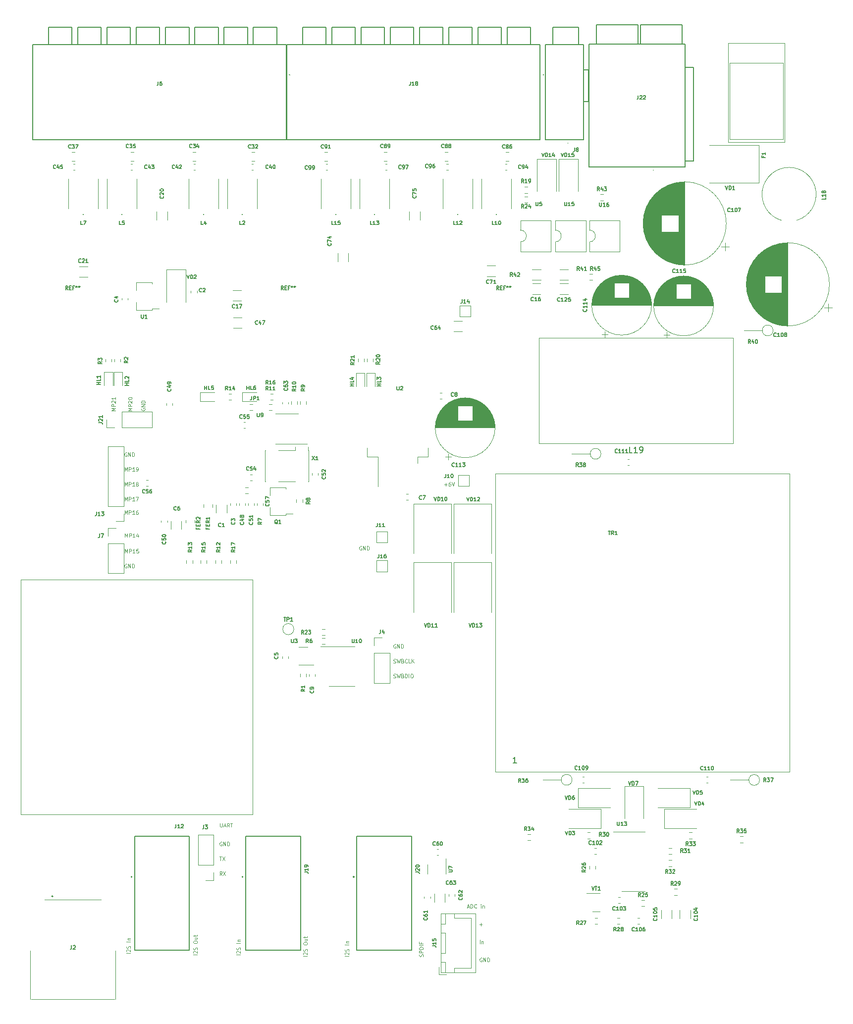
<source format=gbr>
%TF.GenerationSoftware,KiCad,Pcbnew,8.0.0-8.0.0-1~ubuntu22.04.1*%
%TF.CreationDate,2024-03-14T12:00:59+07:00*%
%TF.ProjectId,daw00,64617730-302e-46b6-9963-61645f706362,rev?*%
%TF.SameCoordinates,Original*%
%TF.FileFunction,Legend,Top*%
%TF.FilePolarity,Positive*%
%FSLAX46Y46*%
G04 Gerber Fmt 4.6, Leading zero omitted, Abs format (unit mm)*
G04 Created by KiCad (PCBNEW 8.0.0-8.0.0-1~ubuntu22.04.1) date 2024-03-14 12:00:59*
%MOMM*%
%LPD*%
G01*
G04 APERTURE LIST*
%ADD10C,0.120000*%
%ADD11C,0.150000*%
%ADD12C,0.158750*%
%ADD13C,0.127000*%
%ADD14C,0.200000*%
%ADD15C,0.100000*%
G04 APERTURE END LIST*
D10*
X46398048Y-152931862D02*
X45763048Y-152931862D01*
X45823524Y-152659719D02*
X45793286Y-152629481D01*
X45793286Y-152629481D02*
X45763048Y-152569005D01*
X45763048Y-152569005D02*
X45763048Y-152417814D01*
X45763048Y-152417814D02*
X45793286Y-152357338D01*
X45793286Y-152357338D02*
X45823524Y-152327100D01*
X45823524Y-152327100D02*
X45884000Y-152296862D01*
X45884000Y-152296862D02*
X45944476Y-152296862D01*
X45944476Y-152296862D02*
X46035190Y-152327100D01*
X46035190Y-152327100D02*
X46398048Y-152689957D01*
X46398048Y-152689957D02*
X46398048Y-152296862D01*
X46367810Y-152054957D02*
X46398048Y-151964243D01*
X46398048Y-151964243D02*
X46398048Y-151813052D01*
X46398048Y-151813052D02*
X46367810Y-151752576D01*
X46367810Y-151752576D02*
X46337571Y-151722338D01*
X46337571Y-151722338D02*
X46277095Y-151692100D01*
X46277095Y-151692100D02*
X46216619Y-151692100D01*
X46216619Y-151692100D02*
X46156143Y-151722338D01*
X46156143Y-151722338D02*
X46125905Y-151752576D01*
X46125905Y-151752576D02*
X46095667Y-151813052D01*
X46095667Y-151813052D02*
X46065429Y-151934005D01*
X46065429Y-151934005D02*
X46035190Y-151994481D01*
X46035190Y-151994481D02*
X46004952Y-152024719D01*
X46004952Y-152024719D02*
X45944476Y-152054957D01*
X45944476Y-152054957D02*
X45884000Y-152054957D01*
X45884000Y-152054957D02*
X45823524Y-152024719D01*
X45823524Y-152024719D02*
X45793286Y-151994481D01*
X45793286Y-151994481D02*
X45763048Y-151934005D01*
X45763048Y-151934005D02*
X45763048Y-151782814D01*
X45763048Y-151782814D02*
X45793286Y-151692100D01*
X46398048Y-150936147D02*
X45763048Y-150936147D01*
X45974714Y-150633766D02*
X46398048Y-150633766D01*
X46035190Y-150633766D02*
X46004952Y-150603528D01*
X46004952Y-150603528D02*
X45974714Y-150543052D01*
X45974714Y-150543052D02*
X45974714Y-150452337D01*
X45974714Y-150452337D02*
X46004952Y-150391861D01*
X46004952Y-150391861D02*
X46065429Y-150361623D01*
X46065429Y-150361623D02*
X46398048Y-150361623D01*
X26712402Y-84244048D02*
X26712402Y-83609048D01*
X26712402Y-83609048D02*
X26924069Y-84062619D01*
X26924069Y-84062619D02*
X27135735Y-83609048D01*
X27135735Y-83609048D02*
X27135735Y-84244048D01*
X27438116Y-84244048D02*
X27438116Y-83609048D01*
X27438116Y-83609048D02*
X27680021Y-83609048D01*
X27680021Y-83609048D02*
X27740497Y-83639286D01*
X27740497Y-83639286D02*
X27770735Y-83669524D01*
X27770735Y-83669524D02*
X27800973Y-83730000D01*
X27800973Y-83730000D02*
X27800973Y-83820714D01*
X27800973Y-83820714D02*
X27770735Y-83881190D01*
X27770735Y-83881190D02*
X27740497Y-83911429D01*
X27740497Y-83911429D02*
X27680021Y-83941667D01*
X27680021Y-83941667D02*
X27438116Y-83941667D01*
X28405735Y-84244048D02*
X28042878Y-84244048D01*
X28224306Y-84244048D02*
X28224306Y-83609048D01*
X28224306Y-83609048D02*
X28163830Y-83699762D01*
X28163830Y-83699762D02*
X28103354Y-83760238D01*
X28103354Y-83760238D02*
X28042878Y-83790476D01*
X28980259Y-83609048D02*
X28677878Y-83609048D01*
X28677878Y-83609048D02*
X28647640Y-83911429D01*
X28647640Y-83911429D02*
X28677878Y-83881190D01*
X28677878Y-83881190D02*
X28738354Y-83850952D01*
X28738354Y-83850952D02*
X28889545Y-83850952D01*
X28889545Y-83850952D02*
X28950021Y-83881190D01*
X28950021Y-83881190D02*
X28980259Y-83911429D01*
X28980259Y-83911429D02*
X29010497Y-83971905D01*
X29010497Y-83971905D02*
X29010497Y-84123095D01*
X29010497Y-84123095D02*
X28980259Y-84183571D01*
X28980259Y-84183571D02*
X28950021Y-84213810D01*
X28950021Y-84213810D02*
X28889545Y-84244048D01*
X28889545Y-84244048D02*
X28738354Y-84244048D01*
X28738354Y-84244048D02*
X28677878Y-84213810D01*
X28677878Y-84213810D02*
X28647640Y-84183571D01*
X64940048Y-153185862D02*
X64305048Y-153185862D01*
X64365524Y-152913719D02*
X64335286Y-152883481D01*
X64335286Y-152883481D02*
X64305048Y-152823005D01*
X64305048Y-152823005D02*
X64305048Y-152671814D01*
X64305048Y-152671814D02*
X64335286Y-152611338D01*
X64335286Y-152611338D02*
X64365524Y-152581100D01*
X64365524Y-152581100D02*
X64426000Y-152550862D01*
X64426000Y-152550862D02*
X64486476Y-152550862D01*
X64486476Y-152550862D02*
X64577190Y-152581100D01*
X64577190Y-152581100D02*
X64940048Y-152943957D01*
X64940048Y-152943957D02*
X64940048Y-152550862D01*
X64909810Y-152308957D02*
X64940048Y-152218243D01*
X64940048Y-152218243D02*
X64940048Y-152067052D01*
X64940048Y-152067052D02*
X64909810Y-152006576D01*
X64909810Y-152006576D02*
X64879571Y-151976338D01*
X64879571Y-151976338D02*
X64819095Y-151946100D01*
X64819095Y-151946100D02*
X64758619Y-151946100D01*
X64758619Y-151946100D02*
X64698143Y-151976338D01*
X64698143Y-151976338D02*
X64667905Y-152006576D01*
X64667905Y-152006576D02*
X64637667Y-152067052D01*
X64637667Y-152067052D02*
X64607429Y-152188005D01*
X64607429Y-152188005D02*
X64577190Y-152248481D01*
X64577190Y-152248481D02*
X64546952Y-152278719D01*
X64546952Y-152278719D02*
X64486476Y-152308957D01*
X64486476Y-152308957D02*
X64426000Y-152308957D01*
X64426000Y-152308957D02*
X64365524Y-152278719D01*
X64365524Y-152278719D02*
X64335286Y-152248481D01*
X64335286Y-152248481D02*
X64305048Y-152188005D01*
X64305048Y-152188005D02*
X64305048Y-152036814D01*
X64305048Y-152036814D02*
X64335286Y-151946100D01*
X64940048Y-151190147D02*
X64305048Y-151190147D01*
X64516714Y-150887766D02*
X64940048Y-150887766D01*
X64577190Y-150887766D02*
X64546952Y-150857528D01*
X64546952Y-150857528D02*
X64516714Y-150797052D01*
X64516714Y-150797052D02*
X64516714Y-150706337D01*
X64516714Y-150706337D02*
X64546952Y-150645861D01*
X64546952Y-150645861D02*
X64607429Y-150615623D01*
X64607429Y-150615623D02*
X64940048Y-150615623D01*
X87352137Y-151046048D02*
X87352137Y-150411048D01*
X87654518Y-150622714D02*
X87654518Y-151046048D01*
X87654518Y-150683190D02*
X87684756Y-150652952D01*
X87684756Y-150652952D02*
X87745232Y-150622714D01*
X87745232Y-150622714D02*
X87835947Y-150622714D01*
X87835947Y-150622714D02*
X87896423Y-150652952D01*
X87896423Y-150652952D02*
X87926661Y-150713429D01*
X87926661Y-150713429D02*
X87926661Y-151046048D01*
X57828048Y-153185862D02*
X57193048Y-153185862D01*
X57253524Y-152913719D02*
X57223286Y-152883481D01*
X57223286Y-152883481D02*
X57193048Y-152823005D01*
X57193048Y-152823005D02*
X57193048Y-152671814D01*
X57193048Y-152671814D02*
X57223286Y-152611338D01*
X57223286Y-152611338D02*
X57253524Y-152581100D01*
X57253524Y-152581100D02*
X57314000Y-152550862D01*
X57314000Y-152550862D02*
X57374476Y-152550862D01*
X57374476Y-152550862D02*
X57465190Y-152581100D01*
X57465190Y-152581100D02*
X57828048Y-152943957D01*
X57828048Y-152943957D02*
X57828048Y-152550862D01*
X57797810Y-152308957D02*
X57828048Y-152218243D01*
X57828048Y-152218243D02*
X57828048Y-152067052D01*
X57828048Y-152067052D02*
X57797810Y-152006576D01*
X57797810Y-152006576D02*
X57767571Y-151976338D01*
X57767571Y-151976338D02*
X57707095Y-151946100D01*
X57707095Y-151946100D02*
X57646619Y-151946100D01*
X57646619Y-151946100D02*
X57586143Y-151976338D01*
X57586143Y-151976338D02*
X57555905Y-152006576D01*
X57555905Y-152006576D02*
X57525667Y-152067052D01*
X57525667Y-152067052D02*
X57495429Y-152188005D01*
X57495429Y-152188005D02*
X57465190Y-152248481D01*
X57465190Y-152248481D02*
X57434952Y-152278719D01*
X57434952Y-152278719D02*
X57374476Y-152308957D01*
X57374476Y-152308957D02*
X57314000Y-152308957D01*
X57314000Y-152308957D02*
X57253524Y-152278719D01*
X57253524Y-152278719D02*
X57223286Y-152248481D01*
X57223286Y-152248481D02*
X57193048Y-152188005D01*
X57193048Y-152188005D02*
X57193048Y-152036814D01*
X57193048Y-152036814D02*
X57223286Y-151946100D01*
X57193048Y-151069195D02*
X57193048Y-150948242D01*
X57193048Y-150948242D02*
X57223286Y-150887766D01*
X57223286Y-150887766D02*
X57283762Y-150827290D01*
X57283762Y-150827290D02*
X57404714Y-150797052D01*
X57404714Y-150797052D02*
X57616381Y-150797052D01*
X57616381Y-150797052D02*
X57737333Y-150827290D01*
X57737333Y-150827290D02*
X57797810Y-150887766D01*
X57797810Y-150887766D02*
X57828048Y-150948242D01*
X57828048Y-150948242D02*
X57828048Y-151069195D01*
X57828048Y-151069195D02*
X57797810Y-151129671D01*
X57797810Y-151129671D02*
X57737333Y-151190147D01*
X57737333Y-151190147D02*
X57616381Y-151220385D01*
X57616381Y-151220385D02*
X57404714Y-151220385D01*
X57404714Y-151220385D02*
X57283762Y-151190147D01*
X57283762Y-151190147D02*
X57223286Y-151129671D01*
X57223286Y-151129671D02*
X57193048Y-151069195D01*
X57404714Y-150252766D02*
X57828048Y-150252766D01*
X57404714Y-150524909D02*
X57737333Y-150524909D01*
X57737333Y-150524909D02*
X57797810Y-150494671D01*
X57797810Y-150494671D02*
X57828048Y-150434195D01*
X57828048Y-150434195D02*
X57828048Y-150343480D01*
X57828048Y-150343480D02*
X57797810Y-150283004D01*
X57797810Y-150283004D02*
X57767571Y-150252766D01*
X57404714Y-150041099D02*
X57404714Y-149799195D01*
X57193048Y-149950385D02*
X57737333Y-149950385D01*
X57737333Y-149950385D02*
X57797810Y-149920147D01*
X57797810Y-149920147D02*
X57828048Y-149859671D01*
X57828048Y-149859671D02*
X57828048Y-149799195D01*
X27892592Y-59940556D02*
X27257592Y-59940556D01*
X27257592Y-59940556D02*
X27711163Y-59728889D01*
X27711163Y-59728889D02*
X27257592Y-59517223D01*
X27257592Y-59517223D02*
X27892592Y-59517223D01*
X27892592Y-59214842D02*
X27257592Y-59214842D01*
X27257592Y-59214842D02*
X27257592Y-58972937D01*
X27257592Y-58972937D02*
X27287830Y-58912461D01*
X27287830Y-58912461D02*
X27318068Y-58882223D01*
X27318068Y-58882223D02*
X27378544Y-58851985D01*
X27378544Y-58851985D02*
X27469258Y-58851985D01*
X27469258Y-58851985D02*
X27529734Y-58882223D01*
X27529734Y-58882223D02*
X27559973Y-58912461D01*
X27559973Y-58912461D02*
X27590211Y-58972937D01*
X27590211Y-58972937D02*
X27590211Y-59214842D01*
X27318068Y-58610080D02*
X27287830Y-58579842D01*
X27287830Y-58579842D02*
X27257592Y-58519366D01*
X27257592Y-58519366D02*
X27257592Y-58368175D01*
X27257592Y-58368175D02*
X27287830Y-58307699D01*
X27287830Y-58307699D02*
X27318068Y-58277461D01*
X27318068Y-58277461D02*
X27378544Y-58247223D01*
X27378544Y-58247223D02*
X27439020Y-58247223D01*
X27439020Y-58247223D02*
X27529734Y-58277461D01*
X27529734Y-58277461D02*
X27892592Y-58640318D01*
X27892592Y-58640318D02*
X27892592Y-58247223D01*
X27257592Y-57854128D02*
X27257592Y-57793651D01*
X27257592Y-57793651D02*
X27287830Y-57733175D01*
X27287830Y-57733175D02*
X27318068Y-57702937D01*
X27318068Y-57702937D02*
X27378544Y-57672699D01*
X27378544Y-57672699D02*
X27499496Y-57642461D01*
X27499496Y-57642461D02*
X27650687Y-57642461D01*
X27650687Y-57642461D02*
X27771639Y-57672699D01*
X27771639Y-57672699D02*
X27832115Y-57702937D01*
X27832115Y-57702937D02*
X27862354Y-57733175D01*
X27862354Y-57733175D02*
X27892592Y-57793651D01*
X27892592Y-57793651D02*
X27892592Y-57854128D01*
X27892592Y-57854128D02*
X27862354Y-57914604D01*
X27862354Y-57914604D02*
X27832115Y-57944842D01*
X27832115Y-57944842D02*
X27771639Y-57975080D01*
X27771639Y-57975080D02*
X27650687Y-58005318D01*
X27650687Y-58005318D02*
X27499496Y-58005318D01*
X27499496Y-58005318D02*
X27378544Y-57975080D01*
X27378544Y-57975080D02*
X27318068Y-57944842D01*
X27318068Y-57944842D02*
X27287830Y-57914604D01*
X27287830Y-57914604D02*
X27257592Y-57854128D01*
X87684756Y-153489286D02*
X87624280Y-153459048D01*
X87624280Y-153459048D02*
X87533566Y-153459048D01*
X87533566Y-153459048D02*
X87442851Y-153489286D01*
X87442851Y-153489286D02*
X87382375Y-153549762D01*
X87382375Y-153549762D02*
X87352137Y-153610238D01*
X87352137Y-153610238D02*
X87321899Y-153731190D01*
X87321899Y-153731190D02*
X87321899Y-153821905D01*
X87321899Y-153821905D02*
X87352137Y-153942857D01*
X87352137Y-153942857D02*
X87382375Y-154003333D01*
X87382375Y-154003333D02*
X87442851Y-154063810D01*
X87442851Y-154063810D02*
X87533566Y-154094048D01*
X87533566Y-154094048D02*
X87594042Y-154094048D01*
X87594042Y-154094048D02*
X87684756Y-154063810D01*
X87684756Y-154063810D02*
X87714994Y-154033571D01*
X87714994Y-154033571D02*
X87714994Y-153821905D01*
X87714994Y-153821905D02*
X87594042Y-153821905D01*
X87987137Y-154094048D02*
X87987137Y-153459048D01*
X87987137Y-153459048D02*
X88349994Y-154094048D01*
X88349994Y-154094048D02*
X88349994Y-153459048D01*
X88652375Y-154094048D02*
X88652375Y-153459048D01*
X88652375Y-153459048D02*
X88803565Y-153459048D01*
X88803565Y-153459048D02*
X88894280Y-153489286D01*
X88894280Y-153489286D02*
X88954756Y-153549762D01*
X88954756Y-153549762D02*
X88984994Y-153610238D01*
X88984994Y-153610238D02*
X89015232Y-153731190D01*
X89015232Y-153731190D02*
X89015232Y-153821905D01*
X89015232Y-153821905D02*
X88984994Y-153942857D01*
X88984994Y-153942857D02*
X88954756Y-154003333D01*
X88954756Y-154003333D02*
X88894280Y-154063810D01*
X88894280Y-154063810D02*
X88803565Y-154094048D01*
X88803565Y-154094048D02*
X88652375Y-154094048D01*
X72952756Y-99895286D02*
X72892280Y-99865048D01*
X72892280Y-99865048D02*
X72801566Y-99865048D01*
X72801566Y-99865048D02*
X72710851Y-99895286D01*
X72710851Y-99895286D02*
X72650375Y-99955762D01*
X72650375Y-99955762D02*
X72620137Y-100016238D01*
X72620137Y-100016238D02*
X72589899Y-100137190D01*
X72589899Y-100137190D02*
X72589899Y-100227905D01*
X72589899Y-100227905D02*
X72620137Y-100348857D01*
X72620137Y-100348857D02*
X72650375Y-100409333D01*
X72650375Y-100409333D02*
X72710851Y-100469810D01*
X72710851Y-100469810D02*
X72801566Y-100500048D01*
X72801566Y-100500048D02*
X72862042Y-100500048D01*
X72862042Y-100500048D02*
X72952756Y-100469810D01*
X72952756Y-100469810D02*
X72982994Y-100439571D01*
X72982994Y-100439571D02*
X72982994Y-100227905D01*
X72982994Y-100227905D02*
X72862042Y-100227905D01*
X73255137Y-100500048D02*
X73255137Y-99865048D01*
X73255137Y-99865048D02*
X73617994Y-100500048D01*
X73617994Y-100500048D02*
X73617994Y-99865048D01*
X73920375Y-100500048D02*
X73920375Y-99865048D01*
X73920375Y-99865048D02*
X74071565Y-99865048D01*
X74071565Y-99865048D02*
X74162280Y-99895286D01*
X74162280Y-99895286D02*
X74222756Y-99955762D01*
X74222756Y-99955762D02*
X74252994Y-100016238D01*
X74252994Y-100016238D02*
X74283232Y-100137190D01*
X74283232Y-100137190D02*
X74283232Y-100227905D01*
X74283232Y-100227905D02*
X74252994Y-100348857D01*
X74252994Y-100348857D02*
X74222756Y-100409333D01*
X74222756Y-100409333D02*
X74162280Y-100469810D01*
X74162280Y-100469810D02*
X74071565Y-100500048D01*
X74071565Y-100500048D02*
X73920375Y-100500048D01*
X77609810Y-153216100D02*
X77640048Y-153125386D01*
X77640048Y-153125386D02*
X77640048Y-152974195D01*
X77640048Y-152974195D02*
X77609810Y-152913719D01*
X77609810Y-152913719D02*
X77579571Y-152883481D01*
X77579571Y-152883481D02*
X77519095Y-152853243D01*
X77519095Y-152853243D02*
X77458619Y-152853243D01*
X77458619Y-152853243D02*
X77398143Y-152883481D01*
X77398143Y-152883481D02*
X77367905Y-152913719D01*
X77367905Y-152913719D02*
X77337667Y-152974195D01*
X77337667Y-152974195D02*
X77307429Y-153095148D01*
X77307429Y-153095148D02*
X77277190Y-153155624D01*
X77277190Y-153155624D02*
X77246952Y-153185862D01*
X77246952Y-153185862D02*
X77186476Y-153216100D01*
X77186476Y-153216100D02*
X77126000Y-153216100D01*
X77126000Y-153216100D02*
X77065524Y-153185862D01*
X77065524Y-153185862D02*
X77035286Y-153155624D01*
X77035286Y-153155624D02*
X77005048Y-153095148D01*
X77005048Y-153095148D02*
X77005048Y-152943957D01*
X77005048Y-152943957D02*
X77035286Y-152853243D01*
X77640048Y-152581100D02*
X77005048Y-152581100D01*
X77005048Y-152581100D02*
X77005048Y-152339195D01*
X77005048Y-152339195D02*
X77035286Y-152278719D01*
X77035286Y-152278719D02*
X77065524Y-152248481D01*
X77065524Y-152248481D02*
X77126000Y-152218243D01*
X77126000Y-152218243D02*
X77216714Y-152218243D01*
X77216714Y-152218243D02*
X77277190Y-152248481D01*
X77277190Y-152248481D02*
X77307429Y-152278719D01*
X77307429Y-152278719D02*
X77337667Y-152339195D01*
X77337667Y-152339195D02*
X77337667Y-152581100D01*
X77640048Y-151946100D02*
X77005048Y-151946100D01*
X77005048Y-151946100D02*
X77005048Y-151794910D01*
X77005048Y-151794910D02*
X77035286Y-151704195D01*
X77035286Y-151704195D02*
X77095762Y-151643719D01*
X77095762Y-151643719D02*
X77156238Y-151613481D01*
X77156238Y-151613481D02*
X77277190Y-151583243D01*
X77277190Y-151583243D02*
X77367905Y-151583243D01*
X77367905Y-151583243D02*
X77488857Y-151613481D01*
X77488857Y-151613481D02*
X77549333Y-151643719D01*
X77549333Y-151643719D02*
X77609810Y-151704195D01*
X77609810Y-151704195D02*
X77640048Y-151794910D01*
X77640048Y-151794910D02*
X77640048Y-151946100D01*
X77640048Y-151311100D02*
X77005048Y-151311100D01*
X77307429Y-150797052D02*
X77307429Y-151008719D01*
X77640048Y-151008719D02*
X77005048Y-151008719D01*
X77005048Y-151008719D02*
X77005048Y-150706338D01*
X26646137Y-72814048D02*
X26646137Y-72179048D01*
X26646137Y-72179048D02*
X26857804Y-72632619D01*
X26857804Y-72632619D02*
X27069470Y-72179048D01*
X27069470Y-72179048D02*
X27069470Y-72814048D01*
X27371851Y-72814048D02*
X27371851Y-72179048D01*
X27371851Y-72179048D02*
X27613756Y-72179048D01*
X27613756Y-72179048D02*
X27674232Y-72209286D01*
X27674232Y-72209286D02*
X27704470Y-72239524D01*
X27704470Y-72239524D02*
X27734708Y-72300000D01*
X27734708Y-72300000D02*
X27734708Y-72390714D01*
X27734708Y-72390714D02*
X27704470Y-72451190D01*
X27704470Y-72451190D02*
X27674232Y-72481429D01*
X27674232Y-72481429D02*
X27613756Y-72511667D01*
X27613756Y-72511667D02*
X27371851Y-72511667D01*
X28339470Y-72814048D02*
X27976613Y-72814048D01*
X28158041Y-72814048D02*
X28158041Y-72179048D01*
X28158041Y-72179048D02*
X28097565Y-72269762D01*
X28097565Y-72269762D02*
X28037089Y-72330238D01*
X28037089Y-72330238D02*
X27976613Y-72360476D01*
X28702327Y-72451190D02*
X28641851Y-72420952D01*
X28641851Y-72420952D02*
X28611613Y-72390714D01*
X28611613Y-72390714D02*
X28581375Y-72330238D01*
X28581375Y-72330238D02*
X28581375Y-72300000D01*
X28581375Y-72300000D02*
X28611613Y-72239524D01*
X28611613Y-72239524D02*
X28641851Y-72209286D01*
X28641851Y-72209286D02*
X28702327Y-72179048D01*
X28702327Y-72179048D02*
X28823280Y-72179048D01*
X28823280Y-72179048D02*
X28883756Y-72209286D01*
X28883756Y-72209286D02*
X28913994Y-72239524D01*
X28913994Y-72239524D02*
X28944232Y-72300000D01*
X28944232Y-72300000D02*
X28944232Y-72330238D01*
X28944232Y-72330238D02*
X28913994Y-72390714D01*
X28913994Y-72390714D02*
X28883756Y-72420952D01*
X28883756Y-72420952D02*
X28823280Y-72451190D01*
X28823280Y-72451190D02*
X28702327Y-72451190D01*
X28702327Y-72451190D02*
X28641851Y-72481429D01*
X28641851Y-72481429D02*
X28611613Y-72511667D01*
X28611613Y-72511667D02*
X28581375Y-72572143D01*
X28581375Y-72572143D02*
X28581375Y-72693095D01*
X28581375Y-72693095D02*
X28611613Y-72753571D01*
X28611613Y-72753571D02*
X28641851Y-72783810D01*
X28641851Y-72783810D02*
X28702327Y-72814048D01*
X28702327Y-72814048D02*
X28823280Y-72814048D01*
X28823280Y-72814048D02*
X28883756Y-72783810D01*
X28883756Y-72783810D02*
X28913994Y-72753571D01*
X28913994Y-72753571D02*
X28944232Y-72693095D01*
X28944232Y-72693095D02*
X28944232Y-72572143D01*
X28944232Y-72572143D02*
X28913994Y-72511667D01*
X28913994Y-72511667D02*
X28883756Y-72481429D01*
X28883756Y-72481429D02*
X28823280Y-72451190D01*
X72589899Y-105549810D02*
X72680613Y-105580048D01*
X72680613Y-105580048D02*
X72831804Y-105580048D01*
X72831804Y-105580048D02*
X72892280Y-105549810D01*
X72892280Y-105549810D02*
X72922518Y-105519571D01*
X72922518Y-105519571D02*
X72952756Y-105459095D01*
X72952756Y-105459095D02*
X72952756Y-105398619D01*
X72952756Y-105398619D02*
X72922518Y-105338143D01*
X72922518Y-105338143D02*
X72892280Y-105307905D01*
X72892280Y-105307905D02*
X72831804Y-105277667D01*
X72831804Y-105277667D02*
X72710851Y-105247429D01*
X72710851Y-105247429D02*
X72650375Y-105217190D01*
X72650375Y-105217190D02*
X72620137Y-105186952D01*
X72620137Y-105186952D02*
X72589899Y-105126476D01*
X72589899Y-105126476D02*
X72589899Y-105066000D01*
X72589899Y-105066000D02*
X72620137Y-105005524D01*
X72620137Y-105005524D02*
X72650375Y-104975286D01*
X72650375Y-104975286D02*
X72710851Y-104945048D01*
X72710851Y-104945048D02*
X72862042Y-104945048D01*
X72862042Y-104945048D02*
X72952756Y-104975286D01*
X73164423Y-104945048D02*
X73315613Y-105580048D01*
X73315613Y-105580048D02*
X73436566Y-105126476D01*
X73436566Y-105126476D02*
X73557518Y-105580048D01*
X73557518Y-105580048D02*
X73708709Y-104945048D01*
X74162280Y-105247429D02*
X74252994Y-105277667D01*
X74252994Y-105277667D02*
X74283232Y-105307905D01*
X74283232Y-105307905D02*
X74313470Y-105368381D01*
X74313470Y-105368381D02*
X74313470Y-105459095D01*
X74313470Y-105459095D02*
X74283232Y-105519571D01*
X74283232Y-105519571D02*
X74252994Y-105549810D01*
X74252994Y-105549810D02*
X74192518Y-105580048D01*
X74192518Y-105580048D02*
X73950613Y-105580048D01*
X73950613Y-105580048D02*
X73950613Y-104945048D01*
X73950613Y-104945048D02*
X74162280Y-104945048D01*
X74162280Y-104945048D02*
X74222756Y-104975286D01*
X74222756Y-104975286D02*
X74252994Y-105005524D01*
X74252994Y-105005524D02*
X74283232Y-105066000D01*
X74283232Y-105066000D02*
X74283232Y-105126476D01*
X74283232Y-105126476D02*
X74252994Y-105186952D01*
X74252994Y-105186952D02*
X74222756Y-105217190D01*
X74222756Y-105217190D02*
X74162280Y-105247429D01*
X74162280Y-105247429D02*
X73950613Y-105247429D01*
X74585613Y-105580048D02*
X74585613Y-104945048D01*
X74585613Y-104945048D02*
X74736803Y-104945048D01*
X74736803Y-104945048D02*
X74827518Y-104975286D01*
X74827518Y-104975286D02*
X74887994Y-105035762D01*
X74887994Y-105035762D02*
X74918232Y-105096238D01*
X74918232Y-105096238D02*
X74948470Y-105217190D01*
X74948470Y-105217190D02*
X74948470Y-105307905D01*
X74948470Y-105307905D02*
X74918232Y-105428857D01*
X74918232Y-105428857D02*
X74887994Y-105489333D01*
X74887994Y-105489333D02*
X74827518Y-105549810D01*
X74827518Y-105549810D02*
X74736803Y-105580048D01*
X74736803Y-105580048D02*
X74585613Y-105580048D01*
X75220613Y-105580048D02*
X75220613Y-104945048D01*
X75643946Y-104945048D02*
X75764899Y-104945048D01*
X75764899Y-104945048D02*
X75825375Y-104975286D01*
X75825375Y-104975286D02*
X75885851Y-105035762D01*
X75885851Y-105035762D02*
X75916089Y-105156714D01*
X75916089Y-105156714D02*
X75916089Y-105368381D01*
X75916089Y-105368381D02*
X75885851Y-105489333D01*
X75885851Y-105489333D02*
X75825375Y-105549810D01*
X75825375Y-105549810D02*
X75764899Y-105580048D01*
X75764899Y-105580048D02*
X75643946Y-105580048D01*
X75643946Y-105580048D02*
X75583470Y-105549810D01*
X75583470Y-105549810D02*
X75522994Y-105489333D01*
X75522994Y-105489333D02*
X75492756Y-105368381D01*
X75492756Y-105368381D02*
X75492756Y-105156714D01*
X75492756Y-105156714D02*
X75522994Y-105035762D01*
X75522994Y-105035762D02*
X75583470Y-104975286D01*
X75583470Y-104975286D02*
X75643946Y-104945048D01*
X85204974Y-144747542D02*
X85507355Y-144747542D01*
X85144498Y-144928971D02*
X85356164Y-144293971D01*
X85356164Y-144293971D02*
X85567831Y-144928971D01*
X85779498Y-144928971D02*
X85779498Y-144293971D01*
X85779498Y-144293971D02*
X85930688Y-144293971D01*
X85930688Y-144293971D02*
X86021403Y-144324209D01*
X86021403Y-144324209D02*
X86081879Y-144384685D01*
X86081879Y-144384685D02*
X86112117Y-144445161D01*
X86112117Y-144445161D02*
X86142355Y-144566113D01*
X86142355Y-144566113D02*
X86142355Y-144656828D01*
X86142355Y-144656828D02*
X86112117Y-144777780D01*
X86112117Y-144777780D02*
X86081879Y-144838256D01*
X86081879Y-144838256D02*
X86021403Y-144898733D01*
X86021403Y-144898733D02*
X85930688Y-144928971D01*
X85930688Y-144928971D02*
X85779498Y-144928971D01*
X86777355Y-144868494D02*
X86747117Y-144898733D01*
X86747117Y-144898733D02*
X86656403Y-144928971D01*
X86656403Y-144928971D02*
X86595927Y-144928971D01*
X86595927Y-144928971D02*
X86505212Y-144898733D01*
X86505212Y-144898733D02*
X86444736Y-144838256D01*
X86444736Y-144838256D02*
X86414498Y-144777780D01*
X86414498Y-144777780D02*
X86384260Y-144656828D01*
X86384260Y-144656828D02*
X86384260Y-144566113D01*
X86384260Y-144566113D02*
X86414498Y-144445161D01*
X86414498Y-144445161D02*
X86444736Y-144384685D01*
X86444736Y-144384685D02*
X86505212Y-144324209D01*
X86505212Y-144324209D02*
X86595927Y-144293971D01*
X86595927Y-144293971D02*
X86656403Y-144293971D01*
X86656403Y-144293971D02*
X86747117Y-144324209D01*
X86747117Y-144324209D02*
X86777355Y-144354447D01*
X87533308Y-144928971D02*
X87533308Y-144505637D01*
X87533308Y-144293971D02*
X87503070Y-144324209D01*
X87503070Y-144324209D02*
X87533308Y-144354447D01*
X87533308Y-144354447D02*
X87563546Y-144324209D01*
X87563546Y-144324209D02*
X87533308Y-144293971D01*
X87533308Y-144293971D02*
X87533308Y-144354447D01*
X87835689Y-144505637D02*
X87835689Y-144928971D01*
X87835689Y-144566113D02*
X87865927Y-144535875D01*
X87865927Y-144535875D02*
X87926403Y-144505637D01*
X87926403Y-144505637D02*
X88017118Y-144505637D01*
X88017118Y-144505637D02*
X88077594Y-144535875D01*
X88077594Y-144535875D02*
X88107832Y-144596352D01*
X88107832Y-144596352D02*
X88107832Y-144928971D01*
X39032048Y-152931862D02*
X38397048Y-152931862D01*
X38457524Y-152659719D02*
X38427286Y-152629481D01*
X38427286Y-152629481D02*
X38397048Y-152569005D01*
X38397048Y-152569005D02*
X38397048Y-152417814D01*
X38397048Y-152417814D02*
X38427286Y-152357338D01*
X38427286Y-152357338D02*
X38457524Y-152327100D01*
X38457524Y-152327100D02*
X38518000Y-152296862D01*
X38518000Y-152296862D02*
X38578476Y-152296862D01*
X38578476Y-152296862D02*
X38669190Y-152327100D01*
X38669190Y-152327100D02*
X39032048Y-152689957D01*
X39032048Y-152689957D02*
X39032048Y-152296862D01*
X39001810Y-152054957D02*
X39032048Y-151964243D01*
X39032048Y-151964243D02*
X39032048Y-151813052D01*
X39032048Y-151813052D02*
X39001810Y-151752576D01*
X39001810Y-151752576D02*
X38971571Y-151722338D01*
X38971571Y-151722338D02*
X38911095Y-151692100D01*
X38911095Y-151692100D02*
X38850619Y-151692100D01*
X38850619Y-151692100D02*
X38790143Y-151722338D01*
X38790143Y-151722338D02*
X38759905Y-151752576D01*
X38759905Y-151752576D02*
X38729667Y-151813052D01*
X38729667Y-151813052D02*
X38699429Y-151934005D01*
X38699429Y-151934005D02*
X38669190Y-151994481D01*
X38669190Y-151994481D02*
X38638952Y-152024719D01*
X38638952Y-152024719D02*
X38578476Y-152054957D01*
X38578476Y-152054957D02*
X38518000Y-152054957D01*
X38518000Y-152054957D02*
X38457524Y-152024719D01*
X38457524Y-152024719D02*
X38427286Y-151994481D01*
X38427286Y-151994481D02*
X38397048Y-151934005D01*
X38397048Y-151934005D02*
X38397048Y-151782814D01*
X38397048Y-151782814D02*
X38427286Y-151692100D01*
X38397048Y-150815195D02*
X38397048Y-150694242D01*
X38397048Y-150694242D02*
X38427286Y-150633766D01*
X38427286Y-150633766D02*
X38487762Y-150573290D01*
X38487762Y-150573290D02*
X38608714Y-150543052D01*
X38608714Y-150543052D02*
X38820381Y-150543052D01*
X38820381Y-150543052D02*
X38941333Y-150573290D01*
X38941333Y-150573290D02*
X39001810Y-150633766D01*
X39001810Y-150633766D02*
X39032048Y-150694242D01*
X39032048Y-150694242D02*
X39032048Y-150815195D01*
X39032048Y-150815195D02*
X39001810Y-150875671D01*
X39001810Y-150875671D02*
X38941333Y-150936147D01*
X38941333Y-150936147D02*
X38820381Y-150966385D01*
X38820381Y-150966385D02*
X38608714Y-150966385D01*
X38608714Y-150966385D02*
X38487762Y-150936147D01*
X38487762Y-150936147D02*
X38427286Y-150875671D01*
X38427286Y-150875671D02*
X38397048Y-150815195D01*
X38608714Y-149998766D02*
X39032048Y-149998766D01*
X38608714Y-150270909D02*
X38941333Y-150270909D01*
X38941333Y-150270909D02*
X39001810Y-150240671D01*
X39001810Y-150240671D02*
X39032048Y-150180195D01*
X39032048Y-150180195D02*
X39032048Y-150089480D01*
X39032048Y-150089480D02*
X39001810Y-150029004D01*
X39001810Y-150029004D02*
X38971571Y-149998766D01*
X38608714Y-149787099D02*
X38608714Y-149545195D01*
X38397048Y-149696385D02*
X38941333Y-149696385D01*
X38941333Y-149696385D02*
X39001810Y-149666147D01*
X39001810Y-149666147D02*
X39032048Y-149605671D01*
X39032048Y-149605671D02*
X39032048Y-149545195D01*
X29510330Y-59544437D02*
X29480092Y-59604913D01*
X29480092Y-59604913D02*
X29480092Y-59695627D01*
X29480092Y-59695627D02*
X29510330Y-59786342D01*
X29510330Y-59786342D02*
X29570806Y-59846818D01*
X29570806Y-59846818D02*
X29631282Y-59877056D01*
X29631282Y-59877056D02*
X29752234Y-59907294D01*
X29752234Y-59907294D02*
X29842949Y-59907294D01*
X29842949Y-59907294D02*
X29963901Y-59877056D01*
X29963901Y-59877056D02*
X30024377Y-59846818D01*
X30024377Y-59846818D02*
X30084854Y-59786342D01*
X30084854Y-59786342D02*
X30115092Y-59695627D01*
X30115092Y-59695627D02*
X30115092Y-59635151D01*
X30115092Y-59635151D02*
X30084854Y-59544437D01*
X30084854Y-59544437D02*
X30054615Y-59514199D01*
X30054615Y-59514199D02*
X29842949Y-59514199D01*
X29842949Y-59514199D02*
X29842949Y-59635151D01*
X30115092Y-59242056D02*
X29480092Y-59242056D01*
X29480092Y-59242056D02*
X30115092Y-58879199D01*
X30115092Y-58879199D02*
X29480092Y-58879199D01*
X30115092Y-58576818D02*
X29480092Y-58576818D01*
X29480092Y-58576818D02*
X29480092Y-58425628D01*
X29480092Y-58425628D02*
X29510330Y-58334913D01*
X29510330Y-58334913D02*
X29570806Y-58274437D01*
X29570806Y-58274437D02*
X29631282Y-58244199D01*
X29631282Y-58244199D02*
X29752234Y-58213961D01*
X29752234Y-58213961D02*
X29842949Y-58213961D01*
X29842949Y-58213961D02*
X29963901Y-58244199D01*
X29963901Y-58244199D02*
X30024377Y-58274437D01*
X30024377Y-58274437D02*
X30084854Y-58334913D01*
X30084854Y-58334913D02*
X30115092Y-58425628D01*
X30115092Y-58425628D02*
X30115092Y-58576818D01*
X26978756Y-86179286D02*
X26918280Y-86149048D01*
X26918280Y-86149048D02*
X26827566Y-86149048D01*
X26827566Y-86149048D02*
X26736851Y-86179286D01*
X26736851Y-86179286D02*
X26676375Y-86239762D01*
X26676375Y-86239762D02*
X26646137Y-86300238D01*
X26646137Y-86300238D02*
X26615899Y-86421190D01*
X26615899Y-86421190D02*
X26615899Y-86511905D01*
X26615899Y-86511905D02*
X26646137Y-86632857D01*
X26646137Y-86632857D02*
X26676375Y-86693333D01*
X26676375Y-86693333D02*
X26736851Y-86753810D01*
X26736851Y-86753810D02*
X26827566Y-86784048D01*
X26827566Y-86784048D02*
X26888042Y-86784048D01*
X26888042Y-86784048D02*
X26978756Y-86753810D01*
X26978756Y-86753810D02*
X27008994Y-86723571D01*
X27008994Y-86723571D02*
X27008994Y-86511905D01*
X27008994Y-86511905D02*
X26888042Y-86511905D01*
X27281137Y-86784048D02*
X27281137Y-86149048D01*
X27281137Y-86149048D02*
X27643994Y-86784048D01*
X27643994Y-86784048D02*
X27643994Y-86149048D01*
X27946375Y-86784048D02*
X27946375Y-86149048D01*
X27946375Y-86149048D02*
X28097565Y-86149048D01*
X28097565Y-86149048D02*
X28188280Y-86179286D01*
X28188280Y-86179286D02*
X28248756Y-86239762D01*
X28248756Y-86239762D02*
X28278994Y-86300238D01*
X28278994Y-86300238D02*
X28309232Y-86421190D01*
X28309232Y-86421190D02*
X28309232Y-86511905D01*
X28309232Y-86511905D02*
X28278994Y-86632857D01*
X28278994Y-86632857D02*
X28248756Y-86693333D01*
X28248756Y-86693333D02*
X28188280Y-86753810D01*
X28188280Y-86753810D02*
X28097565Y-86784048D01*
X28097565Y-86784048D02*
X27946375Y-86784048D01*
X27602048Y-152677862D02*
X26967048Y-152677862D01*
X27027524Y-152405719D02*
X26997286Y-152375481D01*
X26997286Y-152375481D02*
X26967048Y-152315005D01*
X26967048Y-152315005D02*
X26967048Y-152163814D01*
X26967048Y-152163814D02*
X26997286Y-152103338D01*
X26997286Y-152103338D02*
X27027524Y-152073100D01*
X27027524Y-152073100D02*
X27088000Y-152042862D01*
X27088000Y-152042862D02*
X27148476Y-152042862D01*
X27148476Y-152042862D02*
X27239190Y-152073100D01*
X27239190Y-152073100D02*
X27602048Y-152435957D01*
X27602048Y-152435957D02*
X27602048Y-152042862D01*
X27571810Y-151800957D02*
X27602048Y-151710243D01*
X27602048Y-151710243D02*
X27602048Y-151559052D01*
X27602048Y-151559052D02*
X27571810Y-151498576D01*
X27571810Y-151498576D02*
X27541571Y-151468338D01*
X27541571Y-151468338D02*
X27481095Y-151438100D01*
X27481095Y-151438100D02*
X27420619Y-151438100D01*
X27420619Y-151438100D02*
X27360143Y-151468338D01*
X27360143Y-151468338D02*
X27329905Y-151498576D01*
X27329905Y-151498576D02*
X27299667Y-151559052D01*
X27299667Y-151559052D02*
X27269429Y-151680005D01*
X27269429Y-151680005D02*
X27239190Y-151740481D01*
X27239190Y-151740481D02*
X27208952Y-151770719D01*
X27208952Y-151770719D02*
X27148476Y-151800957D01*
X27148476Y-151800957D02*
X27088000Y-151800957D01*
X27088000Y-151800957D02*
X27027524Y-151770719D01*
X27027524Y-151770719D02*
X26997286Y-151740481D01*
X26997286Y-151740481D02*
X26967048Y-151680005D01*
X26967048Y-151680005D02*
X26967048Y-151528814D01*
X26967048Y-151528814D02*
X26997286Y-151438100D01*
X27602048Y-150682147D02*
X26967048Y-150682147D01*
X27178714Y-150379766D02*
X27602048Y-150379766D01*
X27239190Y-150379766D02*
X27208952Y-150349528D01*
X27208952Y-150349528D02*
X27178714Y-150289052D01*
X27178714Y-150289052D02*
X27178714Y-150198337D01*
X27178714Y-150198337D02*
X27208952Y-150137861D01*
X27208952Y-150137861D02*
X27269429Y-150107623D01*
X27269429Y-150107623D02*
X27602048Y-150107623D01*
X43234756Y-133677286D02*
X43174280Y-133647048D01*
X43174280Y-133647048D02*
X43083566Y-133647048D01*
X43083566Y-133647048D02*
X42992851Y-133677286D01*
X42992851Y-133677286D02*
X42932375Y-133737762D01*
X42932375Y-133737762D02*
X42902137Y-133798238D01*
X42902137Y-133798238D02*
X42871899Y-133919190D01*
X42871899Y-133919190D02*
X42871899Y-134009905D01*
X42871899Y-134009905D02*
X42902137Y-134130857D01*
X42902137Y-134130857D02*
X42932375Y-134191333D01*
X42932375Y-134191333D02*
X42992851Y-134251810D01*
X42992851Y-134251810D02*
X43083566Y-134282048D01*
X43083566Y-134282048D02*
X43144042Y-134282048D01*
X43144042Y-134282048D02*
X43234756Y-134251810D01*
X43234756Y-134251810D02*
X43264994Y-134221571D01*
X43264994Y-134221571D02*
X43264994Y-134009905D01*
X43264994Y-134009905D02*
X43144042Y-134009905D01*
X43537137Y-134282048D02*
X43537137Y-133647048D01*
X43537137Y-133647048D02*
X43899994Y-134282048D01*
X43899994Y-134282048D02*
X43899994Y-133647048D01*
X44202375Y-134282048D02*
X44202375Y-133647048D01*
X44202375Y-133647048D02*
X44353565Y-133647048D01*
X44353565Y-133647048D02*
X44444280Y-133677286D01*
X44444280Y-133677286D02*
X44504756Y-133737762D01*
X44504756Y-133737762D02*
X44534994Y-133798238D01*
X44534994Y-133798238D02*
X44565232Y-133919190D01*
X44565232Y-133919190D02*
X44565232Y-134009905D01*
X44565232Y-134009905D02*
X44534994Y-134130857D01*
X44534994Y-134130857D02*
X44504756Y-134191333D01*
X44504756Y-134191333D02*
X44444280Y-134251810D01*
X44444280Y-134251810D02*
X44353565Y-134282048D01*
X44353565Y-134282048D02*
X44202375Y-134282048D01*
X26646137Y-70274048D02*
X26646137Y-69639048D01*
X26646137Y-69639048D02*
X26857804Y-70092619D01*
X26857804Y-70092619D02*
X27069470Y-69639048D01*
X27069470Y-69639048D02*
X27069470Y-70274048D01*
X27371851Y-70274048D02*
X27371851Y-69639048D01*
X27371851Y-69639048D02*
X27613756Y-69639048D01*
X27613756Y-69639048D02*
X27674232Y-69669286D01*
X27674232Y-69669286D02*
X27704470Y-69699524D01*
X27704470Y-69699524D02*
X27734708Y-69760000D01*
X27734708Y-69760000D02*
X27734708Y-69850714D01*
X27734708Y-69850714D02*
X27704470Y-69911190D01*
X27704470Y-69911190D02*
X27674232Y-69941429D01*
X27674232Y-69941429D02*
X27613756Y-69971667D01*
X27613756Y-69971667D02*
X27371851Y-69971667D01*
X28339470Y-70274048D02*
X27976613Y-70274048D01*
X28158041Y-70274048D02*
X28158041Y-69639048D01*
X28158041Y-69639048D02*
X28097565Y-69729762D01*
X28097565Y-69729762D02*
X28037089Y-69790238D01*
X28037089Y-69790238D02*
X27976613Y-69820476D01*
X28641851Y-70274048D02*
X28762803Y-70274048D01*
X28762803Y-70274048D02*
X28823280Y-70243810D01*
X28823280Y-70243810D02*
X28853518Y-70213571D01*
X28853518Y-70213571D02*
X28913994Y-70122857D01*
X28913994Y-70122857D02*
X28944232Y-70001905D01*
X28944232Y-70001905D02*
X28944232Y-69760000D01*
X28944232Y-69760000D02*
X28913994Y-69699524D01*
X28913994Y-69699524D02*
X28883756Y-69669286D01*
X28883756Y-69669286D02*
X28823280Y-69639048D01*
X28823280Y-69639048D02*
X28702327Y-69639048D01*
X28702327Y-69639048D02*
X28641851Y-69669286D01*
X28641851Y-69669286D02*
X28611613Y-69699524D01*
X28611613Y-69699524D02*
X28581375Y-69760000D01*
X28581375Y-69760000D02*
X28581375Y-69911190D01*
X28581375Y-69911190D02*
X28611613Y-69971667D01*
X28611613Y-69971667D02*
X28641851Y-70001905D01*
X28641851Y-70001905D02*
X28702327Y-70032143D01*
X28702327Y-70032143D02*
X28823280Y-70032143D01*
X28823280Y-70032143D02*
X28883756Y-70001905D01*
X28883756Y-70001905D02*
X28913994Y-69971667D01*
X28913994Y-69971667D02*
X28944232Y-69911190D01*
X81256137Y-72572143D02*
X81739947Y-72572143D01*
X81498042Y-72814048D02*
X81498042Y-72330238D01*
X82314470Y-72179048D02*
X82193517Y-72179048D01*
X82193517Y-72179048D02*
X82133041Y-72209286D01*
X82133041Y-72209286D02*
X82102803Y-72239524D01*
X82102803Y-72239524D02*
X82042327Y-72330238D01*
X82042327Y-72330238D02*
X82012089Y-72451190D01*
X82012089Y-72451190D02*
X82012089Y-72693095D01*
X82012089Y-72693095D02*
X82042327Y-72753571D01*
X82042327Y-72753571D02*
X82072565Y-72783810D01*
X82072565Y-72783810D02*
X82133041Y-72814048D01*
X82133041Y-72814048D02*
X82253994Y-72814048D01*
X82253994Y-72814048D02*
X82314470Y-72783810D01*
X82314470Y-72783810D02*
X82344708Y-72753571D01*
X82344708Y-72753571D02*
X82374946Y-72693095D01*
X82374946Y-72693095D02*
X82374946Y-72541905D01*
X82374946Y-72541905D02*
X82344708Y-72481429D01*
X82344708Y-72481429D02*
X82314470Y-72451190D01*
X82314470Y-72451190D02*
X82253994Y-72420952D01*
X82253994Y-72420952D02*
X82133041Y-72420952D01*
X82133041Y-72420952D02*
X82072565Y-72451190D01*
X82072565Y-72451190D02*
X82042327Y-72481429D01*
X82042327Y-72481429D02*
X82012089Y-72541905D01*
X82556375Y-72179048D02*
X82768041Y-72814048D01*
X82768041Y-72814048D02*
X82979708Y-72179048D01*
X25062048Y-59940556D02*
X24427048Y-59940556D01*
X24427048Y-59940556D02*
X24880619Y-59728889D01*
X24880619Y-59728889D02*
X24427048Y-59517223D01*
X24427048Y-59517223D02*
X25062048Y-59517223D01*
X25062048Y-59214842D02*
X24427048Y-59214842D01*
X24427048Y-59214842D02*
X24427048Y-58972937D01*
X24427048Y-58972937D02*
X24457286Y-58912461D01*
X24457286Y-58912461D02*
X24487524Y-58882223D01*
X24487524Y-58882223D02*
X24548000Y-58851985D01*
X24548000Y-58851985D02*
X24638714Y-58851985D01*
X24638714Y-58851985D02*
X24699190Y-58882223D01*
X24699190Y-58882223D02*
X24729429Y-58912461D01*
X24729429Y-58912461D02*
X24759667Y-58972937D01*
X24759667Y-58972937D02*
X24759667Y-59214842D01*
X24487524Y-58610080D02*
X24457286Y-58579842D01*
X24457286Y-58579842D02*
X24427048Y-58519366D01*
X24427048Y-58519366D02*
X24427048Y-58368175D01*
X24427048Y-58368175D02*
X24457286Y-58307699D01*
X24457286Y-58307699D02*
X24487524Y-58277461D01*
X24487524Y-58277461D02*
X24548000Y-58247223D01*
X24548000Y-58247223D02*
X24608476Y-58247223D01*
X24608476Y-58247223D02*
X24699190Y-58277461D01*
X24699190Y-58277461D02*
X25062048Y-58640318D01*
X25062048Y-58640318D02*
X25062048Y-58247223D01*
X25062048Y-57642461D02*
X25062048Y-58005318D01*
X25062048Y-57823890D02*
X24427048Y-57823890D01*
X24427048Y-57823890D02*
X24517762Y-57884366D01*
X24517762Y-57884366D02*
X24578238Y-57944842D01*
X24578238Y-57944842D02*
X24608476Y-58005318D01*
X42968402Y-130475163D02*
X42968402Y-130989210D01*
X42968402Y-130989210D02*
X42998640Y-131049686D01*
X42998640Y-131049686D02*
X43028878Y-131079925D01*
X43028878Y-131079925D02*
X43089354Y-131110163D01*
X43089354Y-131110163D02*
X43210307Y-131110163D01*
X43210307Y-131110163D02*
X43270783Y-131079925D01*
X43270783Y-131079925D02*
X43301021Y-131049686D01*
X43301021Y-131049686D02*
X43331259Y-130989210D01*
X43331259Y-130989210D02*
X43331259Y-130475163D01*
X43603402Y-130928734D02*
X43905783Y-130928734D01*
X43542926Y-131110163D02*
X43754592Y-130475163D01*
X43754592Y-130475163D02*
X43966259Y-131110163D01*
X44540783Y-131110163D02*
X44329116Y-130807782D01*
X44177926Y-131110163D02*
X44177926Y-130475163D01*
X44177926Y-130475163D02*
X44419831Y-130475163D01*
X44419831Y-130475163D02*
X44480307Y-130505401D01*
X44480307Y-130505401D02*
X44510545Y-130535639D01*
X44510545Y-130535639D02*
X44540783Y-130596115D01*
X44540783Y-130596115D02*
X44540783Y-130686829D01*
X44540783Y-130686829D02*
X44510545Y-130747305D01*
X44510545Y-130747305D02*
X44480307Y-130777544D01*
X44480307Y-130777544D02*
X44419831Y-130807782D01*
X44419831Y-130807782D02*
X44177926Y-130807782D01*
X44722212Y-130475163D02*
X45085069Y-130475163D01*
X44903640Y-131110163D02*
X44903640Y-130475163D01*
X67110756Y-83131286D02*
X67050280Y-83101048D01*
X67050280Y-83101048D02*
X66959566Y-83101048D01*
X66959566Y-83101048D02*
X66868851Y-83131286D01*
X66868851Y-83131286D02*
X66808375Y-83191762D01*
X66808375Y-83191762D02*
X66778137Y-83252238D01*
X66778137Y-83252238D02*
X66747899Y-83373190D01*
X66747899Y-83373190D02*
X66747899Y-83463905D01*
X66747899Y-83463905D02*
X66778137Y-83584857D01*
X66778137Y-83584857D02*
X66808375Y-83645333D01*
X66808375Y-83645333D02*
X66868851Y-83705810D01*
X66868851Y-83705810D02*
X66959566Y-83736048D01*
X66959566Y-83736048D02*
X67020042Y-83736048D01*
X67020042Y-83736048D02*
X67110756Y-83705810D01*
X67110756Y-83705810D02*
X67140994Y-83675571D01*
X67140994Y-83675571D02*
X67140994Y-83463905D01*
X67140994Y-83463905D02*
X67020042Y-83463905D01*
X67413137Y-83736048D02*
X67413137Y-83101048D01*
X67413137Y-83101048D02*
X67775994Y-83736048D01*
X67775994Y-83736048D02*
X67775994Y-83101048D01*
X68078375Y-83736048D02*
X68078375Y-83101048D01*
X68078375Y-83101048D02*
X68229565Y-83101048D01*
X68229565Y-83101048D02*
X68320280Y-83131286D01*
X68320280Y-83131286D02*
X68380756Y-83191762D01*
X68380756Y-83191762D02*
X68410994Y-83252238D01*
X68410994Y-83252238D02*
X68441232Y-83373190D01*
X68441232Y-83373190D02*
X68441232Y-83463905D01*
X68441232Y-83463905D02*
X68410994Y-83584857D01*
X68410994Y-83584857D02*
X68380756Y-83645333D01*
X68380756Y-83645333D02*
X68320280Y-83705810D01*
X68320280Y-83705810D02*
X68229565Y-83736048D01*
X68229565Y-83736048D02*
X68078375Y-83736048D01*
X72589899Y-103009810D02*
X72680613Y-103040048D01*
X72680613Y-103040048D02*
X72831804Y-103040048D01*
X72831804Y-103040048D02*
X72892280Y-103009810D01*
X72892280Y-103009810D02*
X72922518Y-102979571D01*
X72922518Y-102979571D02*
X72952756Y-102919095D01*
X72952756Y-102919095D02*
X72952756Y-102858619D01*
X72952756Y-102858619D02*
X72922518Y-102798143D01*
X72922518Y-102798143D02*
X72892280Y-102767905D01*
X72892280Y-102767905D02*
X72831804Y-102737667D01*
X72831804Y-102737667D02*
X72710851Y-102707429D01*
X72710851Y-102707429D02*
X72650375Y-102677190D01*
X72650375Y-102677190D02*
X72620137Y-102646952D01*
X72620137Y-102646952D02*
X72589899Y-102586476D01*
X72589899Y-102586476D02*
X72589899Y-102526000D01*
X72589899Y-102526000D02*
X72620137Y-102465524D01*
X72620137Y-102465524D02*
X72650375Y-102435286D01*
X72650375Y-102435286D02*
X72710851Y-102405048D01*
X72710851Y-102405048D02*
X72862042Y-102405048D01*
X72862042Y-102405048D02*
X72952756Y-102435286D01*
X73164423Y-102405048D02*
X73315613Y-103040048D01*
X73315613Y-103040048D02*
X73436566Y-102586476D01*
X73436566Y-102586476D02*
X73557518Y-103040048D01*
X73557518Y-103040048D02*
X73708709Y-102405048D01*
X74162280Y-102707429D02*
X74252994Y-102737667D01*
X74252994Y-102737667D02*
X74283232Y-102767905D01*
X74283232Y-102767905D02*
X74313470Y-102828381D01*
X74313470Y-102828381D02*
X74313470Y-102919095D01*
X74313470Y-102919095D02*
X74283232Y-102979571D01*
X74283232Y-102979571D02*
X74252994Y-103009810D01*
X74252994Y-103009810D02*
X74192518Y-103040048D01*
X74192518Y-103040048D02*
X73950613Y-103040048D01*
X73950613Y-103040048D02*
X73950613Y-102405048D01*
X73950613Y-102405048D02*
X74162280Y-102405048D01*
X74162280Y-102405048D02*
X74222756Y-102435286D01*
X74222756Y-102435286D02*
X74252994Y-102465524D01*
X74252994Y-102465524D02*
X74283232Y-102526000D01*
X74283232Y-102526000D02*
X74283232Y-102586476D01*
X74283232Y-102586476D02*
X74252994Y-102646952D01*
X74252994Y-102646952D02*
X74222756Y-102677190D01*
X74222756Y-102677190D02*
X74162280Y-102707429D01*
X74162280Y-102707429D02*
X73950613Y-102707429D01*
X74948470Y-102979571D02*
X74918232Y-103009810D01*
X74918232Y-103009810D02*
X74827518Y-103040048D01*
X74827518Y-103040048D02*
X74767042Y-103040048D01*
X74767042Y-103040048D02*
X74676327Y-103009810D01*
X74676327Y-103009810D02*
X74615851Y-102949333D01*
X74615851Y-102949333D02*
X74585613Y-102888857D01*
X74585613Y-102888857D02*
X74555375Y-102767905D01*
X74555375Y-102767905D02*
X74555375Y-102677190D01*
X74555375Y-102677190D02*
X74585613Y-102556238D01*
X74585613Y-102556238D02*
X74615851Y-102495762D01*
X74615851Y-102495762D02*
X74676327Y-102435286D01*
X74676327Y-102435286D02*
X74767042Y-102405048D01*
X74767042Y-102405048D02*
X74827518Y-102405048D01*
X74827518Y-102405048D02*
X74918232Y-102435286D01*
X74918232Y-102435286D02*
X74948470Y-102465524D01*
X75522994Y-103040048D02*
X75220613Y-103040048D01*
X75220613Y-103040048D02*
X75220613Y-102405048D01*
X75734661Y-103040048D02*
X75734661Y-102405048D01*
X76097518Y-103040048D02*
X75825375Y-102677190D01*
X76097518Y-102405048D02*
X75734661Y-102767905D01*
X26712402Y-81580163D02*
X26712402Y-80945163D01*
X26712402Y-80945163D02*
X26924069Y-81398734D01*
X26924069Y-81398734D02*
X27135735Y-80945163D01*
X27135735Y-80945163D02*
X27135735Y-81580163D01*
X27438116Y-81580163D02*
X27438116Y-80945163D01*
X27438116Y-80945163D02*
X27680021Y-80945163D01*
X27680021Y-80945163D02*
X27740497Y-80975401D01*
X27740497Y-80975401D02*
X27770735Y-81005639D01*
X27770735Y-81005639D02*
X27800973Y-81066115D01*
X27800973Y-81066115D02*
X27800973Y-81156829D01*
X27800973Y-81156829D02*
X27770735Y-81217305D01*
X27770735Y-81217305D02*
X27740497Y-81247544D01*
X27740497Y-81247544D02*
X27680021Y-81277782D01*
X27680021Y-81277782D02*
X27438116Y-81277782D01*
X28405735Y-81580163D02*
X28042878Y-81580163D01*
X28224306Y-81580163D02*
X28224306Y-80945163D01*
X28224306Y-80945163D02*
X28163830Y-81035877D01*
X28163830Y-81035877D02*
X28103354Y-81096353D01*
X28103354Y-81096353D02*
X28042878Y-81126591D01*
X28950021Y-81156829D02*
X28950021Y-81580163D01*
X28798830Y-80914925D02*
X28647640Y-81368496D01*
X28647640Y-81368496D02*
X29040735Y-81368496D01*
X26646137Y-75354048D02*
X26646137Y-74719048D01*
X26646137Y-74719048D02*
X26857804Y-75172619D01*
X26857804Y-75172619D02*
X27069470Y-74719048D01*
X27069470Y-74719048D02*
X27069470Y-75354048D01*
X27371851Y-75354048D02*
X27371851Y-74719048D01*
X27371851Y-74719048D02*
X27613756Y-74719048D01*
X27613756Y-74719048D02*
X27674232Y-74749286D01*
X27674232Y-74749286D02*
X27704470Y-74779524D01*
X27704470Y-74779524D02*
X27734708Y-74840000D01*
X27734708Y-74840000D02*
X27734708Y-74930714D01*
X27734708Y-74930714D02*
X27704470Y-74991190D01*
X27704470Y-74991190D02*
X27674232Y-75021429D01*
X27674232Y-75021429D02*
X27613756Y-75051667D01*
X27613756Y-75051667D02*
X27371851Y-75051667D01*
X28339470Y-75354048D02*
X27976613Y-75354048D01*
X28158041Y-75354048D02*
X28158041Y-74719048D01*
X28158041Y-74719048D02*
X28097565Y-74809762D01*
X28097565Y-74809762D02*
X28037089Y-74870238D01*
X28037089Y-74870238D02*
X27976613Y-74900476D01*
X28551137Y-74719048D02*
X28974470Y-74719048D01*
X28974470Y-74719048D02*
X28702327Y-75354048D01*
X87267212Y-147735066D02*
X87751022Y-147735066D01*
X87509117Y-147976971D02*
X87509117Y-147493161D01*
X26646137Y-77640048D02*
X26646137Y-77005048D01*
X26646137Y-77005048D02*
X26857804Y-77458619D01*
X26857804Y-77458619D02*
X27069470Y-77005048D01*
X27069470Y-77005048D02*
X27069470Y-77640048D01*
X27371851Y-77640048D02*
X27371851Y-77005048D01*
X27371851Y-77005048D02*
X27613756Y-77005048D01*
X27613756Y-77005048D02*
X27674232Y-77035286D01*
X27674232Y-77035286D02*
X27704470Y-77065524D01*
X27704470Y-77065524D02*
X27734708Y-77126000D01*
X27734708Y-77126000D02*
X27734708Y-77216714D01*
X27734708Y-77216714D02*
X27704470Y-77277190D01*
X27704470Y-77277190D02*
X27674232Y-77307429D01*
X27674232Y-77307429D02*
X27613756Y-77337667D01*
X27613756Y-77337667D02*
X27371851Y-77337667D01*
X28339470Y-77640048D02*
X27976613Y-77640048D01*
X28158041Y-77640048D02*
X28158041Y-77005048D01*
X28158041Y-77005048D02*
X28097565Y-77095762D01*
X28097565Y-77095762D02*
X28037089Y-77156238D01*
X28037089Y-77156238D02*
X27976613Y-77186476D01*
X28883756Y-77005048D02*
X28762803Y-77005048D01*
X28762803Y-77005048D02*
X28702327Y-77035286D01*
X28702327Y-77035286D02*
X28672089Y-77065524D01*
X28672089Y-77065524D02*
X28611613Y-77156238D01*
X28611613Y-77156238D02*
X28581375Y-77277190D01*
X28581375Y-77277190D02*
X28581375Y-77519095D01*
X28581375Y-77519095D02*
X28611613Y-77579571D01*
X28611613Y-77579571D02*
X28641851Y-77609810D01*
X28641851Y-77609810D02*
X28702327Y-77640048D01*
X28702327Y-77640048D02*
X28823280Y-77640048D01*
X28823280Y-77640048D02*
X28883756Y-77609810D01*
X28883756Y-77609810D02*
X28913994Y-77579571D01*
X28913994Y-77579571D02*
X28944232Y-77519095D01*
X28944232Y-77519095D02*
X28944232Y-77367905D01*
X28944232Y-77367905D02*
X28913994Y-77307429D01*
X28913994Y-77307429D02*
X28883756Y-77277190D01*
X28883756Y-77277190D02*
X28823280Y-77246952D01*
X28823280Y-77246952D02*
X28702327Y-77246952D01*
X28702327Y-77246952D02*
X28641851Y-77277190D01*
X28641851Y-77277190D02*
X28611613Y-77307429D01*
X28611613Y-77307429D02*
X28581375Y-77367905D01*
X26978756Y-67129286D02*
X26918280Y-67099048D01*
X26918280Y-67099048D02*
X26827566Y-67099048D01*
X26827566Y-67099048D02*
X26736851Y-67129286D01*
X26736851Y-67129286D02*
X26676375Y-67189762D01*
X26676375Y-67189762D02*
X26646137Y-67250238D01*
X26646137Y-67250238D02*
X26615899Y-67371190D01*
X26615899Y-67371190D02*
X26615899Y-67461905D01*
X26615899Y-67461905D02*
X26646137Y-67582857D01*
X26646137Y-67582857D02*
X26676375Y-67643333D01*
X26676375Y-67643333D02*
X26736851Y-67703810D01*
X26736851Y-67703810D02*
X26827566Y-67734048D01*
X26827566Y-67734048D02*
X26888042Y-67734048D01*
X26888042Y-67734048D02*
X26978756Y-67703810D01*
X26978756Y-67703810D02*
X27008994Y-67673571D01*
X27008994Y-67673571D02*
X27008994Y-67461905D01*
X27008994Y-67461905D02*
X26888042Y-67461905D01*
X27281137Y-67734048D02*
X27281137Y-67099048D01*
X27281137Y-67099048D02*
X27643994Y-67734048D01*
X27643994Y-67734048D02*
X27643994Y-67099048D01*
X27946375Y-67734048D02*
X27946375Y-67099048D01*
X27946375Y-67099048D02*
X28097565Y-67099048D01*
X28097565Y-67099048D02*
X28188280Y-67129286D01*
X28188280Y-67129286D02*
X28248756Y-67189762D01*
X28248756Y-67189762D02*
X28278994Y-67250238D01*
X28278994Y-67250238D02*
X28309232Y-67371190D01*
X28309232Y-67371190D02*
X28309232Y-67461905D01*
X28309232Y-67461905D02*
X28278994Y-67582857D01*
X28278994Y-67582857D02*
X28248756Y-67643333D01*
X28248756Y-67643333D02*
X28188280Y-67703810D01*
X28188280Y-67703810D02*
X28097565Y-67734048D01*
X28097565Y-67734048D02*
X27946375Y-67734048D01*
X42811423Y-136187048D02*
X43174280Y-136187048D01*
X42992851Y-136822048D02*
X42992851Y-136187048D01*
X43325471Y-136187048D02*
X43748804Y-136822048D01*
X43748804Y-136187048D02*
X43325471Y-136822048D01*
X43264994Y-139362048D02*
X43053327Y-139059667D01*
X42902137Y-139362048D02*
X42902137Y-138727048D01*
X42902137Y-138727048D02*
X43144042Y-138727048D01*
X43144042Y-138727048D02*
X43204518Y-138757286D01*
X43204518Y-138757286D02*
X43234756Y-138787524D01*
X43234756Y-138787524D02*
X43264994Y-138848000D01*
X43264994Y-138848000D02*
X43264994Y-138938714D01*
X43264994Y-138938714D02*
X43234756Y-138999190D01*
X43234756Y-138999190D02*
X43204518Y-139029429D01*
X43204518Y-139029429D02*
X43144042Y-139059667D01*
X43144042Y-139059667D02*
X42902137Y-139059667D01*
X43476661Y-138727048D02*
X43899994Y-139362048D01*
X43899994Y-138727048D02*
X43476661Y-139362048D01*
D11*
X94841785Y-25304963D02*
X94630118Y-25002582D01*
X94478928Y-25304963D02*
X94478928Y-24669963D01*
X94478928Y-24669963D02*
X94720833Y-24669963D01*
X94720833Y-24669963D02*
X94781309Y-24700201D01*
X94781309Y-24700201D02*
X94811547Y-24730439D01*
X94811547Y-24730439D02*
X94841785Y-24790915D01*
X94841785Y-24790915D02*
X94841785Y-24881629D01*
X94841785Y-24881629D02*
X94811547Y-24942105D01*
X94811547Y-24942105D02*
X94781309Y-24972344D01*
X94781309Y-24972344D02*
X94720833Y-25002582D01*
X94720833Y-25002582D02*
X94478928Y-25002582D01*
X95083690Y-24730439D02*
X95113928Y-24700201D01*
X95113928Y-24700201D02*
X95174404Y-24669963D01*
X95174404Y-24669963D02*
X95325595Y-24669963D01*
X95325595Y-24669963D02*
X95386071Y-24700201D01*
X95386071Y-24700201D02*
X95416309Y-24730439D01*
X95416309Y-24730439D02*
X95446547Y-24790915D01*
X95446547Y-24790915D02*
X95446547Y-24851391D01*
X95446547Y-24851391D02*
X95416309Y-24942105D01*
X95416309Y-24942105D02*
X95053452Y-25304963D01*
X95053452Y-25304963D02*
X95446547Y-25304963D01*
X95990833Y-24881629D02*
X95990833Y-25304963D01*
X95839642Y-24639725D02*
X95688452Y-25093296D01*
X95688452Y-25093296D02*
X96081547Y-25093296D01*
X40847344Y-80008428D02*
X40847344Y-80220095D01*
X41179963Y-80220095D02*
X40544963Y-80220095D01*
X40544963Y-80220095D02*
X40544963Y-79917714D01*
X40847344Y-79675809D02*
X40847344Y-79464142D01*
X41179963Y-79373428D02*
X41179963Y-79675809D01*
X41179963Y-79675809D02*
X40544963Y-79675809D01*
X40544963Y-79675809D02*
X40544963Y-79373428D01*
X41179963Y-78738428D02*
X40877582Y-78950095D01*
X41179963Y-79101285D02*
X40544963Y-79101285D01*
X40544963Y-79101285D02*
X40544963Y-78859380D01*
X40544963Y-78859380D02*
X40575201Y-78798904D01*
X40575201Y-78798904D02*
X40605439Y-78768666D01*
X40605439Y-78768666D02*
X40665915Y-78738428D01*
X40665915Y-78738428D02*
X40756629Y-78738428D01*
X40756629Y-78738428D02*
X40817105Y-78768666D01*
X40817105Y-78768666D02*
X40847344Y-78798904D01*
X40847344Y-78798904D02*
X40877582Y-78859380D01*
X40877582Y-78859380D02*
X40877582Y-79101285D01*
X41179963Y-78133666D02*
X41179963Y-78496523D01*
X41179963Y-78315095D02*
X40544963Y-78315095D01*
X40544963Y-78315095D02*
X40635677Y-78375571D01*
X40635677Y-78375571D02*
X40696153Y-78436047D01*
X40696153Y-78436047D02*
X40726391Y-78496523D01*
X135843344Y-16467666D02*
X135843344Y-16679333D01*
X136175963Y-16679333D02*
X135540963Y-16679333D01*
X135540963Y-16679333D02*
X135540963Y-16376952D01*
X136175963Y-15802428D02*
X136175963Y-16165285D01*
X136175963Y-15983857D02*
X135540963Y-15983857D01*
X135540963Y-15983857D02*
X135631677Y-16044333D01*
X135631677Y-16044333D02*
X135692153Y-16104809D01*
X135692153Y-16104809D02*
X135722391Y-16165285D01*
X43074166Y-79727486D02*
X43043928Y-79757725D01*
X43043928Y-79757725D02*
X42953214Y-79787963D01*
X42953214Y-79787963D02*
X42892738Y-79787963D01*
X42892738Y-79787963D02*
X42802023Y-79757725D01*
X42802023Y-79757725D02*
X42741547Y-79697248D01*
X42741547Y-79697248D02*
X42711309Y-79636772D01*
X42711309Y-79636772D02*
X42681071Y-79515820D01*
X42681071Y-79515820D02*
X42681071Y-79425105D01*
X42681071Y-79425105D02*
X42711309Y-79304153D01*
X42711309Y-79304153D02*
X42741547Y-79243677D01*
X42741547Y-79243677D02*
X42802023Y-79183201D01*
X42802023Y-79183201D02*
X42892738Y-79152963D01*
X42892738Y-79152963D02*
X42953214Y-79152963D01*
X42953214Y-79152963D02*
X43043928Y-79183201D01*
X43043928Y-79183201D02*
X43074166Y-79213439D01*
X43678928Y-79787963D02*
X43316071Y-79787963D01*
X43497499Y-79787963D02*
X43497499Y-79152963D01*
X43497499Y-79152963D02*
X43437023Y-79243677D01*
X43437023Y-79243677D02*
X43376547Y-79304153D01*
X43376547Y-79304153D02*
X43316071Y-79334391D01*
X110846204Y-67078286D02*
X110815966Y-67108525D01*
X110815966Y-67108525D02*
X110725252Y-67138763D01*
X110725252Y-67138763D02*
X110664776Y-67138763D01*
X110664776Y-67138763D02*
X110574061Y-67108525D01*
X110574061Y-67108525D02*
X110513585Y-67048048D01*
X110513585Y-67048048D02*
X110483347Y-66987572D01*
X110483347Y-66987572D02*
X110453109Y-66866620D01*
X110453109Y-66866620D02*
X110453109Y-66775905D01*
X110453109Y-66775905D02*
X110483347Y-66654953D01*
X110483347Y-66654953D02*
X110513585Y-66594477D01*
X110513585Y-66594477D02*
X110574061Y-66534001D01*
X110574061Y-66534001D02*
X110664776Y-66503763D01*
X110664776Y-66503763D02*
X110725252Y-66503763D01*
X110725252Y-66503763D02*
X110815966Y-66534001D01*
X110815966Y-66534001D02*
X110846204Y-66564239D01*
X111450966Y-67138763D02*
X111088109Y-67138763D01*
X111269537Y-67138763D02*
X111269537Y-66503763D01*
X111269537Y-66503763D02*
X111209061Y-66594477D01*
X111209061Y-66594477D02*
X111148585Y-66654953D01*
X111148585Y-66654953D02*
X111088109Y-66685191D01*
X112055728Y-67138763D02*
X111692871Y-67138763D01*
X111874299Y-67138763D02*
X111874299Y-66503763D01*
X111874299Y-66503763D02*
X111813823Y-66594477D01*
X111813823Y-66594477D02*
X111753347Y-66654953D01*
X111753347Y-66654953D02*
X111692871Y-66685191D01*
X112660490Y-67138763D02*
X112297633Y-67138763D01*
X112479061Y-67138763D02*
X112479061Y-66503763D01*
X112479061Y-66503763D02*
X112418585Y-66594477D01*
X112418585Y-66594477D02*
X112358109Y-66654953D01*
X112358109Y-66654953D02*
X112297633Y-66685191D01*
X95349785Y-131697963D02*
X95138118Y-131395582D01*
X94986928Y-131697963D02*
X94986928Y-131062963D01*
X94986928Y-131062963D02*
X95228833Y-131062963D01*
X95228833Y-131062963D02*
X95289309Y-131093201D01*
X95289309Y-131093201D02*
X95319547Y-131123439D01*
X95319547Y-131123439D02*
X95349785Y-131183915D01*
X95349785Y-131183915D02*
X95349785Y-131274629D01*
X95349785Y-131274629D02*
X95319547Y-131335105D01*
X95319547Y-131335105D02*
X95289309Y-131365344D01*
X95289309Y-131365344D02*
X95228833Y-131395582D01*
X95228833Y-131395582D02*
X94986928Y-131395582D01*
X95561452Y-131062963D02*
X95954547Y-131062963D01*
X95954547Y-131062963D02*
X95742880Y-131304867D01*
X95742880Y-131304867D02*
X95833595Y-131304867D01*
X95833595Y-131304867D02*
X95894071Y-131335105D01*
X95894071Y-131335105D02*
X95924309Y-131365344D01*
X95924309Y-131365344D02*
X95954547Y-131425820D01*
X95954547Y-131425820D02*
X95954547Y-131577010D01*
X95954547Y-131577010D02*
X95924309Y-131637486D01*
X95924309Y-131637486D02*
X95894071Y-131667725D01*
X95894071Y-131667725D02*
X95833595Y-131697963D01*
X95833595Y-131697963D02*
X95652166Y-131697963D01*
X95652166Y-131697963D02*
X95591690Y-131667725D01*
X95591690Y-131667725D02*
X95561452Y-131637486D01*
X96498833Y-131274629D02*
X96498833Y-131697963D01*
X96347642Y-131032725D02*
X96196452Y-131486296D01*
X96196452Y-131486296D02*
X96589547Y-131486296D01*
X48171785Y-15055486D02*
X48141547Y-15085725D01*
X48141547Y-15085725D02*
X48050833Y-15115963D01*
X48050833Y-15115963D02*
X47990357Y-15115963D01*
X47990357Y-15115963D02*
X47899642Y-15085725D01*
X47899642Y-15085725D02*
X47839166Y-15025248D01*
X47839166Y-15025248D02*
X47808928Y-14964772D01*
X47808928Y-14964772D02*
X47778690Y-14843820D01*
X47778690Y-14843820D02*
X47778690Y-14753105D01*
X47778690Y-14753105D02*
X47808928Y-14632153D01*
X47808928Y-14632153D02*
X47839166Y-14571677D01*
X47839166Y-14571677D02*
X47899642Y-14511201D01*
X47899642Y-14511201D02*
X47990357Y-14480963D01*
X47990357Y-14480963D02*
X48050833Y-14480963D01*
X48050833Y-14480963D02*
X48141547Y-14511201D01*
X48141547Y-14511201D02*
X48171785Y-14541439D01*
X48383452Y-14480963D02*
X48776547Y-14480963D01*
X48776547Y-14480963D02*
X48564880Y-14722867D01*
X48564880Y-14722867D02*
X48655595Y-14722867D01*
X48655595Y-14722867D02*
X48716071Y-14753105D01*
X48716071Y-14753105D02*
X48746309Y-14783344D01*
X48746309Y-14783344D02*
X48776547Y-14843820D01*
X48776547Y-14843820D02*
X48776547Y-14995010D01*
X48776547Y-14995010D02*
X48746309Y-15055486D01*
X48746309Y-15055486D02*
X48716071Y-15085725D01*
X48716071Y-15085725D02*
X48655595Y-15115963D01*
X48655595Y-15115963D02*
X48474166Y-15115963D01*
X48474166Y-15115963D02*
X48413690Y-15085725D01*
X48413690Y-15085725D02*
X48383452Y-15055486D01*
X49018452Y-14541439D02*
X49048690Y-14511201D01*
X49048690Y-14511201D02*
X49109166Y-14480963D01*
X49109166Y-14480963D02*
X49260357Y-14480963D01*
X49260357Y-14480963D02*
X49320833Y-14511201D01*
X49320833Y-14511201D02*
X49351071Y-14541439D01*
X49351071Y-14541439D02*
X49381309Y-14601915D01*
X49381309Y-14601915D02*
X49381309Y-14662391D01*
X49381309Y-14662391D02*
X49351071Y-14753105D01*
X49351071Y-14753105D02*
X48988214Y-15115963D01*
X48988214Y-15115963D02*
X49381309Y-15115963D01*
X106393904Y-134022986D02*
X106363666Y-134053225D01*
X106363666Y-134053225D02*
X106272952Y-134083463D01*
X106272952Y-134083463D02*
X106212476Y-134083463D01*
X106212476Y-134083463D02*
X106121761Y-134053225D01*
X106121761Y-134053225D02*
X106061285Y-133992748D01*
X106061285Y-133992748D02*
X106031047Y-133932272D01*
X106031047Y-133932272D02*
X106000809Y-133811320D01*
X106000809Y-133811320D02*
X106000809Y-133720605D01*
X106000809Y-133720605D02*
X106031047Y-133599653D01*
X106031047Y-133599653D02*
X106061285Y-133539177D01*
X106061285Y-133539177D02*
X106121761Y-133478701D01*
X106121761Y-133478701D02*
X106212476Y-133448463D01*
X106212476Y-133448463D02*
X106272952Y-133448463D01*
X106272952Y-133448463D02*
X106363666Y-133478701D01*
X106363666Y-133478701D02*
X106393904Y-133508939D01*
X106998666Y-134083463D02*
X106635809Y-134083463D01*
X106817237Y-134083463D02*
X106817237Y-133448463D01*
X106817237Y-133448463D02*
X106756761Y-133539177D01*
X106756761Y-133539177D02*
X106696285Y-133599653D01*
X106696285Y-133599653D02*
X106635809Y-133629891D01*
X107391761Y-133448463D02*
X107452238Y-133448463D01*
X107452238Y-133448463D02*
X107512714Y-133478701D01*
X107512714Y-133478701D02*
X107542952Y-133508939D01*
X107542952Y-133508939D02*
X107573190Y-133569415D01*
X107573190Y-133569415D02*
X107603428Y-133690367D01*
X107603428Y-133690367D02*
X107603428Y-133841558D01*
X107603428Y-133841558D02*
X107573190Y-133962510D01*
X107573190Y-133962510D02*
X107542952Y-134022986D01*
X107542952Y-134022986D02*
X107512714Y-134053225D01*
X107512714Y-134053225D02*
X107452238Y-134083463D01*
X107452238Y-134083463D02*
X107391761Y-134083463D01*
X107391761Y-134083463D02*
X107331285Y-134053225D01*
X107331285Y-134053225D02*
X107301047Y-134022986D01*
X107301047Y-134022986D02*
X107270809Y-133962510D01*
X107270809Y-133962510D02*
X107240571Y-133841558D01*
X107240571Y-133841558D02*
X107240571Y-133690367D01*
X107240571Y-133690367D02*
X107270809Y-133569415D01*
X107270809Y-133569415D02*
X107301047Y-133508939D01*
X107301047Y-133508939D02*
X107331285Y-133478701D01*
X107331285Y-133478701D02*
X107391761Y-133448463D01*
X107845333Y-133508939D02*
X107875571Y-133478701D01*
X107875571Y-133478701D02*
X107936047Y-133448463D01*
X107936047Y-133448463D02*
X108087238Y-133448463D01*
X108087238Y-133448463D02*
X108147714Y-133478701D01*
X108147714Y-133478701D02*
X108177952Y-133508939D01*
X108177952Y-133508939D02*
X108208190Y-133569415D01*
X108208190Y-133569415D02*
X108208190Y-133629891D01*
X108208190Y-133629891D02*
X108177952Y-133720605D01*
X108177952Y-133720605D02*
X107815095Y-134083463D01*
X107815095Y-134083463D02*
X108208190Y-134083463D01*
X35426952Y-130643963D02*
X35426952Y-131097534D01*
X35426952Y-131097534D02*
X35396713Y-131188248D01*
X35396713Y-131188248D02*
X35336237Y-131248725D01*
X35336237Y-131248725D02*
X35245523Y-131278963D01*
X35245523Y-131278963D02*
X35185047Y-131278963D01*
X36061952Y-131278963D02*
X35699095Y-131278963D01*
X35880523Y-131278963D02*
X35880523Y-130643963D01*
X35880523Y-130643963D02*
X35820047Y-130734677D01*
X35820047Y-130734677D02*
X35759571Y-130795153D01*
X35759571Y-130795153D02*
X35699095Y-130825391D01*
X36303857Y-130704439D02*
X36334095Y-130674201D01*
X36334095Y-130674201D02*
X36394571Y-130643963D01*
X36394571Y-130643963D02*
X36545762Y-130643963D01*
X36545762Y-130643963D02*
X36606238Y-130674201D01*
X36606238Y-130674201D02*
X36636476Y-130704439D01*
X36636476Y-130704439D02*
X36666714Y-130764915D01*
X36666714Y-130764915D02*
X36666714Y-130825391D01*
X36666714Y-130825391D02*
X36636476Y-130916105D01*
X36636476Y-130916105D02*
X36273619Y-131278963D01*
X36273619Y-131278963D02*
X36666714Y-131278963D01*
X81989385Y-140839886D02*
X81959147Y-140870125D01*
X81959147Y-140870125D02*
X81868433Y-140900363D01*
X81868433Y-140900363D02*
X81807957Y-140900363D01*
X81807957Y-140900363D02*
X81717242Y-140870125D01*
X81717242Y-140870125D02*
X81656766Y-140809648D01*
X81656766Y-140809648D02*
X81626528Y-140749172D01*
X81626528Y-140749172D02*
X81596290Y-140628220D01*
X81596290Y-140628220D02*
X81596290Y-140537505D01*
X81596290Y-140537505D02*
X81626528Y-140416553D01*
X81626528Y-140416553D02*
X81656766Y-140356077D01*
X81656766Y-140356077D02*
X81717242Y-140295601D01*
X81717242Y-140295601D02*
X81807957Y-140265363D01*
X81807957Y-140265363D02*
X81868433Y-140265363D01*
X81868433Y-140265363D02*
X81959147Y-140295601D01*
X81959147Y-140295601D02*
X81989385Y-140325839D01*
X82533671Y-140265363D02*
X82412718Y-140265363D01*
X82412718Y-140265363D02*
X82352242Y-140295601D01*
X82352242Y-140295601D02*
X82322004Y-140325839D01*
X82322004Y-140325839D02*
X82261528Y-140416553D01*
X82261528Y-140416553D02*
X82231290Y-140537505D01*
X82231290Y-140537505D02*
X82231290Y-140779410D01*
X82231290Y-140779410D02*
X82261528Y-140839886D01*
X82261528Y-140839886D02*
X82291766Y-140870125D01*
X82291766Y-140870125D02*
X82352242Y-140900363D01*
X82352242Y-140900363D02*
X82473195Y-140900363D01*
X82473195Y-140900363D02*
X82533671Y-140870125D01*
X82533671Y-140870125D02*
X82563909Y-140839886D01*
X82563909Y-140839886D02*
X82594147Y-140779410D01*
X82594147Y-140779410D02*
X82594147Y-140628220D01*
X82594147Y-140628220D02*
X82563909Y-140567744D01*
X82563909Y-140567744D02*
X82533671Y-140537505D01*
X82533671Y-140537505D02*
X82473195Y-140507267D01*
X82473195Y-140507267D02*
X82352242Y-140507267D01*
X82352242Y-140507267D02*
X82291766Y-140537505D01*
X82291766Y-140537505D02*
X82261528Y-140567744D01*
X82261528Y-140567744D02*
X82231290Y-140628220D01*
X82805814Y-140265363D02*
X83198909Y-140265363D01*
X83198909Y-140265363D02*
X82987242Y-140507267D01*
X82987242Y-140507267D02*
X83077957Y-140507267D01*
X83077957Y-140507267D02*
X83138433Y-140537505D01*
X83138433Y-140537505D02*
X83168671Y-140567744D01*
X83168671Y-140567744D02*
X83198909Y-140628220D01*
X83198909Y-140628220D02*
X83198909Y-140779410D01*
X83198909Y-140779410D02*
X83168671Y-140839886D01*
X83168671Y-140839886D02*
X83138433Y-140870125D01*
X83138433Y-140870125D02*
X83077957Y-140900363D01*
X83077957Y-140900363D02*
X82896528Y-140900363D01*
X82896528Y-140900363D02*
X82836052Y-140870125D01*
X82836052Y-140870125D02*
X82805814Y-140839886D01*
X84299486Y-143156214D02*
X84329725Y-143186452D01*
X84329725Y-143186452D02*
X84359963Y-143277166D01*
X84359963Y-143277166D02*
X84359963Y-143337642D01*
X84359963Y-143337642D02*
X84329725Y-143428357D01*
X84329725Y-143428357D02*
X84269248Y-143488833D01*
X84269248Y-143488833D02*
X84208772Y-143519071D01*
X84208772Y-143519071D02*
X84087820Y-143549309D01*
X84087820Y-143549309D02*
X83997105Y-143549309D01*
X83997105Y-143549309D02*
X83876153Y-143519071D01*
X83876153Y-143519071D02*
X83815677Y-143488833D01*
X83815677Y-143488833D02*
X83755201Y-143428357D01*
X83755201Y-143428357D02*
X83724963Y-143337642D01*
X83724963Y-143337642D02*
X83724963Y-143277166D01*
X83724963Y-143277166D02*
X83755201Y-143186452D01*
X83755201Y-143186452D02*
X83785439Y-143156214D01*
X83724963Y-142611928D02*
X83724963Y-142732881D01*
X83724963Y-142732881D02*
X83755201Y-142793357D01*
X83755201Y-142793357D02*
X83785439Y-142823595D01*
X83785439Y-142823595D02*
X83876153Y-142884071D01*
X83876153Y-142884071D02*
X83997105Y-142914309D01*
X83997105Y-142914309D02*
X84239010Y-142914309D01*
X84239010Y-142914309D02*
X84299486Y-142884071D01*
X84299486Y-142884071D02*
X84329725Y-142853833D01*
X84329725Y-142853833D02*
X84359963Y-142793357D01*
X84359963Y-142793357D02*
X84359963Y-142672404D01*
X84359963Y-142672404D02*
X84329725Y-142611928D01*
X84329725Y-142611928D02*
X84299486Y-142581690D01*
X84299486Y-142581690D02*
X84239010Y-142551452D01*
X84239010Y-142551452D02*
X84087820Y-142551452D01*
X84087820Y-142551452D02*
X84027344Y-142581690D01*
X84027344Y-142581690D02*
X83997105Y-142611928D01*
X83997105Y-142611928D02*
X83966867Y-142672404D01*
X83966867Y-142672404D02*
X83966867Y-142793357D01*
X83966867Y-142793357D02*
X83997105Y-142853833D01*
X83997105Y-142853833D02*
X84027344Y-142884071D01*
X84027344Y-142884071D02*
X84087820Y-142914309D01*
X83785439Y-142309547D02*
X83755201Y-142279309D01*
X83755201Y-142279309D02*
X83724963Y-142218833D01*
X83724963Y-142218833D02*
X83724963Y-142067642D01*
X83724963Y-142067642D02*
X83755201Y-142007166D01*
X83755201Y-142007166D02*
X83785439Y-141976928D01*
X83785439Y-141976928D02*
X83845915Y-141946690D01*
X83845915Y-141946690D02*
X83906391Y-141946690D01*
X83906391Y-141946690D02*
X83997105Y-141976928D01*
X83997105Y-141976928D02*
X84359963Y-142339785D01*
X84359963Y-142339785D02*
X84359963Y-141946690D01*
X33245486Y-23268214D02*
X33275725Y-23298452D01*
X33275725Y-23298452D02*
X33305963Y-23389166D01*
X33305963Y-23389166D02*
X33305963Y-23449642D01*
X33305963Y-23449642D02*
X33275725Y-23540357D01*
X33275725Y-23540357D02*
X33215248Y-23600833D01*
X33215248Y-23600833D02*
X33154772Y-23631071D01*
X33154772Y-23631071D02*
X33033820Y-23661309D01*
X33033820Y-23661309D02*
X32943105Y-23661309D01*
X32943105Y-23661309D02*
X32822153Y-23631071D01*
X32822153Y-23631071D02*
X32761677Y-23600833D01*
X32761677Y-23600833D02*
X32701201Y-23540357D01*
X32701201Y-23540357D02*
X32670963Y-23449642D01*
X32670963Y-23449642D02*
X32670963Y-23389166D01*
X32670963Y-23389166D02*
X32701201Y-23298452D01*
X32701201Y-23298452D02*
X32731439Y-23268214D01*
X32731439Y-23026309D02*
X32701201Y-22996071D01*
X32701201Y-22996071D02*
X32670963Y-22935595D01*
X32670963Y-22935595D02*
X32670963Y-22784404D01*
X32670963Y-22784404D02*
X32701201Y-22723928D01*
X32701201Y-22723928D02*
X32731439Y-22693690D01*
X32731439Y-22693690D02*
X32791915Y-22663452D01*
X32791915Y-22663452D02*
X32852391Y-22663452D01*
X32852391Y-22663452D02*
X32943105Y-22693690D01*
X32943105Y-22693690D02*
X33305963Y-23056547D01*
X33305963Y-23056547D02*
X33305963Y-22663452D01*
X32670963Y-22270357D02*
X32670963Y-22209880D01*
X32670963Y-22209880D02*
X32701201Y-22149404D01*
X32701201Y-22149404D02*
X32731439Y-22119166D01*
X32731439Y-22119166D02*
X32791915Y-22088928D01*
X32791915Y-22088928D02*
X32912867Y-22058690D01*
X32912867Y-22058690D02*
X33064058Y-22058690D01*
X33064058Y-22058690D02*
X33185010Y-22088928D01*
X33185010Y-22088928D02*
X33245486Y-22119166D01*
X33245486Y-22119166D02*
X33275725Y-22149404D01*
X33275725Y-22149404D02*
X33305963Y-22209880D01*
X33305963Y-22209880D02*
X33305963Y-22270357D01*
X33305963Y-22270357D02*
X33275725Y-22330833D01*
X33275725Y-22330833D02*
X33245486Y-22361071D01*
X33245486Y-22361071D02*
X33185010Y-22391309D01*
X33185010Y-22391309D02*
X33064058Y-22421547D01*
X33064058Y-22421547D02*
X32912867Y-22421547D01*
X32912867Y-22421547D02*
X32791915Y-22391309D01*
X32791915Y-22391309D02*
X32731439Y-22361071D01*
X32731439Y-22361071D02*
X32701201Y-22330833D01*
X32701201Y-22330833D02*
X32670963Y-22270357D01*
X57435963Y-56168833D02*
X57133582Y-56380500D01*
X57435963Y-56531690D02*
X56800963Y-56531690D01*
X56800963Y-56531690D02*
X56800963Y-56289785D01*
X56800963Y-56289785D02*
X56831201Y-56229309D01*
X56831201Y-56229309D02*
X56861439Y-56199071D01*
X56861439Y-56199071D02*
X56921915Y-56168833D01*
X56921915Y-56168833D02*
X57012629Y-56168833D01*
X57012629Y-56168833D02*
X57073105Y-56199071D01*
X57073105Y-56199071D02*
X57103344Y-56229309D01*
X57103344Y-56229309D02*
X57133582Y-56289785D01*
X57133582Y-56289785D02*
X57133582Y-56531690D01*
X57435963Y-55866452D02*
X57435963Y-55745500D01*
X57435963Y-55745500D02*
X57405725Y-55685023D01*
X57405725Y-55685023D02*
X57375486Y-55654785D01*
X57375486Y-55654785D02*
X57284772Y-55594309D01*
X57284772Y-55594309D02*
X57163820Y-55564071D01*
X57163820Y-55564071D02*
X56921915Y-55564071D01*
X56921915Y-55564071D02*
X56861439Y-55594309D01*
X56861439Y-55594309D02*
X56831201Y-55624547D01*
X56831201Y-55624547D02*
X56800963Y-55685023D01*
X56800963Y-55685023D02*
X56800963Y-55805976D01*
X56800963Y-55805976D02*
X56831201Y-55866452D01*
X56831201Y-55866452D02*
X56861439Y-55896690D01*
X56861439Y-55896690D02*
X56921915Y-55926928D01*
X56921915Y-55926928D02*
X57073105Y-55926928D01*
X57073105Y-55926928D02*
X57133582Y-55896690D01*
X57133582Y-55896690D02*
X57163820Y-55866452D01*
X57163820Y-55866452D02*
X57194058Y-55805976D01*
X57194058Y-55805976D02*
X57194058Y-55685023D01*
X57194058Y-55685023D02*
X57163820Y-55624547D01*
X57163820Y-55624547D02*
X57133582Y-55594309D01*
X57133582Y-55594309D02*
X57073105Y-55564071D01*
D12*
X89761785Y-28145508D02*
X89459404Y-28145508D01*
X89459404Y-28145508D02*
X89459404Y-27510508D01*
X90306071Y-28145508D02*
X89943214Y-28145508D01*
X90124642Y-28145508D02*
X90124642Y-27510508D01*
X90124642Y-27510508D02*
X90064166Y-27601222D01*
X90064166Y-27601222D02*
X90003690Y-27661698D01*
X90003690Y-27661698D02*
X89943214Y-27691936D01*
X90699166Y-27510508D02*
X90759643Y-27510508D01*
X90759643Y-27510508D02*
X90820119Y-27540746D01*
X90820119Y-27540746D02*
X90850357Y-27570984D01*
X90850357Y-27570984D02*
X90880595Y-27631460D01*
X90880595Y-27631460D02*
X90910833Y-27752412D01*
X90910833Y-27752412D02*
X90910833Y-27903603D01*
X90910833Y-27903603D02*
X90880595Y-28024555D01*
X90880595Y-28024555D02*
X90850357Y-28085031D01*
X90850357Y-28085031D02*
X90820119Y-28115270D01*
X90820119Y-28115270D02*
X90759643Y-28145508D01*
X90759643Y-28145508D02*
X90699166Y-28145508D01*
X90699166Y-28145508D02*
X90638690Y-28115270D01*
X90638690Y-28115270D02*
X90608452Y-28085031D01*
X90608452Y-28085031D02*
X90578214Y-28024555D01*
X90578214Y-28024555D02*
X90547976Y-27903603D01*
X90547976Y-27903603D02*
X90547976Y-27752412D01*
X90547976Y-27752412D02*
X90578214Y-27631460D01*
X90578214Y-27631460D02*
X90608452Y-27570984D01*
X90608452Y-27570984D02*
X90638690Y-27540746D01*
X90638690Y-27540746D02*
X90699166Y-27510508D01*
D11*
X107798809Y-24415963D02*
X107798809Y-24930010D01*
X107798809Y-24930010D02*
X107829047Y-24990486D01*
X107829047Y-24990486D02*
X107859285Y-25020725D01*
X107859285Y-25020725D02*
X107919761Y-25050963D01*
X107919761Y-25050963D02*
X108040714Y-25050963D01*
X108040714Y-25050963D02*
X108101190Y-25020725D01*
X108101190Y-25020725D02*
X108131428Y-24990486D01*
X108131428Y-24990486D02*
X108161666Y-24930010D01*
X108161666Y-24930010D02*
X108161666Y-24415963D01*
X108796666Y-25050963D02*
X108433809Y-25050963D01*
X108615237Y-25050963D02*
X108615237Y-24415963D01*
X108615237Y-24415963D02*
X108554761Y-24506677D01*
X108554761Y-24506677D02*
X108494285Y-24567153D01*
X108494285Y-24567153D02*
X108433809Y-24597391D01*
X109340952Y-24415963D02*
X109219999Y-24415963D01*
X109219999Y-24415963D02*
X109159523Y-24446201D01*
X109159523Y-24446201D02*
X109129285Y-24476439D01*
X109129285Y-24476439D02*
X109068809Y-24567153D01*
X109068809Y-24567153D02*
X109038571Y-24688105D01*
X109038571Y-24688105D02*
X109038571Y-24930010D01*
X109038571Y-24930010D02*
X109068809Y-24990486D01*
X109068809Y-24990486D02*
X109099047Y-25020725D01*
X109099047Y-25020725D02*
X109159523Y-25050963D01*
X109159523Y-25050963D02*
X109280476Y-25050963D01*
X109280476Y-25050963D02*
X109340952Y-25020725D01*
X109340952Y-25020725D02*
X109371190Y-24990486D01*
X109371190Y-24990486D02*
X109401428Y-24930010D01*
X109401428Y-24930010D02*
X109401428Y-24778820D01*
X109401428Y-24778820D02*
X109371190Y-24718344D01*
X109371190Y-24718344D02*
X109340952Y-24688105D01*
X109340952Y-24688105D02*
X109280476Y-24657867D01*
X109280476Y-24657867D02*
X109159523Y-24657867D01*
X109159523Y-24657867D02*
X109099047Y-24688105D01*
X109099047Y-24688105D02*
X109068809Y-24718344D01*
X109068809Y-24718344D02*
X109038571Y-24778820D01*
X54454486Y-56090214D02*
X54484725Y-56120452D01*
X54484725Y-56120452D02*
X54514963Y-56211166D01*
X54514963Y-56211166D02*
X54514963Y-56271642D01*
X54514963Y-56271642D02*
X54484725Y-56362357D01*
X54484725Y-56362357D02*
X54424248Y-56422833D01*
X54424248Y-56422833D02*
X54363772Y-56453071D01*
X54363772Y-56453071D02*
X54242820Y-56483309D01*
X54242820Y-56483309D02*
X54152105Y-56483309D01*
X54152105Y-56483309D02*
X54031153Y-56453071D01*
X54031153Y-56453071D02*
X53970677Y-56422833D01*
X53970677Y-56422833D02*
X53910201Y-56362357D01*
X53910201Y-56362357D02*
X53879963Y-56271642D01*
X53879963Y-56271642D02*
X53879963Y-56211166D01*
X53879963Y-56211166D02*
X53910201Y-56120452D01*
X53910201Y-56120452D02*
X53940439Y-56090214D01*
X53879963Y-55515690D02*
X53879963Y-55818071D01*
X53879963Y-55818071D02*
X54182344Y-55848309D01*
X54182344Y-55848309D02*
X54152105Y-55818071D01*
X54152105Y-55818071D02*
X54121867Y-55757595D01*
X54121867Y-55757595D02*
X54121867Y-55606404D01*
X54121867Y-55606404D02*
X54152105Y-55545928D01*
X54152105Y-55545928D02*
X54182344Y-55515690D01*
X54182344Y-55515690D02*
X54242820Y-55485452D01*
X54242820Y-55485452D02*
X54394010Y-55485452D01*
X54394010Y-55485452D02*
X54454486Y-55515690D01*
X54454486Y-55515690D02*
X54484725Y-55545928D01*
X54484725Y-55545928D02*
X54514963Y-55606404D01*
X54514963Y-55606404D02*
X54514963Y-55757595D01*
X54514963Y-55757595D02*
X54484725Y-55818071D01*
X54484725Y-55818071D02*
X54454486Y-55848309D01*
X53879963Y-55273785D02*
X53879963Y-54880690D01*
X53879963Y-54880690D02*
X54121867Y-55092357D01*
X54121867Y-55092357D02*
X54121867Y-55001642D01*
X54121867Y-55001642D02*
X54152105Y-54941166D01*
X54152105Y-54941166D02*
X54182344Y-54910928D01*
X54182344Y-54910928D02*
X54242820Y-54880690D01*
X54242820Y-54880690D02*
X54394010Y-54880690D01*
X54394010Y-54880690D02*
X54454486Y-54910928D01*
X54454486Y-54910928D02*
X54484725Y-54941166D01*
X54484725Y-54941166D02*
X54514963Y-55001642D01*
X54514963Y-55001642D02*
X54514963Y-55183071D01*
X54514963Y-55183071D02*
X54484725Y-55243547D01*
X54484725Y-55243547D02*
X54454486Y-55273785D01*
X129314452Y-21530963D02*
X129526118Y-22165963D01*
X129526118Y-22165963D02*
X129737785Y-21530963D01*
X129949452Y-22165963D02*
X129949452Y-21530963D01*
X129949452Y-21530963D02*
X130100642Y-21530963D01*
X130100642Y-21530963D02*
X130191357Y-21561201D01*
X130191357Y-21561201D02*
X130251833Y-21621677D01*
X130251833Y-21621677D02*
X130282071Y-21682153D01*
X130282071Y-21682153D02*
X130312309Y-21803105D01*
X130312309Y-21803105D02*
X130312309Y-21893820D01*
X130312309Y-21893820D02*
X130282071Y-22014772D01*
X130282071Y-22014772D02*
X130251833Y-22075248D01*
X130251833Y-22075248D02*
X130191357Y-22135725D01*
X130191357Y-22135725D02*
X130100642Y-22165963D01*
X130100642Y-22165963D02*
X129949452Y-22165963D01*
X130917071Y-22165963D02*
X130554214Y-22165963D01*
X130735642Y-22165963D02*
X130735642Y-21530963D01*
X130735642Y-21530963D02*
X130675166Y-21621677D01*
X130675166Y-21621677D02*
X130614690Y-21682153D01*
X130614690Y-21682153D02*
X130554214Y-21712391D01*
X48485486Y-79021214D02*
X48515725Y-79051452D01*
X48515725Y-79051452D02*
X48545963Y-79142166D01*
X48545963Y-79142166D02*
X48545963Y-79202642D01*
X48545963Y-79202642D02*
X48515725Y-79293357D01*
X48515725Y-79293357D02*
X48455248Y-79353833D01*
X48455248Y-79353833D02*
X48394772Y-79384071D01*
X48394772Y-79384071D02*
X48273820Y-79414309D01*
X48273820Y-79414309D02*
X48183105Y-79414309D01*
X48183105Y-79414309D02*
X48062153Y-79384071D01*
X48062153Y-79384071D02*
X48001677Y-79353833D01*
X48001677Y-79353833D02*
X47941201Y-79293357D01*
X47941201Y-79293357D02*
X47910963Y-79202642D01*
X47910963Y-79202642D02*
X47910963Y-79142166D01*
X47910963Y-79142166D02*
X47941201Y-79051452D01*
X47941201Y-79051452D02*
X47971439Y-79021214D01*
X47910963Y-78446690D02*
X47910963Y-78749071D01*
X47910963Y-78749071D02*
X48213344Y-78779309D01*
X48213344Y-78779309D02*
X48183105Y-78749071D01*
X48183105Y-78749071D02*
X48152867Y-78688595D01*
X48152867Y-78688595D02*
X48152867Y-78537404D01*
X48152867Y-78537404D02*
X48183105Y-78476928D01*
X48183105Y-78476928D02*
X48213344Y-78446690D01*
X48213344Y-78446690D02*
X48273820Y-78416452D01*
X48273820Y-78416452D02*
X48425010Y-78416452D01*
X48425010Y-78416452D02*
X48485486Y-78446690D01*
X48485486Y-78446690D02*
X48515725Y-78476928D01*
X48515725Y-78476928D02*
X48545963Y-78537404D01*
X48545963Y-78537404D02*
X48545963Y-78688595D01*
X48545963Y-78688595D02*
X48515725Y-78749071D01*
X48515725Y-78749071D02*
X48485486Y-78779309D01*
X48545963Y-77811690D02*
X48545963Y-78174547D01*
X48545963Y-77993119D02*
X47910963Y-77993119D01*
X47910963Y-77993119D02*
X48001677Y-78053595D01*
X48001677Y-78053595D02*
X48062153Y-78114071D01*
X48062153Y-78114071D02*
X48092391Y-78174547D01*
X46945486Y-79021214D02*
X46975725Y-79051452D01*
X46975725Y-79051452D02*
X47005963Y-79142166D01*
X47005963Y-79142166D02*
X47005963Y-79202642D01*
X47005963Y-79202642D02*
X46975725Y-79293357D01*
X46975725Y-79293357D02*
X46915248Y-79353833D01*
X46915248Y-79353833D02*
X46854772Y-79384071D01*
X46854772Y-79384071D02*
X46733820Y-79414309D01*
X46733820Y-79414309D02*
X46643105Y-79414309D01*
X46643105Y-79414309D02*
X46522153Y-79384071D01*
X46522153Y-79384071D02*
X46461677Y-79353833D01*
X46461677Y-79353833D02*
X46401201Y-79293357D01*
X46401201Y-79293357D02*
X46370963Y-79202642D01*
X46370963Y-79202642D02*
X46370963Y-79142166D01*
X46370963Y-79142166D02*
X46401201Y-79051452D01*
X46401201Y-79051452D02*
X46431439Y-79021214D01*
X46582629Y-78476928D02*
X47005963Y-78476928D01*
X46340725Y-78628119D02*
X46794296Y-78779309D01*
X46794296Y-78779309D02*
X46794296Y-78386214D01*
X46643105Y-78053595D02*
X46612867Y-78114071D01*
X46612867Y-78114071D02*
X46582629Y-78144309D01*
X46582629Y-78144309D02*
X46522153Y-78174547D01*
X46522153Y-78174547D02*
X46491915Y-78174547D01*
X46491915Y-78174547D02*
X46431439Y-78144309D01*
X46431439Y-78144309D02*
X46401201Y-78114071D01*
X46401201Y-78114071D02*
X46370963Y-78053595D01*
X46370963Y-78053595D02*
X46370963Y-77932642D01*
X46370963Y-77932642D02*
X46401201Y-77872166D01*
X46401201Y-77872166D02*
X46431439Y-77841928D01*
X46431439Y-77841928D02*
X46491915Y-77811690D01*
X46491915Y-77811690D02*
X46522153Y-77811690D01*
X46522153Y-77811690D02*
X46582629Y-77841928D01*
X46582629Y-77841928D02*
X46612867Y-77872166D01*
X46612867Y-77872166D02*
X46643105Y-77932642D01*
X46643105Y-77932642D02*
X46643105Y-78053595D01*
X46643105Y-78053595D02*
X46673344Y-78114071D01*
X46673344Y-78114071D02*
X46703582Y-78144309D01*
X46703582Y-78144309D02*
X46764058Y-78174547D01*
X46764058Y-78174547D02*
X46885010Y-78174547D01*
X46885010Y-78174547D02*
X46945486Y-78144309D01*
X46945486Y-78144309D02*
X46975725Y-78114071D01*
X46975725Y-78114071D02*
X47005963Y-78053595D01*
X47005963Y-78053595D02*
X47005963Y-77932642D01*
X47005963Y-77932642D02*
X46975725Y-77872166D01*
X46975725Y-77872166D02*
X46945486Y-77841928D01*
X46945486Y-77841928D02*
X46885010Y-77811690D01*
X46885010Y-77811690D02*
X46764058Y-77811690D01*
X46764058Y-77811690D02*
X46703582Y-77841928D01*
X46703582Y-77841928D02*
X46673344Y-77872166D01*
X46673344Y-77872166D02*
X46643105Y-77932642D01*
X53808690Y-95284963D02*
X54171547Y-95284963D01*
X53990118Y-95919963D02*
X53990118Y-95284963D01*
X54383214Y-95919963D02*
X54383214Y-95284963D01*
X54383214Y-95284963D02*
X54625119Y-95284963D01*
X54625119Y-95284963D02*
X54685595Y-95315201D01*
X54685595Y-95315201D02*
X54715833Y-95345439D01*
X54715833Y-95345439D02*
X54746071Y-95405915D01*
X54746071Y-95405915D02*
X54746071Y-95496629D01*
X54746071Y-95496629D02*
X54715833Y-95557105D01*
X54715833Y-95557105D02*
X54685595Y-95587344D01*
X54685595Y-95587344D02*
X54625119Y-95617582D01*
X54625119Y-95617582D02*
X54383214Y-95617582D01*
X55350833Y-95919963D02*
X54987976Y-95919963D01*
X55169404Y-95919963D02*
X55169404Y-95284963D01*
X55169404Y-95284963D02*
X55108928Y-95375677D01*
X55108928Y-95375677D02*
X55048452Y-95436153D01*
X55048452Y-95436153D02*
X54987976Y-95466391D01*
X16933332Y-39265963D02*
X16721665Y-38963582D01*
X16570475Y-39265963D02*
X16570475Y-38630963D01*
X16570475Y-38630963D02*
X16812380Y-38630963D01*
X16812380Y-38630963D02*
X16872856Y-38661201D01*
X16872856Y-38661201D02*
X16903094Y-38691439D01*
X16903094Y-38691439D02*
X16933332Y-38751915D01*
X16933332Y-38751915D02*
X16933332Y-38842629D01*
X16933332Y-38842629D02*
X16903094Y-38903105D01*
X16903094Y-38903105D02*
X16872856Y-38933344D01*
X16872856Y-38933344D02*
X16812380Y-38963582D01*
X16812380Y-38963582D02*
X16570475Y-38963582D01*
X17205475Y-38933344D02*
X17417142Y-38933344D01*
X17507856Y-39265963D02*
X17205475Y-39265963D01*
X17205475Y-39265963D02*
X17205475Y-38630963D01*
X17205475Y-38630963D02*
X17507856Y-38630963D01*
X17991666Y-38933344D02*
X17779999Y-38933344D01*
X17779999Y-39265963D02*
X17779999Y-38630963D01*
X17779999Y-38630963D02*
X18082380Y-38630963D01*
X18414999Y-38630963D02*
X18414999Y-38782153D01*
X18263809Y-38721677D02*
X18414999Y-38782153D01*
X18414999Y-38782153D02*
X18566190Y-38721677D01*
X18324285Y-38903105D02*
X18414999Y-38782153D01*
X18414999Y-38782153D02*
X18505714Y-38903105D01*
X18898809Y-38630963D02*
X18898809Y-38782153D01*
X18747619Y-38721677D02*
X18898809Y-38782153D01*
X18898809Y-38782153D02*
X19050000Y-38721677D01*
X18808095Y-38903105D02*
X18898809Y-38782153D01*
X18898809Y-38782153D02*
X18989524Y-38903105D01*
X58667952Y-67722963D02*
X59091285Y-68357963D01*
X59091285Y-67722963D02*
X58667952Y-68357963D01*
X59665809Y-68357963D02*
X59302952Y-68357963D01*
X59484380Y-68357963D02*
X59484380Y-67722963D01*
X59484380Y-67722963D02*
X59423904Y-67813677D01*
X59423904Y-67813677D02*
X59363428Y-67874153D01*
X59363428Y-67874153D02*
X59302952Y-67904391D01*
X51153785Y-56419963D02*
X50942118Y-56117582D01*
X50790928Y-56419963D02*
X50790928Y-55784963D01*
X50790928Y-55784963D02*
X51032833Y-55784963D01*
X51032833Y-55784963D02*
X51093309Y-55815201D01*
X51093309Y-55815201D02*
X51123547Y-55845439D01*
X51123547Y-55845439D02*
X51153785Y-55905915D01*
X51153785Y-55905915D02*
X51153785Y-55996629D01*
X51153785Y-55996629D02*
X51123547Y-56057105D01*
X51123547Y-56057105D02*
X51093309Y-56087344D01*
X51093309Y-56087344D02*
X51032833Y-56117582D01*
X51032833Y-56117582D02*
X50790928Y-56117582D01*
X51758547Y-56419963D02*
X51395690Y-56419963D01*
X51577118Y-56419963D02*
X51577118Y-55784963D01*
X51577118Y-55784963D02*
X51516642Y-55875677D01*
X51516642Y-55875677D02*
X51456166Y-55936153D01*
X51456166Y-55936153D02*
X51395690Y-55966391D01*
X52363309Y-56419963D02*
X52000452Y-56419963D01*
X52181880Y-56419963D02*
X52181880Y-55784963D01*
X52181880Y-55784963D02*
X52121404Y-55875677D01*
X52121404Y-55875677D02*
X52060928Y-55936153D01*
X52060928Y-55936153D02*
X52000452Y-55966391D01*
X47533166Y-56348963D02*
X47533166Y-55713963D01*
X47533166Y-56016344D02*
X47896023Y-56016344D01*
X47896023Y-56348963D02*
X47896023Y-55713963D01*
X48500785Y-56348963D02*
X48198404Y-56348963D01*
X48198404Y-56348963D02*
X48198404Y-55713963D01*
X48984595Y-55713963D02*
X48863642Y-55713963D01*
X48863642Y-55713963D02*
X48803166Y-55744201D01*
X48803166Y-55744201D02*
X48772928Y-55774439D01*
X48772928Y-55774439D02*
X48712452Y-55865153D01*
X48712452Y-55865153D02*
X48682214Y-55986105D01*
X48682214Y-55986105D02*
X48682214Y-56228010D01*
X48682214Y-56228010D02*
X48712452Y-56288486D01*
X48712452Y-56288486D02*
X48742690Y-56318725D01*
X48742690Y-56318725D02*
X48803166Y-56348963D01*
X48803166Y-56348963D02*
X48924119Y-56348963D01*
X48924119Y-56348963D02*
X48984595Y-56318725D01*
X48984595Y-56318725D02*
X49014833Y-56288486D01*
X49014833Y-56288486D02*
X49045071Y-56228010D01*
X49045071Y-56228010D02*
X49045071Y-56076820D01*
X49045071Y-56076820D02*
X49014833Y-56016344D01*
X49014833Y-56016344D02*
X48984595Y-55986105D01*
X48984595Y-55986105D02*
X48924119Y-55955867D01*
X48924119Y-55955867D02*
X48803166Y-55955867D01*
X48803166Y-55955867D02*
X48742690Y-55986105D01*
X48742690Y-55986105D02*
X48712452Y-56016344D01*
X48712452Y-56016344D02*
X48682214Y-56076820D01*
X113403142Y-67104819D02*
X112926952Y-67104819D01*
X112926952Y-67104819D02*
X112926952Y-66104819D01*
X114260285Y-67104819D02*
X113688857Y-67104819D01*
X113974571Y-67104819D02*
X113974571Y-66104819D01*
X113974571Y-66104819D02*
X113879333Y-66247676D01*
X113879333Y-66247676D02*
X113784095Y-66342914D01*
X113784095Y-66342914D02*
X113688857Y-66390533D01*
X114736476Y-67104819D02*
X114926952Y-67104819D01*
X114926952Y-67104819D02*
X115022190Y-67057200D01*
X115022190Y-67057200D02*
X115069809Y-67009580D01*
X115069809Y-67009580D02*
X115165047Y-66866723D01*
X115165047Y-66866723D02*
X115212666Y-66676247D01*
X115212666Y-66676247D02*
X115212666Y-66295295D01*
X115212666Y-66295295D02*
X115165047Y-66200057D01*
X115165047Y-66200057D02*
X115117428Y-66152438D01*
X115117428Y-66152438D02*
X115022190Y-66104819D01*
X115022190Y-66104819D02*
X114831714Y-66104819D01*
X114831714Y-66104819D02*
X114736476Y-66152438D01*
X114736476Y-66152438D02*
X114688857Y-66200057D01*
X114688857Y-66200057D02*
X114641238Y-66295295D01*
X114641238Y-66295295D02*
X114641238Y-66533390D01*
X114641238Y-66533390D02*
X114688857Y-66628628D01*
X114688857Y-66628628D02*
X114736476Y-66676247D01*
X114736476Y-66676247D02*
X114831714Y-66723866D01*
X114831714Y-66723866D02*
X115022190Y-66723866D01*
X115022190Y-66723866D02*
X115117428Y-66676247D01*
X115117428Y-66676247D02*
X115165047Y-66628628D01*
X115165047Y-66628628D02*
X115212666Y-66533390D01*
X109270190Y-80502463D02*
X109633047Y-80502463D01*
X109451618Y-81137463D02*
X109451618Y-80502463D01*
X110207571Y-81137463D02*
X109995904Y-80835082D01*
X109844714Y-81137463D02*
X109844714Y-80502463D01*
X109844714Y-80502463D02*
X110086619Y-80502463D01*
X110086619Y-80502463D02*
X110147095Y-80532701D01*
X110147095Y-80532701D02*
X110177333Y-80562939D01*
X110177333Y-80562939D02*
X110207571Y-80623415D01*
X110207571Y-80623415D02*
X110207571Y-80714129D01*
X110207571Y-80714129D02*
X110177333Y-80774605D01*
X110177333Y-80774605D02*
X110147095Y-80804844D01*
X110147095Y-80804844D02*
X110086619Y-80835082D01*
X110086619Y-80835082D02*
X109844714Y-80835082D01*
X110812333Y-81137463D02*
X110449476Y-81137463D01*
X110630904Y-81137463D02*
X110630904Y-80502463D01*
X110630904Y-80502463D02*
X110570428Y-80593177D01*
X110570428Y-80593177D02*
X110509952Y-80653653D01*
X110509952Y-80653653D02*
X110449476Y-80683891D01*
X93617214Y-120136319D02*
X93045786Y-120136319D01*
X93331500Y-120136319D02*
X93331500Y-119136319D01*
X93331500Y-119136319D02*
X93236262Y-119279176D01*
X93236262Y-119279176D02*
X93141024Y-119374414D01*
X93141024Y-119374414D02*
X93045786Y-119422033D01*
X133602985Y-48433963D02*
X133391318Y-48131582D01*
X133240128Y-48433963D02*
X133240128Y-47798963D01*
X133240128Y-47798963D02*
X133482033Y-47798963D01*
X133482033Y-47798963D02*
X133542509Y-47829201D01*
X133542509Y-47829201D02*
X133572747Y-47859439D01*
X133572747Y-47859439D02*
X133602985Y-47919915D01*
X133602985Y-47919915D02*
X133602985Y-48010629D01*
X133602985Y-48010629D02*
X133572747Y-48071105D01*
X133572747Y-48071105D02*
X133542509Y-48101344D01*
X133542509Y-48101344D02*
X133482033Y-48131582D01*
X133482033Y-48131582D02*
X133240128Y-48131582D01*
X134147271Y-48010629D02*
X134147271Y-48433963D01*
X133996080Y-47768725D02*
X133844890Y-48222296D01*
X133844890Y-48222296D02*
X134237985Y-48222296D01*
X134600842Y-47798963D02*
X134661319Y-47798963D01*
X134661319Y-47798963D02*
X134721795Y-47829201D01*
X134721795Y-47829201D02*
X134752033Y-47859439D01*
X134752033Y-47859439D02*
X134782271Y-47919915D01*
X134782271Y-47919915D02*
X134812509Y-48040867D01*
X134812509Y-48040867D02*
X134812509Y-48192058D01*
X134812509Y-48192058D02*
X134782271Y-48313010D01*
X134782271Y-48313010D02*
X134752033Y-48373486D01*
X134752033Y-48373486D02*
X134721795Y-48403725D01*
X134721795Y-48403725D02*
X134661319Y-48433963D01*
X134661319Y-48433963D02*
X134600842Y-48433963D01*
X134600842Y-48433963D02*
X134540366Y-48403725D01*
X134540366Y-48403725D02*
X134510128Y-48373486D01*
X134510128Y-48373486D02*
X134479890Y-48313010D01*
X134479890Y-48313010D02*
X134449652Y-48192058D01*
X134449652Y-48192058D02*
X134449652Y-48040867D01*
X134449652Y-48040867D02*
X134479890Y-47919915D01*
X134479890Y-47919915D02*
X134510128Y-47859439D01*
X134510128Y-47859439D02*
X134540366Y-47829201D01*
X134540366Y-47829201D02*
X134600842Y-47798963D01*
X60617785Y-15055486D02*
X60587547Y-15085725D01*
X60587547Y-15085725D02*
X60496833Y-15115963D01*
X60496833Y-15115963D02*
X60436357Y-15115963D01*
X60436357Y-15115963D02*
X60345642Y-15085725D01*
X60345642Y-15085725D02*
X60285166Y-15025248D01*
X60285166Y-15025248D02*
X60254928Y-14964772D01*
X60254928Y-14964772D02*
X60224690Y-14843820D01*
X60224690Y-14843820D02*
X60224690Y-14753105D01*
X60224690Y-14753105D02*
X60254928Y-14632153D01*
X60254928Y-14632153D02*
X60285166Y-14571677D01*
X60285166Y-14571677D02*
X60345642Y-14511201D01*
X60345642Y-14511201D02*
X60436357Y-14480963D01*
X60436357Y-14480963D02*
X60496833Y-14480963D01*
X60496833Y-14480963D02*
X60587547Y-14511201D01*
X60587547Y-14511201D02*
X60617785Y-14541439D01*
X60920166Y-15115963D02*
X61041118Y-15115963D01*
X61041118Y-15115963D02*
X61101595Y-15085725D01*
X61101595Y-15085725D02*
X61131833Y-15055486D01*
X61131833Y-15055486D02*
X61192309Y-14964772D01*
X61192309Y-14964772D02*
X61222547Y-14843820D01*
X61222547Y-14843820D02*
X61222547Y-14601915D01*
X61222547Y-14601915D02*
X61192309Y-14541439D01*
X61192309Y-14541439D02*
X61162071Y-14511201D01*
X61162071Y-14511201D02*
X61101595Y-14480963D01*
X61101595Y-14480963D02*
X60980642Y-14480963D01*
X60980642Y-14480963D02*
X60920166Y-14511201D01*
X60920166Y-14511201D02*
X60889928Y-14541439D01*
X60889928Y-14541439D02*
X60859690Y-14601915D01*
X60859690Y-14601915D02*
X60859690Y-14753105D01*
X60859690Y-14753105D02*
X60889928Y-14813582D01*
X60889928Y-14813582D02*
X60920166Y-14843820D01*
X60920166Y-14843820D02*
X60980642Y-14874058D01*
X60980642Y-14874058D02*
X61101595Y-14874058D01*
X61101595Y-14874058D02*
X61162071Y-14843820D01*
X61162071Y-14843820D02*
X61192309Y-14813582D01*
X61192309Y-14813582D02*
X61222547Y-14753105D01*
X61827309Y-15115963D02*
X61464452Y-15115963D01*
X61645880Y-15115963D02*
X61645880Y-14480963D01*
X61645880Y-14480963D02*
X61585404Y-14571677D01*
X61585404Y-14571677D02*
X61524928Y-14632153D01*
X61524928Y-14632153D02*
X61464452Y-14662391D01*
X55911963Y-56217214D02*
X55609582Y-56428881D01*
X55911963Y-56580071D02*
X55276963Y-56580071D01*
X55276963Y-56580071D02*
X55276963Y-56338166D01*
X55276963Y-56338166D02*
X55307201Y-56277690D01*
X55307201Y-56277690D02*
X55337439Y-56247452D01*
X55337439Y-56247452D02*
X55397915Y-56217214D01*
X55397915Y-56217214D02*
X55488629Y-56217214D01*
X55488629Y-56217214D02*
X55549105Y-56247452D01*
X55549105Y-56247452D02*
X55579344Y-56277690D01*
X55579344Y-56277690D02*
X55609582Y-56338166D01*
X55609582Y-56338166D02*
X55609582Y-56580071D01*
X55911963Y-55612452D02*
X55911963Y-55975309D01*
X55911963Y-55793881D02*
X55276963Y-55793881D01*
X55276963Y-55793881D02*
X55367677Y-55854357D01*
X55367677Y-55854357D02*
X55428153Y-55914833D01*
X55428153Y-55914833D02*
X55458391Y-55975309D01*
X55276963Y-55219357D02*
X55276963Y-55158880D01*
X55276963Y-55158880D02*
X55307201Y-55098404D01*
X55307201Y-55098404D02*
X55337439Y-55068166D01*
X55337439Y-55068166D02*
X55397915Y-55037928D01*
X55397915Y-55037928D02*
X55518867Y-55007690D01*
X55518867Y-55007690D02*
X55670058Y-55007690D01*
X55670058Y-55007690D02*
X55791010Y-55037928D01*
X55791010Y-55037928D02*
X55851486Y-55068166D01*
X55851486Y-55068166D02*
X55881725Y-55098404D01*
X55881725Y-55098404D02*
X55911963Y-55158880D01*
X55911963Y-55158880D02*
X55911963Y-55219357D01*
X55911963Y-55219357D02*
X55881725Y-55279833D01*
X55881725Y-55279833D02*
X55851486Y-55310071D01*
X55851486Y-55310071D02*
X55791010Y-55340309D01*
X55791010Y-55340309D02*
X55670058Y-55370547D01*
X55670058Y-55370547D02*
X55518867Y-55370547D01*
X55518867Y-55370547D02*
X55397915Y-55340309D01*
X55397915Y-55340309D02*
X55337439Y-55310071D01*
X55337439Y-55310071D02*
X55307201Y-55279833D01*
X55307201Y-55279833D02*
X55276963Y-55219357D01*
X94841785Y-20986963D02*
X94630118Y-20684582D01*
X94478928Y-20986963D02*
X94478928Y-20351963D01*
X94478928Y-20351963D02*
X94720833Y-20351963D01*
X94720833Y-20351963D02*
X94781309Y-20382201D01*
X94781309Y-20382201D02*
X94811547Y-20412439D01*
X94811547Y-20412439D02*
X94841785Y-20472915D01*
X94841785Y-20472915D02*
X94841785Y-20563629D01*
X94841785Y-20563629D02*
X94811547Y-20624105D01*
X94811547Y-20624105D02*
X94781309Y-20654344D01*
X94781309Y-20654344D02*
X94720833Y-20684582D01*
X94720833Y-20684582D02*
X94478928Y-20684582D01*
X95446547Y-20986963D02*
X95083690Y-20986963D01*
X95265118Y-20986963D02*
X95265118Y-20351963D01*
X95265118Y-20351963D02*
X95204642Y-20442677D01*
X95204642Y-20442677D02*
X95144166Y-20503153D01*
X95144166Y-20503153D02*
X95083690Y-20533391D01*
X95748928Y-20986963D02*
X95869880Y-20986963D01*
X95869880Y-20986963D02*
X95930357Y-20956725D01*
X95930357Y-20956725D02*
X95960595Y-20926486D01*
X95960595Y-20926486D02*
X96021071Y-20835772D01*
X96021071Y-20835772D02*
X96051309Y-20714820D01*
X96051309Y-20714820D02*
X96051309Y-20472915D01*
X96051309Y-20472915D02*
X96021071Y-20412439D01*
X96021071Y-20412439D02*
X95990833Y-20382201D01*
X95990833Y-20382201D02*
X95930357Y-20351963D01*
X95930357Y-20351963D02*
X95809404Y-20351963D01*
X95809404Y-20351963D02*
X95748928Y-20382201D01*
X95748928Y-20382201D02*
X95718690Y-20412439D01*
X95718690Y-20412439D02*
X95688452Y-20472915D01*
X95688452Y-20472915D02*
X95688452Y-20624105D01*
X95688452Y-20624105D02*
X95718690Y-20684582D01*
X95718690Y-20684582D02*
X95748928Y-20714820D01*
X95748928Y-20714820D02*
X95809404Y-20745058D01*
X95809404Y-20745058D02*
X95930357Y-20745058D01*
X95930357Y-20745058D02*
X95990833Y-20714820D01*
X95990833Y-20714820D02*
X96021071Y-20684582D01*
X96021071Y-20684582D02*
X96051309Y-20624105D01*
X53763332Y-39265963D02*
X53551665Y-38963582D01*
X53400475Y-39265963D02*
X53400475Y-38630963D01*
X53400475Y-38630963D02*
X53642380Y-38630963D01*
X53642380Y-38630963D02*
X53702856Y-38661201D01*
X53702856Y-38661201D02*
X53733094Y-38691439D01*
X53733094Y-38691439D02*
X53763332Y-38751915D01*
X53763332Y-38751915D02*
X53763332Y-38842629D01*
X53763332Y-38842629D02*
X53733094Y-38903105D01*
X53733094Y-38903105D02*
X53702856Y-38933344D01*
X53702856Y-38933344D02*
X53642380Y-38963582D01*
X53642380Y-38963582D02*
X53400475Y-38963582D01*
X54035475Y-38933344D02*
X54247142Y-38933344D01*
X54337856Y-39265963D02*
X54035475Y-39265963D01*
X54035475Y-39265963D02*
X54035475Y-38630963D01*
X54035475Y-38630963D02*
X54337856Y-38630963D01*
X54821666Y-38933344D02*
X54609999Y-38933344D01*
X54609999Y-39265963D02*
X54609999Y-38630963D01*
X54609999Y-38630963D02*
X54912380Y-38630963D01*
X55244999Y-38630963D02*
X55244999Y-38782153D01*
X55093809Y-38721677D02*
X55244999Y-38782153D01*
X55244999Y-38782153D02*
X55396190Y-38721677D01*
X55154285Y-38903105D02*
X55244999Y-38782153D01*
X55244999Y-38782153D02*
X55335714Y-38903105D01*
X55728809Y-38630963D02*
X55728809Y-38782153D01*
X55577619Y-38721677D02*
X55728809Y-38782153D01*
X55728809Y-38782153D02*
X55880000Y-38721677D01*
X55638095Y-38903105D02*
X55728809Y-38782153D01*
X55728809Y-38782153D02*
X55819524Y-38903105D01*
X52771523Y-79284439D02*
X52711047Y-79254201D01*
X52711047Y-79254201D02*
X52650571Y-79193725D01*
X52650571Y-79193725D02*
X52559857Y-79103010D01*
X52559857Y-79103010D02*
X52499380Y-79072772D01*
X52499380Y-79072772D02*
X52438904Y-79072772D01*
X52469142Y-79223963D02*
X52408666Y-79193725D01*
X52408666Y-79193725D02*
X52348190Y-79133248D01*
X52348190Y-79133248D02*
X52317952Y-79012296D01*
X52317952Y-79012296D02*
X52317952Y-78800629D01*
X52317952Y-78800629D02*
X52348190Y-78679677D01*
X52348190Y-78679677D02*
X52408666Y-78619201D01*
X52408666Y-78619201D02*
X52469142Y-78588963D01*
X52469142Y-78588963D02*
X52590095Y-78588963D01*
X52590095Y-78588963D02*
X52650571Y-78619201D01*
X52650571Y-78619201D02*
X52711047Y-78679677D01*
X52711047Y-78679677D02*
X52741285Y-78800629D01*
X52741285Y-78800629D02*
X52741285Y-79012296D01*
X52741285Y-79012296D02*
X52711047Y-79133248D01*
X52711047Y-79133248D02*
X52650571Y-79193725D01*
X52650571Y-79193725D02*
X52590095Y-79223963D01*
X52590095Y-79223963D02*
X52469142Y-79223963D01*
X53346047Y-79223963D02*
X52983190Y-79223963D01*
X53164618Y-79223963D02*
X53164618Y-78588963D01*
X53164618Y-78588963D02*
X53104142Y-78679677D01*
X53104142Y-78679677D02*
X53043666Y-78740153D01*
X53043666Y-78740153D02*
X52983190Y-78770391D01*
X51279486Y-75846214D02*
X51309725Y-75876452D01*
X51309725Y-75876452D02*
X51339963Y-75967166D01*
X51339963Y-75967166D02*
X51339963Y-76027642D01*
X51339963Y-76027642D02*
X51309725Y-76118357D01*
X51309725Y-76118357D02*
X51249248Y-76178833D01*
X51249248Y-76178833D02*
X51188772Y-76209071D01*
X51188772Y-76209071D02*
X51067820Y-76239309D01*
X51067820Y-76239309D02*
X50977105Y-76239309D01*
X50977105Y-76239309D02*
X50856153Y-76209071D01*
X50856153Y-76209071D02*
X50795677Y-76178833D01*
X50795677Y-76178833D02*
X50735201Y-76118357D01*
X50735201Y-76118357D02*
X50704963Y-76027642D01*
X50704963Y-76027642D02*
X50704963Y-75967166D01*
X50704963Y-75967166D02*
X50735201Y-75876452D01*
X50735201Y-75876452D02*
X50765439Y-75846214D01*
X50704963Y-75271690D02*
X50704963Y-75574071D01*
X50704963Y-75574071D02*
X51007344Y-75604309D01*
X51007344Y-75604309D02*
X50977105Y-75574071D01*
X50977105Y-75574071D02*
X50946867Y-75513595D01*
X50946867Y-75513595D02*
X50946867Y-75362404D01*
X50946867Y-75362404D02*
X50977105Y-75301928D01*
X50977105Y-75301928D02*
X51007344Y-75271690D01*
X51007344Y-75271690D02*
X51067820Y-75241452D01*
X51067820Y-75241452D02*
X51219010Y-75241452D01*
X51219010Y-75241452D02*
X51279486Y-75271690D01*
X51279486Y-75271690D02*
X51309725Y-75301928D01*
X51309725Y-75301928D02*
X51339963Y-75362404D01*
X51339963Y-75362404D02*
X51339963Y-75513595D01*
X51339963Y-75513595D02*
X51309725Y-75574071D01*
X51309725Y-75574071D02*
X51279486Y-75604309D01*
X50704963Y-75029785D02*
X50704963Y-74606452D01*
X50704963Y-74606452D02*
X51339963Y-74878595D01*
X22510963Y-55477833D02*
X21875963Y-55477833D01*
X22178344Y-55477833D02*
X22178344Y-55114976D01*
X22510963Y-55114976D02*
X21875963Y-55114976D01*
X22510963Y-54510214D02*
X22510963Y-54812595D01*
X22510963Y-54812595D02*
X21875963Y-54812595D01*
X22510963Y-53965928D02*
X22510963Y-54328785D01*
X22510963Y-54147357D02*
X21875963Y-54147357D01*
X21875963Y-54147357D02*
X21966677Y-54207833D01*
X21966677Y-54207833D02*
X22027153Y-54268309D01*
X22027153Y-54268309D02*
X22057391Y-54328785D01*
D12*
X62329785Y-28145508D02*
X62027404Y-28145508D01*
X62027404Y-28145508D02*
X62027404Y-27510508D01*
X62874071Y-28145508D02*
X62511214Y-28145508D01*
X62692642Y-28145508D02*
X62692642Y-27510508D01*
X62692642Y-27510508D02*
X62632166Y-27601222D01*
X62632166Y-27601222D02*
X62571690Y-27661698D01*
X62571690Y-27661698D02*
X62511214Y-27691936D01*
X63448595Y-27510508D02*
X63146214Y-27510508D01*
X63146214Y-27510508D02*
X63115976Y-27812889D01*
X63115976Y-27812889D02*
X63146214Y-27782650D01*
X63146214Y-27782650D02*
X63206690Y-27752412D01*
X63206690Y-27752412D02*
X63357881Y-27752412D01*
X63357881Y-27752412D02*
X63418357Y-27782650D01*
X63418357Y-27782650D02*
X63448595Y-27812889D01*
X63448595Y-27812889D02*
X63478833Y-27873365D01*
X63478833Y-27873365D02*
X63478833Y-28024555D01*
X63478833Y-28024555D02*
X63448595Y-28085031D01*
X63448595Y-28085031D02*
X63418357Y-28115270D01*
X63418357Y-28115270D02*
X63357881Y-28145508D01*
X63357881Y-28145508D02*
X63206690Y-28145508D01*
X63206690Y-28145508D02*
X63146214Y-28115270D01*
X63146214Y-28115270D02*
X63115976Y-28085031D01*
X40026166Y-28145508D02*
X39723785Y-28145508D01*
X39723785Y-28145508D02*
X39723785Y-27510508D01*
X40509976Y-27722174D02*
X40509976Y-28145508D01*
X40358785Y-27480270D02*
X40207595Y-27933841D01*
X40207595Y-27933841D02*
X40600690Y-27933841D01*
D11*
X105452463Y-138429714D02*
X105150082Y-138641381D01*
X105452463Y-138792571D02*
X104817463Y-138792571D01*
X104817463Y-138792571D02*
X104817463Y-138550666D01*
X104817463Y-138550666D02*
X104847701Y-138490190D01*
X104847701Y-138490190D02*
X104877939Y-138459952D01*
X104877939Y-138459952D02*
X104938415Y-138429714D01*
X104938415Y-138429714D02*
X105029129Y-138429714D01*
X105029129Y-138429714D02*
X105089605Y-138459952D01*
X105089605Y-138459952D02*
X105119844Y-138490190D01*
X105119844Y-138490190D02*
X105150082Y-138550666D01*
X105150082Y-138550666D02*
X105150082Y-138792571D01*
X104877939Y-138187809D02*
X104847701Y-138157571D01*
X104847701Y-138157571D02*
X104817463Y-138097095D01*
X104817463Y-138097095D02*
X104817463Y-137945904D01*
X104817463Y-137945904D02*
X104847701Y-137885428D01*
X104847701Y-137885428D02*
X104877939Y-137855190D01*
X104877939Y-137855190D02*
X104938415Y-137824952D01*
X104938415Y-137824952D02*
X104998891Y-137824952D01*
X104998891Y-137824952D02*
X105089605Y-137855190D01*
X105089605Y-137855190D02*
X105452463Y-138218047D01*
X105452463Y-138218047D02*
X105452463Y-137824952D01*
X104817463Y-137280666D02*
X104817463Y-137401619D01*
X104817463Y-137401619D02*
X104847701Y-137462095D01*
X104847701Y-137462095D02*
X104877939Y-137492333D01*
X104877939Y-137492333D02*
X104968653Y-137552809D01*
X104968653Y-137552809D02*
X105089605Y-137583047D01*
X105089605Y-137583047D02*
X105331510Y-137583047D01*
X105331510Y-137583047D02*
X105391986Y-137552809D01*
X105391986Y-137552809D02*
X105422225Y-137522571D01*
X105422225Y-137522571D02*
X105452463Y-137462095D01*
X105452463Y-137462095D02*
X105452463Y-137341142D01*
X105452463Y-137341142D02*
X105422225Y-137280666D01*
X105422225Y-137280666D02*
X105391986Y-137250428D01*
X105391986Y-137250428D02*
X105331510Y-137220190D01*
X105331510Y-137220190D02*
X105180320Y-137220190D01*
X105180320Y-137220190D02*
X105119844Y-137250428D01*
X105119844Y-137250428D02*
X105089605Y-137280666D01*
X105089605Y-137280666D02*
X105059367Y-137341142D01*
X105059367Y-137341142D02*
X105059367Y-137462095D01*
X105059367Y-137462095D02*
X105089605Y-137522571D01*
X105089605Y-137522571D02*
X105119844Y-137552809D01*
X105119844Y-137552809D02*
X105180320Y-137583047D01*
X101228071Y-15906963D02*
X101439737Y-16541963D01*
X101439737Y-16541963D02*
X101651404Y-15906963D01*
X101863071Y-16541963D02*
X101863071Y-15906963D01*
X101863071Y-15906963D02*
X102014261Y-15906963D01*
X102014261Y-15906963D02*
X102104976Y-15937201D01*
X102104976Y-15937201D02*
X102165452Y-15997677D01*
X102165452Y-15997677D02*
X102195690Y-16058153D01*
X102195690Y-16058153D02*
X102225928Y-16179105D01*
X102225928Y-16179105D02*
X102225928Y-16269820D01*
X102225928Y-16269820D02*
X102195690Y-16390772D01*
X102195690Y-16390772D02*
X102165452Y-16451248D01*
X102165452Y-16451248D02*
X102104976Y-16511725D01*
X102104976Y-16511725D02*
X102014261Y-16541963D01*
X102014261Y-16541963D02*
X101863071Y-16541963D01*
X102830690Y-16541963D02*
X102467833Y-16541963D01*
X102649261Y-16541963D02*
X102649261Y-15906963D01*
X102649261Y-15906963D02*
X102588785Y-15997677D01*
X102588785Y-15997677D02*
X102528309Y-16058153D01*
X102528309Y-16058153D02*
X102467833Y-16088391D01*
X103405214Y-15906963D02*
X103102833Y-15906963D01*
X103102833Y-15906963D02*
X103072595Y-16209344D01*
X103072595Y-16209344D02*
X103102833Y-16179105D01*
X103102833Y-16179105D02*
X103163309Y-16148867D01*
X103163309Y-16148867D02*
X103314500Y-16148867D01*
X103314500Y-16148867D02*
X103374976Y-16179105D01*
X103374976Y-16179105D02*
X103405214Y-16209344D01*
X103405214Y-16209344D02*
X103435452Y-16269820D01*
X103435452Y-16269820D02*
X103435452Y-16421010D01*
X103435452Y-16421010D02*
X103405214Y-16481486D01*
X103405214Y-16481486D02*
X103374976Y-16511725D01*
X103374976Y-16511725D02*
X103314500Y-16541963D01*
X103314500Y-16541963D02*
X103163309Y-16541963D01*
X103163309Y-16541963D02*
X103102833Y-16511725D01*
X103102833Y-16511725D02*
X103072595Y-16481486D01*
X60931486Y-71203214D02*
X60961725Y-71233452D01*
X60961725Y-71233452D02*
X60991963Y-71324166D01*
X60991963Y-71324166D02*
X60991963Y-71384642D01*
X60991963Y-71384642D02*
X60961725Y-71475357D01*
X60961725Y-71475357D02*
X60901248Y-71535833D01*
X60901248Y-71535833D02*
X60840772Y-71566071D01*
X60840772Y-71566071D02*
X60719820Y-71596309D01*
X60719820Y-71596309D02*
X60629105Y-71596309D01*
X60629105Y-71596309D02*
X60508153Y-71566071D01*
X60508153Y-71566071D02*
X60447677Y-71535833D01*
X60447677Y-71535833D02*
X60387201Y-71475357D01*
X60387201Y-71475357D02*
X60356963Y-71384642D01*
X60356963Y-71384642D02*
X60356963Y-71324166D01*
X60356963Y-71324166D02*
X60387201Y-71233452D01*
X60387201Y-71233452D02*
X60417439Y-71203214D01*
X60356963Y-70628690D02*
X60356963Y-70931071D01*
X60356963Y-70931071D02*
X60659344Y-70961309D01*
X60659344Y-70961309D02*
X60629105Y-70931071D01*
X60629105Y-70931071D02*
X60598867Y-70870595D01*
X60598867Y-70870595D02*
X60598867Y-70719404D01*
X60598867Y-70719404D02*
X60629105Y-70658928D01*
X60629105Y-70658928D02*
X60659344Y-70628690D01*
X60659344Y-70628690D02*
X60719820Y-70598452D01*
X60719820Y-70598452D02*
X60871010Y-70598452D01*
X60871010Y-70598452D02*
X60931486Y-70628690D01*
X60931486Y-70628690D02*
X60961725Y-70658928D01*
X60961725Y-70658928D02*
X60991963Y-70719404D01*
X60991963Y-70719404D02*
X60991963Y-70870595D01*
X60991963Y-70870595D02*
X60961725Y-70931071D01*
X60961725Y-70931071D02*
X60931486Y-70961309D01*
X60417439Y-70356547D02*
X60387201Y-70326309D01*
X60387201Y-70326309D02*
X60356963Y-70265833D01*
X60356963Y-70265833D02*
X60356963Y-70114642D01*
X60356963Y-70114642D02*
X60387201Y-70054166D01*
X60387201Y-70054166D02*
X60417439Y-70023928D01*
X60417439Y-70023928D02*
X60477915Y-69993690D01*
X60477915Y-69993690D02*
X60538391Y-69993690D01*
X60538391Y-69993690D02*
X60629105Y-70023928D01*
X60629105Y-70023928D02*
X60991963Y-70386785D01*
X60991963Y-70386785D02*
X60991963Y-69993690D01*
X85124471Y-74733363D02*
X85336137Y-75368363D01*
X85336137Y-75368363D02*
X85547804Y-74733363D01*
X85759471Y-75368363D02*
X85759471Y-74733363D01*
X85759471Y-74733363D02*
X85910661Y-74733363D01*
X85910661Y-74733363D02*
X86001376Y-74763601D01*
X86001376Y-74763601D02*
X86061852Y-74824077D01*
X86061852Y-74824077D02*
X86092090Y-74884553D01*
X86092090Y-74884553D02*
X86122328Y-75005505D01*
X86122328Y-75005505D02*
X86122328Y-75096220D01*
X86122328Y-75096220D02*
X86092090Y-75217172D01*
X86092090Y-75217172D02*
X86061852Y-75277648D01*
X86061852Y-75277648D02*
X86001376Y-75338125D01*
X86001376Y-75338125D02*
X85910661Y-75368363D01*
X85910661Y-75368363D02*
X85759471Y-75368363D01*
X86727090Y-75368363D02*
X86364233Y-75368363D01*
X86545661Y-75368363D02*
X86545661Y-74733363D01*
X86545661Y-74733363D02*
X86485185Y-74824077D01*
X86485185Y-74824077D02*
X86424709Y-74884553D01*
X86424709Y-74884553D02*
X86364233Y-74914791D01*
X86968995Y-74793839D02*
X86999233Y-74763601D01*
X86999233Y-74763601D02*
X87059709Y-74733363D01*
X87059709Y-74733363D02*
X87210900Y-74733363D01*
X87210900Y-74733363D02*
X87271376Y-74763601D01*
X87271376Y-74763601D02*
X87301614Y-74793839D01*
X87301614Y-74793839D02*
X87331852Y-74854315D01*
X87331852Y-74854315D02*
X87331852Y-74914791D01*
X87331852Y-74914791D02*
X87301614Y-75005505D01*
X87301614Y-75005505D02*
X86938757Y-75368363D01*
X86938757Y-75368363D02*
X87331852Y-75368363D01*
X65817963Y-55731833D02*
X65182963Y-55731833D01*
X65485344Y-55731833D02*
X65485344Y-55368976D01*
X65817963Y-55368976D02*
X65182963Y-55368976D01*
X65817963Y-54764214D02*
X65817963Y-55066595D01*
X65817963Y-55066595D02*
X65182963Y-55066595D01*
X65394629Y-54280404D02*
X65817963Y-54280404D01*
X65152725Y-54431595D02*
X65606296Y-54582785D01*
X65606296Y-54582785D02*
X65606296Y-54189690D01*
D12*
X32378333Y-3690508D02*
X32378333Y-4144079D01*
X32378333Y-4144079D02*
X32348094Y-4234793D01*
X32348094Y-4234793D02*
X32287618Y-4295270D01*
X32287618Y-4295270D02*
X32196904Y-4325508D01*
X32196904Y-4325508D02*
X32136428Y-4325508D01*
X32952857Y-3690508D02*
X32831904Y-3690508D01*
X32831904Y-3690508D02*
X32771428Y-3720746D01*
X32771428Y-3720746D02*
X32741190Y-3750984D01*
X32741190Y-3750984D02*
X32680714Y-3841698D01*
X32680714Y-3841698D02*
X32650476Y-3962650D01*
X32650476Y-3962650D02*
X32650476Y-4204555D01*
X32650476Y-4204555D02*
X32680714Y-4265031D01*
X32680714Y-4265031D02*
X32710952Y-4295270D01*
X32710952Y-4295270D02*
X32771428Y-4325508D01*
X32771428Y-4325508D02*
X32892381Y-4325508D01*
X32892381Y-4325508D02*
X32952857Y-4295270D01*
X32952857Y-4295270D02*
X32983095Y-4265031D01*
X32983095Y-4265031D02*
X33013333Y-4204555D01*
X33013333Y-4204555D02*
X33013333Y-4053365D01*
X33013333Y-4053365D02*
X32983095Y-3992889D01*
X32983095Y-3992889D02*
X32952857Y-3962650D01*
X32952857Y-3962650D02*
X32892381Y-3932412D01*
X32892381Y-3932412D02*
X32771428Y-3932412D01*
X32771428Y-3932412D02*
X32710952Y-3962650D01*
X32710952Y-3962650D02*
X32680714Y-3992889D01*
X32680714Y-3992889D02*
X32650476Y-4053365D01*
D11*
X112749952Y-123321463D02*
X112961618Y-123956463D01*
X112961618Y-123956463D02*
X113173285Y-123321463D01*
X113384952Y-123956463D02*
X113384952Y-123321463D01*
X113384952Y-123321463D02*
X113536142Y-123321463D01*
X113536142Y-123321463D02*
X113626857Y-123351701D01*
X113626857Y-123351701D02*
X113687333Y-123412177D01*
X113687333Y-123412177D02*
X113717571Y-123472653D01*
X113717571Y-123472653D02*
X113747809Y-123593605D01*
X113747809Y-123593605D02*
X113747809Y-123684320D01*
X113747809Y-123684320D02*
X113717571Y-123805272D01*
X113717571Y-123805272D02*
X113687333Y-123865748D01*
X113687333Y-123865748D02*
X113626857Y-123926225D01*
X113626857Y-123926225D02*
X113536142Y-123956463D01*
X113536142Y-123956463D02*
X113384952Y-123956463D01*
X113959476Y-123321463D02*
X114382809Y-123321463D01*
X114382809Y-123321463D02*
X114110666Y-123956463D01*
X120701404Y-36293486D02*
X120671166Y-36323725D01*
X120671166Y-36323725D02*
X120580452Y-36353963D01*
X120580452Y-36353963D02*
X120519976Y-36353963D01*
X120519976Y-36353963D02*
X120429261Y-36323725D01*
X120429261Y-36323725D02*
X120368785Y-36263248D01*
X120368785Y-36263248D02*
X120338547Y-36202772D01*
X120338547Y-36202772D02*
X120308309Y-36081820D01*
X120308309Y-36081820D02*
X120308309Y-35991105D01*
X120308309Y-35991105D02*
X120338547Y-35870153D01*
X120338547Y-35870153D02*
X120368785Y-35809677D01*
X120368785Y-35809677D02*
X120429261Y-35749201D01*
X120429261Y-35749201D02*
X120519976Y-35718963D01*
X120519976Y-35718963D02*
X120580452Y-35718963D01*
X120580452Y-35718963D02*
X120671166Y-35749201D01*
X120671166Y-35749201D02*
X120701404Y-35779439D01*
X121306166Y-36353963D02*
X120943309Y-36353963D01*
X121124737Y-36353963D02*
X121124737Y-35718963D01*
X121124737Y-35718963D02*
X121064261Y-35809677D01*
X121064261Y-35809677D02*
X121003785Y-35870153D01*
X121003785Y-35870153D02*
X120943309Y-35900391D01*
X121910928Y-36353963D02*
X121548071Y-36353963D01*
X121729499Y-36353963D02*
X121729499Y-35718963D01*
X121729499Y-35718963D02*
X121669023Y-35809677D01*
X121669023Y-35809677D02*
X121608547Y-35870153D01*
X121608547Y-35870153D02*
X121548071Y-35900391D01*
X122485452Y-35718963D02*
X122183071Y-35718963D01*
X122183071Y-35718963D02*
X122152833Y-36021344D01*
X122152833Y-36021344D02*
X122183071Y-35991105D01*
X122183071Y-35991105D02*
X122243547Y-35960867D01*
X122243547Y-35960867D02*
X122394738Y-35960867D01*
X122394738Y-35960867D02*
X122455214Y-35991105D01*
X122455214Y-35991105D02*
X122485452Y-36021344D01*
X122485452Y-36021344D02*
X122515690Y-36081820D01*
X122515690Y-36081820D02*
X122515690Y-36233010D01*
X122515690Y-36233010D02*
X122485452Y-36293486D01*
X122485452Y-36293486D02*
X122455214Y-36323725D01*
X122455214Y-36323725D02*
X122394738Y-36353963D01*
X122394738Y-36353963D02*
X122243547Y-36353963D01*
X122243547Y-36353963D02*
X122183071Y-36323725D01*
X122183071Y-36323725D02*
X122152833Y-36293486D01*
X122070585Y-135464763D02*
X121858918Y-135162382D01*
X121707728Y-135464763D02*
X121707728Y-134829763D01*
X121707728Y-134829763D02*
X121949633Y-134829763D01*
X121949633Y-134829763D02*
X122010109Y-134860001D01*
X122010109Y-134860001D02*
X122040347Y-134890239D01*
X122040347Y-134890239D02*
X122070585Y-134950715D01*
X122070585Y-134950715D02*
X122070585Y-135041429D01*
X122070585Y-135041429D02*
X122040347Y-135101905D01*
X122040347Y-135101905D02*
X122010109Y-135132144D01*
X122010109Y-135132144D02*
X121949633Y-135162382D01*
X121949633Y-135162382D02*
X121707728Y-135162382D01*
X122282252Y-134829763D02*
X122675347Y-134829763D01*
X122675347Y-134829763D02*
X122463680Y-135071667D01*
X122463680Y-135071667D02*
X122554395Y-135071667D01*
X122554395Y-135071667D02*
X122614871Y-135101905D01*
X122614871Y-135101905D02*
X122645109Y-135132144D01*
X122645109Y-135132144D02*
X122675347Y-135192620D01*
X122675347Y-135192620D02*
X122675347Y-135343810D01*
X122675347Y-135343810D02*
X122645109Y-135404286D01*
X122645109Y-135404286D02*
X122614871Y-135434525D01*
X122614871Y-135434525D02*
X122554395Y-135464763D01*
X122554395Y-135464763D02*
X122372966Y-135464763D01*
X122372966Y-135464763D02*
X122312490Y-135434525D01*
X122312490Y-135434525D02*
X122282252Y-135404286D01*
X123280109Y-135464763D02*
X122917252Y-135464763D01*
X123098680Y-135464763D02*
X123098680Y-134829763D01*
X123098680Y-134829763D02*
X123038204Y-134920477D01*
X123038204Y-134920477D02*
X122977728Y-134980953D01*
X122977728Y-134980953D02*
X122917252Y-135011191D01*
X49300190Y-60356963D02*
X49300190Y-60871010D01*
X49300190Y-60871010D02*
X49330428Y-60931486D01*
X49330428Y-60931486D02*
X49360666Y-60961725D01*
X49360666Y-60961725D02*
X49421142Y-60991963D01*
X49421142Y-60991963D02*
X49542095Y-60991963D01*
X49542095Y-60991963D02*
X49602571Y-60961725D01*
X49602571Y-60961725D02*
X49632809Y-60931486D01*
X49632809Y-60931486D02*
X49663047Y-60871010D01*
X49663047Y-60871010D02*
X49663047Y-60356963D01*
X49995666Y-60991963D02*
X50116618Y-60991963D01*
X50116618Y-60991963D02*
X50177095Y-60961725D01*
X50177095Y-60961725D02*
X50207333Y-60931486D01*
X50207333Y-60931486D02*
X50267809Y-60840772D01*
X50267809Y-60840772D02*
X50298047Y-60719820D01*
X50298047Y-60719820D02*
X50298047Y-60477915D01*
X50298047Y-60477915D02*
X50267809Y-60417439D01*
X50267809Y-60417439D02*
X50237571Y-60387201D01*
X50237571Y-60387201D02*
X50177095Y-60356963D01*
X50177095Y-60356963D02*
X50056142Y-60356963D01*
X50056142Y-60356963D02*
X49995666Y-60387201D01*
X49995666Y-60387201D02*
X49965428Y-60417439D01*
X49965428Y-60417439D02*
X49935190Y-60477915D01*
X49935190Y-60477915D02*
X49935190Y-60629105D01*
X49935190Y-60629105D02*
X49965428Y-60689582D01*
X49965428Y-60689582D02*
X49995666Y-60719820D01*
X49995666Y-60719820D02*
X50056142Y-60750058D01*
X50056142Y-60750058D02*
X50177095Y-60750058D01*
X50177095Y-60750058D02*
X50237571Y-60719820D01*
X50237571Y-60719820D02*
X50267809Y-60689582D01*
X50267809Y-60689582D02*
X50298047Y-60629105D01*
X21837952Y-77222563D02*
X21837952Y-77676134D01*
X21837952Y-77676134D02*
X21807713Y-77766848D01*
X21807713Y-77766848D02*
X21747237Y-77827325D01*
X21747237Y-77827325D02*
X21656523Y-77857563D01*
X21656523Y-77857563D02*
X21596047Y-77857563D01*
X22472952Y-77857563D02*
X22110095Y-77857563D01*
X22291523Y-77857563D02*
X22291523Y-77222563D01*
X22291523Y-77222563D02*
X22231047Y-77313277D01*
X22231047Y-77313277D02*
X22170571Y-77373753D01*
X22170571Y-77373753D02*
X22110095Y-77403991D01*
X22684619Y-77222563D02*
X23077714Y-77222563D01*
X23077714Y-77222563D02*
X22866047Y-77464467D01*
X22866047Y-77464467D02*
X22956762Y-77464467D01*
X22956762Y-77464467D02*
X23017238Y-77494705D01*
X23017238Y-77494705D02*
X23047476Y-77524944D01*
X23047476Y-77524944D02*
X23077714Y-77585420D01*
X23077714Y-77585420D02*
X23077714Y-77736610D01*
X23077714Y-77736610D02*
X23047476Y-77797086D01*
X23047476Y-77797086D02*
X23017238Y-77827325D01*
X23017238Y-77827325D02*
X22956762Y-77857563D01*
X22956762Y-77857563D02*
X22775333Y-77857563D01*
X22775333Y-77857563D02*
X22714857Y-77827325D01*
X22714857Y-77827325D02*
X22684619Y-77797086D01*
X94333785Y-18513486D02*
X94303547Y-18543725D01*
X94303547Y-18543725D02*
X94212833Y-18573963D01*
X94212833Y-18573963D02*
X94152357Y-18573963D01*
X94152357Y-18573963D02*
X94061642Y-18543725D01*
X94061642Y-18543725D02*
X94001166Y-18483248D01*
X94001166Y-18483248D02*
X93970928Y-18422772D01*
X93970928Y-18422772D02*
X93940690Y-18301820D01*
X93940690Y-18301820D02*
X93940690Y-18211105D01*
X93940690Y-18211105D02*
X93970928Y-18090153D01*
X93970928Y-18090153D02*
X94001166Y-18029677D01*
X94001166Y-18029677D02*
X94061642Y-17969201D01*
X94061642Y-17969201D02*
X94152357Y-17938963D01*
X94152357Y-17938963D02*
X94212833Y-17938963D01*
X94212833Y-17938963D02*
X94303547Y-17969201D01*
X94303547Y-17969201D02*
X94333785Y-17999439D01*
X94636166Y-18573963D02*
X94757118Y-18573963D01*
X94757118Y-18573963D02*
X94817595Y-18543725D01*
X94817595Y-18543725D02*
X94847833Y-18513486D01*
X94847833Y-18513486D02*
X94908309Y-18422772D01*
X94908309Y-18422772D02*
X94938547Y-18301820D01*
X94938547Y-18301820D02*
X94938547Y-18059915D01*
X94938547Y-18059915D02*
X94908309Y-17999439D01*
X94908309Y-17999439D02*
X94878071Y-17969201D01*
X94878071Y-17969201D02*
X94817595Y-17938963D01*
X94817595Y-17938963D02*
X94696642Y-17938963D01*
X94696642Y-17938963D02*
X94636166Y-17969201D01*
X94636166Y-17969201D02*
X94605928Y-17999439D01*
X94605928Y-17999439D02*
X94575690Y-18059915D01*
X94575690Y-18059915D02*
X94575690Y-18211105D01*
X94575690Y-18211105D02*
X94605928Y-18271582D01*
X94605928Y-18271582D02*
X94636166Y-18301820D01*
X94636166Y-18301820D02*
X94696642Y-18332058D01*
X94696642Y-18332058D02*
X94817595Y-18332058D01*
X94817595Y-18332058D02*
X94878071Y-18301820D01*
X94878071Y-18301820D02*
X94908309Y-18271582D01*
X94908309Y-18271582D02*
X94938547Y-18211105D01*
X95482833Y-18150629D02*
X95482833Y-18573963D01*
X95331642Y-17908725D02*
X95180452Y-18362296D01*
X95180452Y-18362296D02*
X95573547Y-18362296D01*
X101911452Y-125761963D02*
X102123118Y-126396963D01*
X102123118Y-126396963D02*
X102334785Y-125761963D01*
X102546452Y-126396963D02*
X102546452Y-125761963D01*
X102546452Y-125761963D02*
X102697642Y-125761963D01*
X102697642Y-125761963D02*
X102788357Y-125792201D01*
X102788357Y-125792201D02*
X102848833Y-125852677D01*
X102848833Y-125852677D02*
X102879071Y-125913153D01*
X102879071Y-125913153D02*
X102909309Y-126034105D01*
X102909309Y-126034105D02*
X102909309Y-126124820D01*
X102909309Y-126124820D02*
X102879071Y-126245772D01*
X102879071Y-126245772D02*
X102848833Y-126306248D01*
X102848833Y-126306248D02*
X102788357Y-126366725D01*
X102788357Y-126366725D02*
X102697642Y-126396963D01*
X102697642Y-126396963D02*
X102546452Y-126396963D01*
X103453595Y-125761963D02*
X103332642Y-125761963D01*
X103332642Y-125761963D02*
X103272166Y-125792201D01*
X103272166Y-125792201D02*
X103241928Y-125822439D01*
X103241928Y-125822439D02*
X103181452Y-125913153D01*
X103181452Y-125913153D02*
X103151214Y-126034105D01*
X103151214Y-126034105D02*
X103151214Y-126276010D01*
X103151214Y-126276010D02*
X103181452Y-126336486D01*
X103181452Y-126336486D02*
X103211690Y-126366725D01*
X103211690Y-126366725D02*
X103272166Y-126396963D01*
X103272166Y-126396963D02*
X103393119Y-126396963D01*
X103393119Y-126396963D02*
X103453595Y-126366725D01*
X103453595Y-126366725D02*
X103483833Y-126336486D01*
X103483833Y-126336486D02*
X103514071Y-126276010D01*
X103514071Y-126276010D02*
X103514071Y-126124820D01*
X103514071Y-126124820D02*
X103483833Y-126064344D01*
X103483833Y-126064344D02*
X103453595Y-126034105D01*
X103453595Y-126034105D02*
X103393119Y-126003867D01*
X103393119Y-126003867D02*
X103272166Y-126003867D01*
X103272166Y-126003867D02*
X103211690Y-126034105D01*
X103211690Y-126034105D02*
X103181452Y-126064344D01*
X103181452Y-126064344D02*
X103151214Y-126124820D01*
X104366785Y-35972963D02*
X104155118Y-35670582D01*
X104003928Y-35972963D02*
X104003928Y-35337963D01*
X104003928Y-35337963D02*
X104245833Y-35337963D01*
X104245833Y-35337963D02*
X104306309Y-35368201D01*
X104306309Y-35368201D02*
X104336547Y-35398439D01*
X104336547Y-35398439D02*
X104366785Y-35458915D01*
X104366785Y-35458915D02*
X104366785Y-35549629D01*
X104366785Y-35549629D02*
X104336547Y-35610105D01*
X104336547Y-35610105D02*
X104306309Y-35640344D01*
X104306309Y-35640344D02*
X104245833Y-35670582D01*
X104245833Y-35670582D02*
X104003928Y-35670582D01*
X104911071Y-35549629D02*
X104911071Y-35972963D01*
X104759880Y-35307725D02*
X104608690Y-35761296D01*
X104608690Y-35761296D02*
X105001785Y-35761296D01*
X105576309Y-35972963D02*
X105213452Y-35972963D01*
X105394880Y-35972963D02*
X105394880Y-35337963D01*
X105394880Y-35337963D02*
X105334404Y-35428677D01*
X105334404Y-35428677D02*
X105273928Y-35489153D01*
X105273928Y-35489153D02*
X105213452Y-35519391D01*
X124052952Y-126750463D02*
X124264618Y-127385463D01*
X124264618Y-127385463D02*
X124476285Y-126750463D01*
X124687952Y-127385463D02*
X124687952Y-126750463D01*
X124687952Y-126750463D02*
X124839142Y-126750463D01*
X124839142Y-126750463D02*
X124929857Y-126780701D01*
X124929857Y-126780701D02*
X124990333Y-126841177D01*
X124990333Y-126841177D02*
X125020571Y-126901653D01*
X125020571Y-126901653D02*
X125050809Y-127022605D01*
X125050809Y-127022605D02*
X125050809Y-127113320D01*
X125050809Y-127113320D02*
X125020571Y-127234272D01*
X125020571Y-127234272D02*
X124990333Y-127294748D01*
X124990333Y-127294748D02*
X124929857Y-127355225D01*
X124929857Y-127355225D02*
X124839142Y-127385463D01*
X124839142Y-127385463D02*
X124687952Y-127385463D01*
X125595095Y-126962129D02*
X125595095Y-127385463D01*
X125443904Y-126720225D02*
X125292714Y-127173796D01*
X125292714Y-127173796D02*
X125685809Y-127173796D01*
X114824285Y-142973463D02*
X114612618Y-142671082D01*
X114461428Y-142973463D02*
X114461428Y-142338463D01*
X114461428Y-142338463D02*
X114703333Y-142338463D01*
X114703333Y-142338463D02*
X114763809Y-142368701D01*
X114763809Y-142368701D02*
X114794047Y-142398939D01*
X114794047Y-142398939D02*
X114824285Y-142459415D01*
X114824285Y-142459415D02*
X114824285Y-142550129D01*
X114824285Y-142550129D02*
X114794047Y-142610605D01*
X114794047Y-142610605D02*
X114763809Y-142640844D01*
X114763809Y-142640844D02*
X114703333Y-142671082D01*
X114703333Y-142671082D02*
X114461428Y-142671082D01*
X115066190Y-142398939D02*
X115096428Y-142368701D01*
X115096428Y-142368701D02*
X115156904Y-142338463D01*
X115156904Y-142338463D02*
X115308095Y-142338463D01*
X115308095Y-142338463D02*
X115368571Y-142368701D01*
X115368571Y-142368701D02*
X115398809Y-142398939D01*
X115398809Y-142398939D02*
X115429047Y-142459415D01*
X115429047Y-142459415D02*
X115429047Y-142519891D01*
X115429047Y-142519891D02*
X115398809Y-142610605D01*
X115398809Y-142610605D02*
X115035952Y-142973463D01*
X115035952Y-142973463D02*
X115429047Y-142973463D01*
X116003571Y-142338463D02*
X115701190Y-142338463D01*
X115701190Y-142338463D02*
X115670952Y-142640844D01*
X115670952Y-142640844D02*
X115701190Y-142610605D01*
X115701190Y-142610605D02*
X115761666Y-142580367D01*
X115761666Y-142580367D02*
X115912857Y-142580367D01*
X115912857Y-142580367D02*
X115973333Y-142610605D01*
X115973333Y-142610605D02*
X116003571Y-142640844D01*
X116003571Y-142640844D02*
X116033809Y-142701320D01*
X116033809Y-142701320D02*
X116033809Y-142852510D01*
X116033809Y-142852510D02*
X116003571Y-142912986D01*
X116003571Y-142912986D02*
X115973333Y-142943225D01*
X115973333Y-142943225D02*
X115912857Y-142973463D01*
X115912857Y-142973463D02*
X115761666Y-142973463D01*
X115761666Y-142973463D02*
X115701190Y-142943225D01*
X115701190Y-142943225D02*
X115670952Y-142912986D01*
X14831785Y-18513486D02*
X14801547Y-18543725D01*
X14801547Y-18543725D02*
X14710833Y-18573963D01*
X14710833Y-18573963D02*
X14650357Y-18573963D01*
X14650357Y-18573963D02*
X14559642Y-18543725D01*
X14559642Y-18543725D02*
X14499166Y-18483248D01*
X14499166Y-18483248D02*
X14468928Y-18422772D01*
X14468928Y-18422772D02*
X14438690Y-18301820D01*
X14438690Y-18301820D02*
X14438690Y-18211105D01*
X14438690Y-18211105D02*
X14468928Y-18090153D01*
X14468928Y-18090153D02*
X14499166Y-18029677D01*
X14499166Y-18029677D02*
X14559642Y-17969201D01*
X14559642Y-17969201D02*
X14650357Y-17938963D01*
X14650357Y-17938963D02*
X14710833Y-17938963D01*
X14710833Y-17938963D02*
X14801547Y-17969201D01*
X14801547Y-17969201D02*
X14831785Y-17999439D01*
X15376071Y-18150629D02*
X15376071Y-18573963D01*
X15224880Y-17908725D02*
X15073690Y-18362296D01*
X15073690Y-18362296D02*
X15466785Y-18362296D01*
X16011071Y-17938963D02*
X15708690Y-17938963D01*
X15708690Y-17938963D02*
X15678452Y-18241344D01*
X15678452Y-18241344D02*
X15708690Y-18211105D01*
X15708690Y-18211105D02*
X15769166Y-18180867D01*
X15769166Y-18180867D02*
X15920357Y-18180867D01*
X15920357Y-18180867D02*
X15980833Y-18211105D01*
X15980833Y-18211105D02*
X16011071Y-18241344D01*
X16011071Y-18241344D02*
X16041309Y-18301820D01*
X16041309Y-18301820D02*
X16041309Y-18453010D01*
X16041309Y-18453010D02*
X16011071Y-18513486D01*
X16011071Y-18513486D02*
X15980833Y-18543725D01*
X15980833Y-18543725D02*
X15920357Y-18573963D01*
X15920357Y-18573963D02*
X15769166Y-18573963D01*
X15769166Y-18573963D02*
X15708690Y-18543725D01*
X15708690Y-18543725D02*
X15678452Y-18513486D01*
X77396166Y-75040486D02*
X77365928Y-75070725D01*
X77365928Y-75070725D02*
X77275214Y-75100963D01*
X77275214Y-75100963D02*
X77214738Y-75100963D01*
X77214738Y-75100963D02*
X77124023Y-75070725D01*
X77124023Y-75070725D02*
X77063547Y-75010248D01*
X77063547Y-75010248D02*
X77033309Y-74949772D01*
X77033309Y-74949772D02*
X77003071Y-74828820D01*
X77003071Y-74828820D02*
X77003071Y-74738105D01*
X77003071Y-74738105D02*
X77033309Y-74617153D01*
X77033309Y-74617153D02*
X77063547Y-74556677D01*
X77063547Y-74556677D02*
X77124023Y-74496201D01*
X77124023Y-74496201D02*
X77214738Y-74465963D01*
X77214738Y-74465963D02*
X77275214Y-74465963D01*
X77275214Y-74465963D02*
X77365928Y-74496201D01*
X77365928Y-74496201D02*
X77396166Y-74526439D01*
X77607833Y-74465963D02*
X78031166Y-74465963D01*
X78031166Y-74465963D02*
X77759023Y-75100963D01*
X82850566Y-57426286D02*
X82820328Y-57456525D01*
X82820328Y-57456525D02*
X82729614Y-57486763D01*
X82729614Y-57486763D02*
X82669138Y-57486763D01*
X82669138Y-57486763D02*
X82578423Y-57456525D01*
X82578423Y-57456525D02*
X82517947Y-57396048D01*
X82517947Y-57396048D02*
X82487709Y-57335572D01*
X82487709Y-57335572D02*
X82457471Y-57214620D01*
X82457471Y-57214620D02*
X82457471Y-57123905D01*
X82457471Y-57123905D02*
X82487709Y-57002953D01*
X82487709Y-57002953D02*
X82517947Y-56942477D01*
X82517947Y-56942477D02*
X82578423Y-56882001D01*
X82578423Y-56882001D02*
X82669138Y-56851763D01*
X82669138Y-56851763D02*
X82729614Y-56851763D01*
X82729614Y-56851763D02*
X82820328Y-56882001D01*
X82820328Y-56882001D02*
X82850566Y-56912239D01*
X83213423Y-57123905D02*
X83152947Y-57093667D01*
X83152947Y-57093667D02*
X83122709Y-57063429D01*
X83122709Y-57063429D02*
X83092471Y-57002953D01*
X83092471Y-57002953D02*
X83092471Y-56972715D01*
X83092471Y-56972715D02*
X83122709Y-56912239D01*
X83122709Y-56912239D02*
X83152947Y-56882001D01*
X83152947Y-56882001D02*
X83213423Y-56851763D01*
X83213423Y-56851763D02*
X83334376Y-56851763D01*
X83334376Y-56851763D02*
X83394852Y-56882001D01*
X83394852Y-56882001D02*
X83425090Y-56912239D01*
X83425090Y-56912239D02*
X83455328Y-56972715D01*
X83455328Y-56972715D02*
X83455328Y-57002953D01*
X83455328Y-57002953D02*
X83425090Y-57063429D01*
X83425090Y-57063429D02*
X83394852Y-57093667D01*
X83394852Y-57093667D02*
X83334376Y-57123905D01*
X83334376Y-57123905D02*
X83213423Y-57123905D01*
X83213423Y-57123905D02*
X83152947Y-57154144D01*
X83152947Y-57154144D02*
X83122709Y-57184382D01*
X83122709Y-57184382D02*
X83092471Y-57244858D01*
X83092471Y-57244858D02*
X83092471Y-57365810D01*
X83092471Y-57365810D02*
X83122709Y-57426286D01*
X83122709Y-57426286D02*
X83152947Y-57456525D01*
X83152947Y-57456525D02*
X83213423Y-57486763D01*
X83213423Y-57486763D02*
X83334376Y-57486763D01*
X83334376Y-57486763D02*
X83394852Y-57456525D01*
X83394852Y-57456525D02*
X83425090Y-57426286D01*
X83425090Y-57426286D02*
X83455328Y-57365810D01*
X83455328Y-57365810D02*
X83455328Y-57244858D01*
X83455328Y-57244858D02*
X83425090Y-57184382D01*
X83425090Y-57184382D02*
X83394852Y-57154144D01*
X83394852Y-57154144D02*
X83334376Y-57123905D01*
D12*
X46630166Y-28145508D02*
X46327785Y-28145508D01*
X46327785Y-28145508D02*
X46327785Y-27510508D01*
X46811595Y-27570984D02*
X46841833Y-27540746D01*
X46841833Y-27540746D02*
X46902309Y-27510508D01*
X46902309Y-27510508D02*
X47053500Y-27510508D01*
X47053500Y-27510508D02*
X47113976Y-27540746D01*
X47113976Y-27540746D02*
X47144214Y-27570984D01*
X47144214Y-27570984D02*
X47174452Y-27631460D01*
X47174452Y-27631460D02*
X47174452Y-27691936D01*
X47174452Y-27691936D02*
X47144214Y-27782650D01*
X47144214Y-27782650D02*
X46781357Y-28145508D01*
X46781357Y-28145508D02*
X47174452Y-28145508D01*
D11*
X146462963Y-23522214D02*
X146462963Y-23824595D01*
X146462963Y-23824595D02*
X145827963Y-23824595D01*
X146462963Y-22977928D02*
X146462963Y-23340785D01*
X146462963Y-23159357D02*
X145827963Y-23159357D01*
X145827963Y-23159357D02*
X145918677Y-23219833D01*
X145918677Y-23219833D02*
X145979153Y-23280309D01*
X145979153Y-23280309D02*
X146009391Y-23340785D01*
X146100105Y-22615071D02*
X146069867Y-22675547D01*
X146069867Y-22675547D02*
X146039629Y-22705785D01*
X146039629Y-22705785D02*
X145979153Y-22736023D01*
X145979153Y-22736023D02*
X145948915Y-22736023D01*
X145948915Y-22736023D02*
X145888439Y-22705785D01*
X145888439Y-22705785D02*
X145858201Y-22675547D01*
X145858201Y-22675547D02*
X145827963Y-22615071D01*
X145827963Y-22615071D02*
X145827963Y-22494118D01*
X145827963Y-22494118D02*
X145858201Y-22433642D01*
X145858201Y-22433642D02*
X145888439Y-22403404D01*
X145888439Y-22403404D02*
X145948915Y-22373166D01*
X145948915Y-22373166D02*
X145979153Y-22373166D01*
X145979153Y-22373166D02*
X146039629Y-22403404D01*
X146039629Y-22403404D02*
X146069867Y-22433642D01*
X146069867Y-22433642D02*
X146100105Y-22494118D01*
X146100105Y-22494118D02*
X146100105Y-22615071D01*
X146100105Y-22615071D02*
X146130344Y-22675547D01*
X146130344Y-22675547D02*
X146160582Y-22705785D01*
X146160582Y-22705785D02*
X146221058Y-22736023D01*
X146221058Y-22736023D02*
X146342010Y-22736023D01*
X146342010Y-22736023D02*
X146402486Y-22705785D01*
X146402486Y-22705785D02*
X146432725Y-22675547D01*
X146432725Y-22675547D02*
X146462963Y-22615071D01*
X146462963Y-22615071D02*
X146462963Y-22494118D01*
X146462963Y-22494118D02*
X146432725Y-22433642D01*
X146432725Y-22433642D02*
X146402486Y-22403404D01*
X146402486Y-22403404D02*
X146342010Y-22373166D01*
X146342010Y-22373166D02*
X146221058Y-22373166D01*
X146221058Y-22373166D02*
X146160582Y-22403404D01*
X146160582Y-22403404D02*
X146130344Y-22433642D01*
X146130344Y-22433642D02*
X146100105Y-22494118D01*
X57249785Y-98105963D02*
X57038118Y-97803582D01*
X56886928Y-98105963D02*
X56886928Y-97470963D01*
X56886928Y-97470963D02*
X57128833Y-97470963D01*
X57128833Y-97470963D02*
X57189309Y-97501201D01*
X57189309Y-97501201D02*
X57219547Y-97531439D01*
X57219547Y-97531439D02*
X57249785Y-97591915D01*
X57249785Y-97591915D02*
X57249785Y-97682629D01*
X57249785Y-97682629D02*
X57219547Y-97743105D01*
X57219547Y-97743105D02*
X57189309Y-97773344D01*
X57189309Y-97773344D02*
X57128833Y-97803582D01*
X57128833Y-97803582D02*
X56886928Y-97803582D01*
X57491690Y-97531439D02*
X57521928Y-97501201D01*
X57521928Y-97501201D02*
X57582404Y-97470963D01*
X57582404Y-97470963D02*
X57733595Y-97470963D01*
X57733595Y-97470963D02*
X57794071Y-97501201D01*
X57794071Y-97501201D02*
X57824309Y-97531439D01*
X57824309Y-97531439D02*
X57854547Y-97591915D01*
X57854547Y-97591915D02*
X57854547Y-97652391D01*
X57854547Y-97652391D02*
X57824309Y-97743105D01*
X57824309Y-97743105D02*
X57461452Y-98105963D01*
X57461452Y-98105963D02*
X57854547Y-98105963D01*
X58066214Y-97470963D02*
X58459309Y-97470963D01*
X58459309Y-97470963D02*
X58247642Y-97712867D01*
X58247642Y-97712867D02*
X58338357Y-97712867D01*
X58338357Y-97712867D02*
X58398833Y-97743105D01*
X58398833Y-97743105D02*
X58429071Y-97773344D01*
X58429071Y-97773344D02*
X58459309Y-97833820D01*
X58459309Y-97833820D02*
X58459309Y-97985010D01*
X58459309Y-97985010D02*
X58429071Y-98045486D01*
X58429071Y-98045486D02*
X58398833Y-98075725D01*
X58398833Y-98075725D02*
X58338357Y-98105963D01*
X58338357Y-98105963D02*
X58156928Y-98105963D01*
X58156928Y-98105963D02*
X58096452Y-98075725D01*
X58096452Y-98075725D02*
X58066214Y-98045486D01*
D12*
X17568333Y-151344508D02*
X17568333Y-151798079D01*
X17568333Y-151798079D02*
X17538094Y-151888793D01*
X17538094Y-151888793D02*
X17477618Y-151949270D01*
X17477618Y-151949270D02*
X17386904Y-151979508D01*
X17386904Y-151979508D02*
X17326428Y-151979508D01*
X17840476Y-151404984D02*
X17870714Y-151374746D01*
X17870714Y-151374746D02*
X17931190Y-151344508D01*
X17931190Y-151344508D02*
X18082381Y-151344508D01*
X18082381Y-151344508D02*
X18142857Y-151374746D01*
X18142857Y-151374746D02*
X18173095Y-151404984D01*
X18173095Y-151404984D02*
X18203333Y-151465460D01*
X18203333Y-151465460D02*
X18203333Y-151525936D01*
X18203333Y-151525936D02*
X18173095Y-151616650D01*
X18173095Y-151616650D02*
X17810238Y-151979508D01*
X17810238Y-151979508D02*
X18203333Y-151979508D01*
D11*
X42957963Y-83720214D02*
X42655582Y-83931881D01*
X42957963Y-84083071D02*
X42322963Y-84083071D01*
X42322963Y-84083071D02*
X42322963Y-83841166D01*
X42322963Y-83841166D02*
X42353201Y-83780690D01*
X42353201Y-83780690D02*
X42383439Y-83750452D01*
X42383439Y-83750452D02*
X42443915Y-83720214D01*
X42443915Y-83720214D02*
X42534629Y-83720214D01*
X42534629Y-83720214D02*
X42595105Y-83750452D01*
X42595105Y-83750452D02*
X42625344Y-83780690D01*
X42625344Y-83780690D02*
X42655582Y-83841166D01*
X42655582Y-83841166D02*
X42655582Y-84083071D01*
X42957963Y-83115452D02*
X42957963Y-83478309D01*
X42957963Y-83296881D02*
X42322963Y-83296881D01*
X42322963Y-83296881D02*
X42413677Y-83357357D01*
X42413677Y-83357357D02*
X42474153Y-83417833D01*
X42474153Y-83417833D02*
X42504391Y-83478309D01*
X42383439Y-82873547D02*
X42353201Y-82843309D01*
X42353201Y-82843309D02*
X42322963Y-82782833D01*
X42322963Y-82782833D02*
X42322963Y-82631642D01*
X42322963Y-82631642D02*
X42353201Y-82571166D01*
X42353201Y-82571166D02*
X42383439Y-82540928D01*
X42383439Y-82540928D02*
X42443915Y-82510690D01*
X42443915Y-82510690D02*
X42504391Y-82510690D01*
X42504391Y-82510690D02*
X42595105Y-82540928D01*
X42595105Y-82540928D02*
X42957963Y-82903785D01*
X42957963Y-82903785D02*
X42957963Y-82510690D01*
X40417963Y-83720214D02*
X40115582Y-83931881D01*
X40417963Y-84083071D02*
X39782963Y-84083071D01*
X39782963Y-84083071D02*
X39782963Y-83841166D01*
X39782963Y-83841166D02*
X39813201Y-83780690D01*
X39813201Y-83780690D02*
X39843439Y-83750452D01*
X39843439Y-83750452D02*
X39903915Y-83720214D01*
X39903915Y-83720214D02*
X39994629Y-83720214D01*
X39994629Y-83720214D02*
X40055105Y-83750452D01*
X40055105Y-83750452D02*
X40085344Y-83780690D01*
X40085344Y-83780690D02*
X40115582Y-83841166D01*
X40115582Y-83841166D02*
X40115582Y-84083071D01*
X40417963Y-83115452D02*
X40417963Y-83478309D01*
X40417963Y-83296881D02*
X39782963Y-83296881D01*
X39782963Y-83296881D02*
X39873677Y-83357357D01*
X39873677Y-83357357D02*
X39934153Y-83417833D01*
X39934153Y-83417833D02*
X39964391Y-83478309D01*
X39782963Y-82540928D02*
X39782963Y-82843309D01*
X39782963Y-82843309D02*
X40085344Y-82873547D01*
X40085344Y-82873547D02*
X40055105Y-82843309D01*
X40055105Y-82843309D02*
X40024867Y-82782833D01*
X40024867Y-82782833D02*
X40024867Y-82631642D01*
X40024867Y-82631642D02*
X40055105Y-82571166D01*
X40055105Y-82571166D02*
X40085344Y-82540928D01*
X40085344Y-82540928D02*
X40145820Y-82510690D01*
X40145820Y-82510690D02*
X40297010Y-82510690D01*
X40297010Y-82510690D02*
X40357486Y-82540928D01*
X40357486Y-82540928D02*
X40387725Y-82571166D01*
X40387725Y-82571166D02*
X40417963Y-82631642D01*
X40417963Y-82631642D02*
X40417963Y-82782833D01*
X40417963Y-82782833D02*
X40387725Y-82843309D01*
X40387725Y-82843309D02*
X40357486Y-82873547D01*
X101829809Y-24288963D02*
X101829809Y-24803010D01*
X101829809Y-24803010D02*
X101860047Y-24863486D01*
X101860047Y-24863486D02*
X101890285Y-24893725D01*
X101890285Y-24893725D02*
X101950761Y-24923963D01*
X101950761Y-24923963D02*
X102071714Y-24923963D01*
X102071714Y-24923963D02*
X102132190Y-24893725D01*
X102132190Y-24893725D02*
X102162428Y-24863486D01*
X102162428Y-24863486D02*
X102192666Y-24803010D01*
X102192666Y-24803010D02*
X102192666Y-24288963D01*
X102827666Y-24923963D02*
X102464809Y-24923963D01*
X102646237Y-24923963D02*
X102646237Y-24288963D01*
X102646237Y-24288963D02*
X102585761Y-24379677D01*
X102585761Y-24379677D02*
X102525285Y-24440153D01*
X102525285Y-24440153D02*
X102464809Y-24470391D01*
X103402190Y-24288963D02*
X103099809Y-24288963D01*
X103099809Y-24288963D02*
X103069571Y-24591344D01*
X103069571Y-24591344D02*
X103099809Y-24561105D01*
X103099809Y-24561105D02*
X103160285Y-24530867D01*
X103160285Y-24530867D02*
X103311476Y-24530867D01*
X103311476Y-24530867D02*
X103371952Y-24561105D01*
X103371952Y-24561105D02*
X103402190Y-24591344D01*
X103402190Y-24591344D02*
X103432428Y-24651820D01*
X103432428Y-24651820D02*
X103432428Y-24803010D01*
X103432428Y-24803010D02*
X103402190Y-24863486D01*
X103402190Y-24863486D02*
X103371952Y-24893725D01*
X103371952Y-24893725D02*
X103311476Y-24923963D01*
X103311476Y-24923963D02*
X103160285Y-24923963D01*
X103160285Y-24923963D02*
X103099809Y-24893725D01*
X103099809Y-24893725D02*
X103069571Y-24863486D01*
X45438785Y-42334486D02*
X45408547Y-42364725D01*
X45408547Y-42364725D02*
X45317833Y-42394963D01*
X45317833Y-42394963D02*
X45257357Y-42394963D01*
X45257357Y-42394963D02*
X45166642Y-42364725D01*
X45166642Y-42364725D02*
X45106166Y-42304248D01*
X45106166Y-42304248D02*
X45075928Y-42243772D01*
X45075928Y-42243772D02*
X45045690Y-42122820D01*
X45045690Y-42122820D02*
X45045690Y-42032105D01*
X45045690Y-42032105D02*
X45075928Y-41911153D01*
X45075928Y-41911153D02*
X45106166Y-41850677D01*
X45106166Y-41850677D02*
X45166642Y-41790201D01*
X45166642Y-41790201D02*
X45257357Y-41759963D01*
X45257357Y-41759963D02*
X45317833Y-41759963D01*
X45317833Y-41759963D02*
X45408547Y-41790201D01*
X45408547Y-41790201D02*
X45438785Y-41820439D01*
X46043547Y-42394963D02*
X45680690Y-42394963D01*
X45862118Y-42394963D02*
X45862118Y-41759963D01*
X45862118Y-41759963D02*
X45801642Y-41850677D01*
X45801642Y-41850677D02*
X45741166Y-41911153D01*
X45741166Y-41911153D02*
X45680690Y-41941391D01*
X46255214Y-41759963D02*
X46678547Y-41759963D01*
X46678547Y-41759963D02*
X46406404Y-42394963D01*
X90593332Y-39265963D02*
X90381665Y-38963582D01*
X90230475Y-39265963D02*
X90230475Y-38630963D01*
X90230475Y-38630963D02*
X90472380Y-38630963D01*
X90472380Y-38630963D02*
X90532856Y-38661201D01*
X90532856Y-38661201D02*
X90563094Y-38691439D01*
X90563094Y-38691439D02*
X90593332Y-38751915D01*
X90593332Y-38751915D02*
X90593332Y-38842629D01*
X90593332Y-38842629D02*
X90563094Y-38903105D01*
X90563094Y-38903105D02*
X90532856Y-38933344D01*
X90532856Y-38933344D02*
X90472380Y-38963582D01*
X90472380Y-38963582D02*
X90230475Y-38963582D01*
X90865475Y-38933344D02*
X91077142Y-38933344D01*
X91167856Y-39265963D02*
X90865475Y-39265963D01*
X90865475Y-39265963D02*
X90865475Y-38630963D01*
X90865475Y-38630963D02*
X91167856Y-38630963D01*
X91651666Y-38933344D02*
X91439999Y-38933344D01*
X91439999Y-39265963D02*
X91439999Y-38630963D01*
X91439999Y-38630963D02*
X91742380Y-38630963D01*
X92074999Y-38630963D02*
X92074999Y-38782153D01*
X91923809Y-38721677D02*
X92074999Y-38782153D01*
X92074999Y-38782153D02*
X92226190Y-38721677D01*
X91984285Y-38903105D02*
X92074999Y-38782153D01*
X92074999Y-38782153D02*
X92165714Y-38903105D01*
X92558809Y-38630963D02*
X92558809Y-38782153D01*
X92407619Y-38721677D02*
X92558809Y-38782153D01*
X92558809Y-38782153D02*
X92710000Y-38721677D01*
X92468095Y-38903105D02*
X92558809Y-38782153D01*
X92558809Y-38782153D02*
X92649524Y-38903105D01*
X70262963Y-51589214D02*
X69960582Y-51800881D01*
X70262963Y-51952071D02*
X69627963Y-51952071D01*
X69627963Y-51952071D02*
X69627963Y-51710166D01*
X69627963Y-51710166D02*
X69658201Y-51649690D01*
X69658201Y-51649690D02*
X69688439Y-51619452D01*
X69688439Y-51619452D02*
X69748915Y-51589214D01*
X69748915Y-51589214D02*
X69839629Y-51589214D01*
X69839629Y-51589214D02*
X69900105Y-51619452D01*
X69900105Y-51619452D02*
X69930344Y-51649690D01*
X69930344Y-51649690D02*
X69960582Y-51710166D01*
X69960582Y-51710166D02*
X69960582Y-51952071D01*
X69688439Y-51347309D02*
X69658201Y-51317071D01*
X69658201Y-51317071D02*
X69627963Y-51256595D01*
X69627963Y-51256595D02*
X69627963Y-51105404D01*
X69627963Y-51105404D02*
X69658201Y-51044928D01*
X69658201Y-51044928D02*
X69688439Y-51014690D01*
X69688439Y-51014690D02*
X69748915Y-50984452D01*
X69748915Y-50984452D02*
X69809391Y-50984452D01*
X69809391Y-50984452D02*
X69900105Y-51014690D01*
X69900105Y-51014690D02*
X70262963Y-51377547D01*
X70262963Y-51377547D02*
X70262963Y-50984452D01*
X69627963Y-50591357D02*
X69627963Y-50530880D01*
X69627963Y-50530880D02*
X69658201Y-50470404D01*
X69658201Y-50470404D02*
X69688439Y-50440166D01*
X69688439Y-50440166D02*
X69748915Y-50409928D01*
X69748915Y-50409928D02*
X69869867Y-50379690D01*
X69869867Y-50379690D02*
X70021058Y-50379690D01*
X70021058Y-50379690D02*
X70142010Y-50409928D01*
X70142010Y-50409928D02*
X70202486Y-50440166D01*
X70202486Y-50440166D02*
X70232725Y-50470404D01*
X70232725Y-50470404D02*
X70262963Y-50530880D01*
X70262963Y-50530880D02*
X70262963Y-50591357D01*
X70262963Y-50591357D02*
X70232725Y-50651833D01*
X70232725Y-50651833D02*
X70202486Y-50682071D01*
X70202486Y-50682071D02*
X70142010Y-50712309D01*
X70142010Y-50712309D02*
X70021058Y-50742547D01*
X70021058Y-50742547D02*
X69869867Y-50742547D01*
X69869867Y-50742547D02*
X69748915Y-50712309D01*
X69748915Y-50712309D02*
X69688439Y-50682071D01*
X69688439Y-50682071D02*
X69658201Y-50651833D01*
X69658201Y-50651833D02*
X69627963Y-50591357D01*
X52803486Y-101959833D02*
X52833725Y-101990071D01*
X52833725Y-101990071D02*
X52863963Y-102080785D01*
X52863963Y-102080785D02*
X52863963Y-102141261D01*
X52863963Y-102141261D02*
X52833725Y-102231976D01*
X52833725Y-102231976D02*
X52773248Y-102292452D01*
X52773248Y-102292452D02*
X52712772Y-102322690D01*
X52712772Y-102322690D02*
X52591820Y-102352928D01*
X52591820Y-102352928D02*
X52501105Y-102352928D01*
X52501105Y-102352928D02*
X52380153Y-102322690D01*
X52380153Y-102322690D02*
X52319677Y-102292452D01*
X52319677Y-102292452D02*
X52259201Y-102231976D01*
X52259201Y-102231976D02*
X52228963Y-102141261D01*
X52228963Y-102141261D02*
X52228963Y-102080785D01*
X52228963Y-102080785D02*
X52259201Y-101990071D01*
X52259201Y-101990071D02*
X52289439Y-101959833D01*
X52228963Y-101385309D02*
X52228963Y-101687690D01*
X52228963Y-101687690D02*
X52531344Y-101717928D01*
X52531344Y-101717928D02*
X52501105Y-101687690D01*
X52501105Y-101687690D02*
X52470867Y-101627214D01*
X52470867Y-101627214D02*
X52470867Y-101476023D01*
X52470867Y-101476023D02*
X52501105Y-101415547D01*
X52501105Y-101415547D02*
X52531344Y-101385309D01*
X52531344Y-101385309D02*
X52591820Y-101355071D01*
X52591820Y-101355071D02*
X52743010Y-101355071D01*
X52743010Y-101355071D02*
X52803486Y-101385309D01*
X52803486Y-101385309D02*
X52833725Y-101415547D01*
X52833725Y-101415547D02*
X52863963Y-101476023D01*
X52863963Y-101476023D02*
X52863963Y-101627214D01*
X52863963Y-101627214D02*
X52833725Y-101687690D01*
X52833725Y-101687690D02*
X52803486Y-101717928D01*
X79728785Y-134177486D02*
X79698547Y-134207725D01*
X79698547Y-134207725D02*
X79607833Y-134237963D01*
X79607833Y-134237963D02*
X79547357Y-134237963D01*
X79547357Y-134237963D02*
X79456642Y-134207725D01*
X79456642Y-134207725D02*
X79396166Y-134147248D01*
X79396166Y-134147248D02*
X79365928Y-134086772D01*
X79365928Y-134086772D02*
X79335690Y-133965820D01*
X79335690Y-133965820D02*
X79335690Y-133875105D01*
X79335690Y-133875105D02*
X79365928Y-133754153D01*
X79365928Y-133754153D02*
X79396166Y-133693677D01*
X79396166Y-133693677D02*
X79456642Y-133633201D01*
X79456642Y-133633201D02*
X79547357Y-133602963D01*
X79547357Y-133602963D02*
X79607833Y-133602963D01*
X79607833Y-133602963D02*
X79698547Y-133633201D01*
X79698547Y-133633201D02*
X79728785Y-133663439D01*
X80273071Y-133602963D02*
X80152118Y-133602963D01*
X80152118Y-133602963D02*
X80091642Y-133633201D01*
X80091642Y-133633201D02*
X80061404Y-133663439D01*
X80061404Y-133663439D02*
X80000928Y-133754153D01*
X80000928Y-133754153D02*
X79970690Y-133875105D01*
X79970690Y-133875105D02*
X79970690Y-134117010D01*
X79970690Y-134117010D02*
X80000928Y-134177486D01*
X80000928Y-134177486D02*
X80031166Y-134207725D01*
X80031166Y-134207725D02*
X80091642Y-134237963D01*
X80091642Y-134237963D02*
X80212595Y-134237963D01*
X80212595Y-134237963D02*
X80273071Y-134207725D01*
X80273071Y-134207725D02*
X80303309Y-134177486D01*
X80303309Y-134177486D02*
X80333547Y-134117010D01*
X80333547Y-134117010D02*
X80333547Y-133965820D01*
X80333547Y-133965820D02*
X80303309Y-133905344D01*
X80303309Y-133905344D02*
X80273071Y-133875105D01*
X80273071Y-133875105D02*
X80212595Y-133844867D01*
X80212595Y-133844867D02*
X80091642Y-133844867D01*
X80091642Y-133844867D02*
X80031166Y-133875105D01*
X80031166Y-133875105D02*
X80000928Y-133905344D01*
X80000928Y-133905344D02*
X79970690Y-133965820D01*
X80726642Y-133602963D02*
X80787119Y-133602963D01*
X80787119Y-133602963D02*
X80847595Y-133633201D01*
X80847595Y-133633201D02*
X80877833Y-133663439D01*
X80877833Y-133663439D02*
X80908071Y-133723915D01*
X80908071Y-133723915D02*
X80938309Y-133844867D01*
X80938309Y-133844867D02*
X80938309Y-133996058D01*
X80938309Y-133996058D02*
X80908071Y-134117010D01*
X80908071Y-134117010D02*
X80877833Y-134177486D01*
X80877833Y-134177486D02*
X80847595Y-134207725D01*
X80847595Y-134207725D02*
X80787119Y-134237963D01*
X80787119Y-134237963D02*
X80726642Y-134237963D01*
X80726642Y-134237963D02*
X80666166Y-134207725D01*
X80666166Y-134207725D02*
X80635928Y-134177486D01*
X80635928Y-134177486D02*
X80605690Y-134117010D01*
X80605690Y-134117010D02*
X80575452Y-133996058D01*
X80575452Y-133996058D02*
X80575452Y-133844867D01*
X80575452Y-133844867D02*
X80605690Y-133723915D01*
X80605690Y-133723915D02*
X80635928Y-133663439D01*
X80635928Y-133663439D02*
X80666166Y-133633201D01*
X80666166Y-133633201D02*
X80726642Y-133602963D01*
X106652785Y-35972963D02*
X106441118Y-35670582D01*
X106289928Y-35972963D02*
X106289928Y-35337963D01*
X106289928Y-35337963D02*
X106531833Y-35337963D01*
X106531833Y-35337963D02*
X106592309Y-35368201D01*
X106592309Y-35368201D02*
X106622547Y-35398439D01*
X106622547Y-35398439D02*
X106652785Y-35458915D01*
X106652785Y-35458915D02*
X106652785Y-35549629D01*
X106652785Y-35549629D02*
X106622547Y-35610105D01*
X106622547Y-35610105D02*
X106592309Y-35640344D01*
X106592309Y-35640344D02*
X106531833Y-35670582D01*
X106531833Y-35670582D02*
X106289928Y-35670582D01*
X107197071Y-35549629D02*
X107197071Y-35972963D01*
X107045880Y-35307725D02*
X106894690Y-35761296D01*
X106894690Y-35761296D02*
X107287785Y-35761296D01*
X107832071Y-35337963D02*
X107529690Y-35337963D01*
X107529690Y-35337963D02*
X107499452Y-35640344D01*
X107499452Y-35640344D02*
X107529690Y-35610105D01*
X107529690Y-35610105D02*
X107590166Y-35579867D01*
X107590166Y-35579867D02*
X107741357Y-35579867D01*
X107741357Y-35579867D02*
X107801833Y-35610105D01*
X107801833Y-35610105D02*
X107832071Y-35640344D01*
X107832071Y-35640344D02*
X107862309Y-35700820D01*
X107862309Y-35700820D02*
X107862309Y-35852010D01*
X107862309Y-35852010D02*
X107832071Y-35912486D01*
X107832071Y-35912486D02*
X107801833Y-35942725D01*
X107801833Y-35942725D02*
X107741357Y-35972963D01*
X107741357Y-35972963D02*
X107590166Y-35972963D01*
X107590166Y-35972963D02*
X107529690Y-35942725D01*
X107529690Y-35942725D02*
X107499452Y-35912486D01*
X85480071Y-96297963D02*
X85691737Y-96932963D01*
X85691737Y-96932963D02*
X85903404Y-96297963D01*
X86115071Y-96932963D02*
X86115071Y-96297963D01*
X86115071Y-96297963D02*
X86266261Y-96297963D01*
X86266261Y-96297963D02*
X86356976Y-96328201D01*
X86356976Y-96328201D02*
X86417452Y-96388677D01*
X86417452Y-96388677D02*
X86447690Y-96449153D01*
X86447690Y-96449153D02*
X86477928Y-96570105D01*
X86477928Y-96570105D02*
X86477928Y-96660820D01*
X86477928Y-96660820D02*
X86447690Y-96781772D01*
X86447690Y-96781772D02*
X86417452Y-96842248D01*
X86417452Y-96842248D02*
X86356976Y-96902725D01*
X86356976Y-96902725D02*
X86266261Y-96932963D01*
X86266261Y-96932963D02*
X86115071Y-96932963D01*
X87082690Y-96932963D02*
X86719833Y-96932963D01*
X86901261Y-96932963D02*
X86901261Y-96297963D01*
X86901261Y-96297963D02*
X86840785Y-96388677D01*
X86840785Y-96388677D02*
X86780309Y-96449153D01*
X86780309Y-96449153D02*
X86719833Y-96479391D01*
X87294357Y-96297963D02*
X87687452Y-96297963D01*
X87687452Y-96297963D02*
X87475785Y-96539867D01*
X87475785Y-96539867D02*
X87566500Y-96539867D01*
X87566500Y-96539867D02*
X87626976Y-96570105D01*
X87626976Y-96570105D02*
X87657214Y-96600344D01*
X87657214Y-96600344D02*
X87687452Y-96660820D01*
X87687452Y-96660820D02*
X87687452Y-96812010D01*
X87687452Y-96812010D02*
X87657214Y-96872486D01*
X87657214Y-96872486D02*
X87626976Y-96902725D01*
X87626976Y-96902725D02*
X87566500Y-96932963D01*
X87566500Y-96932963D02*
X87385071Y-96932963D01*
X87385071Y-96932963D02*
X87324595Y-96902725D01*
X87324595Y-96902725D02*
X87294357Y-96872486D01*
X51153785Y-18513486D02*
X51123547Y-18543725D01*
X51123547Y-18543725D02*
X51032833Y-18573963D01*
X51032833Y-18573963D02*
X50972357Y-18573963D01*
X50972357Y-18573963D02*
X50881642Y-18543725D01*
X50881642Y-18543725D02*
X50821166Y-18483248D01*
X50821166Y-18483248D02*
X50790928Y-18422772D01*
X50790928Y-18422772D02*
X50760690Y-18301820D01*
X50760690Y-18301820D02*
X50760690Y-18211105D01*
X50760690Y-18211105D02*
X50790928Y-18090153D01*
X50790928Y-18090153D02*
X50821166Y-18029677D01*
X50821166Y-18029677D02*
X50881642Y-17969201D01*
X50881642Y-17969201D02*
X50972357Y-17938963D01*
X50972357Y-17938963D02*
X51032833Y-17938963D01*
X51032833Y-17938963D02*
X51123547Y-17969201D01*
X51123547Y-17969201D02*
X51153785Y-17999439D01*
X51698071Y-18150629D02*
X51698071Y-18573963D01*
X51546880Y-17908725D02*
X51395690Y-18362296D01*
X51395690Y-18362296D02*
X51788785Y-18362296D01*
X52151642Y-17938963D02*
X52212119Y-17938963D01*
X52212119Y-17938963D02*
X52272595Y-17969201D01*
X52272595Y-17969201D02*
X52302833Y-17999439D01*
X52302833Y-17999439D02*
X52333071Y-18059915D01*
X52333071Y-18059915D02*
X52363309Y-18180867D01*
X52363309Y-18180867D02*
X52363309Y-18332058D01*
X52363309Y-18332058D02*
X52333071Y-18453010D01*
X52333071Y-18453010D02*
X52302833Y-18513486D01*
X52302833Y-18513486D02*
X52272595Y-18543725D01*
X52272595Y-18543725D02*
X52212119Y-18573963D01*
X52212119Y-18573963D02*
X52151642Y-18573963D01*
X52151642Y-18573963D02*
X52091166Y-18543725D01*
X52091166Y-18543725D02*
X52060928Y-18513486D01*
X52060928Y-18513486D02*
X52030690Y-18453010D01*
X52030690Y-18453010D02*
X52000452Y-18332058D01*
X52000452Y-18332058D02*
X52000452Y-18180867D01*
X52000452Y-18180867D02*
X52030690Y-18059915D01*
X52030690Y-18059915D02*
X52060928Y-17999439D01*
X52060928Y-17999439D02*
X52091166Y-17969201D01*
X52091166Y-17969201D02*
X52151642Y-17938963D01*
X22764963Y-51540833D02*
X22462582Y-51752500D01*
X22764963Y-51903690D02*
X22129963Y-51903690D01*
X22129963Y-51903690D02*
X22129963Y-51661785D01*
X22129963Y-51661785D02*
X22160201Y-51601309D01*
X22160201Y-51601309D02*
X22190439Y-51571071D01*
X22190439Y-51571071D02*
X22250915Y-51540833D01*
X22250915Y-51540833D02*
X22341629Y-51540833D01*
X22341629Y-51540833D02*
X22402105Y-51571071D01*
X22402105Y-51571071D02*
X22432344Y-51601309D01*
X22432344Y-51601309D02*
X22462582Y-51661785D01*
X22462582Y-51661785D02*
X22462582Y-51903690D01*
X22129963Y-51329166D02*
X22129963Y-50936071D01*
X22129963Y-50936071D02*
X22371867Y-51147738D01*
X22371867Y-51147738D02*
X22371867Y-51057023D01*
X22371867Y-51057023D02*
X22402105Y-50996547D01*
X22402105Y-50996547D02*
X22432344Y-50966309D01*
X22432344Y-50966309D02*
X22492820Y-50936071D01*
X22492820Y-50936071D02*
X22644010Y-50936071D01*
X22644010Y-50936071D02*
X22704486Y-50966309D01*
X22704486Y-50966309D02*
X22734725Y-50996547D01*
X22734725Y-50996547D02*
X22764963Y-51057023D01*
X22764963Y-51057023D02*
X22764963Y-51238452D01*
X22764963Y-51238452D02*
X22734725Y-51298928D01*
X22734725Y-51298928D02*
X22704486Y-51329166D01*
X49360985Y-45132686D02*
X49330747Y-45162925D01*
X49330747Y-45162925D02*
X49240033Y-45193163D01*
X49240033Y-45193163D02*
X49179557Y-45193163D01*
X49179557Y-45193163D02*
X49088842Y-45162925D01*
X49088842Y-45162925D02*
X49028366Y-45102448D01*
X49028366Y-45102448D02*
X48998128Y-45041972D01*
X48998128Y-45041972D02*
X48967890Y-44921020D01*
X48967890Y-44921020D02*
X48967890Y-44830305D01*
X48967890Y-44830305D02*
X48998128Y-44709353D01*
X48998128Y-44709353D02*
X49028366Y-44648877D01*
X49028366Y-44648877D02*
X49088842Y-44588401D01*
X49088842Y-44588401D02*
X49179557Y-44558163D01*
X49179557Y-44558163D02*
X49240033Y-44558163D01*
X49240033Y-44558163D02*
X49330747Y-44588401D01*
X49330747Y-44588401D02*
X49360985Y-44618639D01*
X49905271Y-44769829D02*
X49905271Y-45193163D01*
X49754080Y-44527925D02*
X49602890Y-44981496D01*
X49602890Y-44981496D02*
X49995985Y-44981496D01*
X50177414Y-44558163D02*
X50600747Y-44558163D01*
X50600747Y-44558163D02*
X50328604Y-45193163D01*
X27209963Y-51413833D02*
X26907582Y-51625500D01*
X27209963Y-51776690D02*
X26574963Y-51776690D01*
X26574963Y-51776690D02*
X26574963Y-51534785D01*
X26574963Y-51534785D02*
X26605201Y-51474309D01*
X26605201Y-51474309D02*
X26635439Y-51444071D01*
X26635439Y-51444071D02*
X26695915Y-51413833D01*
X26695915Y-51413833D02*
X26786629Y-51413833D01*
X26786629Y-51413833D02*
X26847105Y-51444071D01*
X26847105Y-51444071D02*
X26877344Y-51474309D01*
X26877344Y-51474309D02*
X26907582Y-51534785D01*
X26907582Y-51534785D02*
X26907582Y-51776690D01*
X26635439Y-51171928D02*
X26605201Y-51141690D01*
X26605201Y-51141690D02*
X26574963Y-51081214D01*
X26574963Y-51081214D02*
X26574963Y-50930023D01*
X26574963Y-50930023D02*
X26605201Y-50869547D01*
X26605201Y-50869547D02*
X26635439Y-50839309D01*
X26635439Y-50839309D02*
X26695915Y-50809071D01*
X26695915Y-50809071D02*
X26756391Y-50809071D01*
X26756391Y-50809071D02*
X26847105Y-50839309D01*
X26847105Y-50839309D02*
X27209963Y-51202166D01*
X27209963Y-51202166D02*
X27209963Y-50809071D01*
X79398585Y-45994486D02*
X79368347Y-46024725D01*
X79368347Y-46024725D02*
X79277633Y-46054963D01*
X79277633Y-46054963D02*
X79217157Y-46054963D01*
X79217157Y-46054963D02*
X79126442Y-46024725D01*
X79126442Y-46024725D02*
X79065966Y-45964248D01*
X79065966Y-45964248D02*
X79035728Y-45903772D01*
X79035728Y-45903772D02*
X79005490Y-45782820D01*
X79005490Y-45782820D02*
X79005490Y-45692105D01*
X79005490Y-45692105D02*
X79035728Y-45571153D01*
X79035728Y-45571153D02*
X79065966Y-45510677D01*
X79065966Y-45510677D02*
X79126442Y-45450201D01*
X79126442Y-45450201D02*
X79217157Y-45419963D01*
X79217157Y-45419963D02*
X79277633Y-45419963D01*
X79277633Y-45419963D02*
X79368347Y-45450201D01*
X79368347Y-45450201D02*
X79398585Y-45480439D01*
X79942871Y-45419963D02*
X79821918Y-45419963D01*
X79821918Y-45419963D02*
X79761442Y-45450201D01*
X79761442Y-45450201D02*
X79731204Y-45480439D01*
X79731204Y-45480439D02*
X79670728Y-45571153D01*
X79670728Y-45571153D02*
X79640490Y-45692105D01*
X79640490Y-45692105D02*
X79640490Y-45934010D01*
X79640490Y-45934010D02*
X79670728Y-45994486D01*
X79670728Y-45994486D02*
X79700966Y-46024725D01*
X79700966Y-46024725D02*
X79761442Y-46054963D01*
X79761442Y-46054963D02*
X79882395Y-46054963D01*
X79882395Y-46054963D02*
X79942871Y-46024725D01*
X79942871Y-46024725D02*
X79973109Y-45994486D01*
X79973109Y-45994486D02*
X80003347Y-45934010D01*
X80003347Y-45934010D02*
X80003347Y-45782820D01*
X80003347Y-45782820D02*
X79973109Y-45722344D01*
X79973109Y-45722344D02*
X79942871Y-45692105D01*
X79942871Y-45692105D02*
X79882395Y-45661867D01*
X79882395Y-45661867D02*
X79761442Y-45661867D01*
X79761442Y-45661867D02*
X79700966Y-45692105D01*
X79700966Y-45692105D02*
X79670728Y-45722344D01*
X79670728Y-45722344D02*
X79640490Y-45782820D01*
X80547633Y-45631629D02*
X80547633Y-46054963D01*
X80396442Y-45389725D02*
X80245252Y-45843296D01*
X80245252Y-45843296D02*
X80638347Y-45843296D01*
X70422963Y-55731833D02*
X69787963Y-55731833D01*
X70090344Y-55731833D02*
X70090344Y-55368976D01*
X70422963Y-55368976D02*
X69787963Y-55368976D01*
X70422963Y-54764214D02*
X70422963Y-55066595D01*
X70422963Y-55066595D02*
X69787963Y-55066595D01*
X69787963Y-54613023D02*
X69787963Y-54219928D01*
X69787963Y-54219928D02*
X70029867Y-54431595D01*
X70029867Y-54431595D02*
X70029867Y-54340880D01*
X70029867Y-54340880D02*
X70060105Y-54280404D01*
X70060105Y-54280404D02*
X70090344Y-54250166D01*
X70090344Y-54250166D02*
X70150820Y-54219928D01*
X70150820Y-54219928D02*
X70302010Y-54219928D01*
X70302010Y-54219928D02*
X70362486Y-54250166D01*
X70362486Y-54250166D02*
X70392725Y-54280404D01*
X70392725Y-54280404D02*
X70422963Y-54340880D01*
X70422963Y-54340880D02*
X70422963Y-54522309D01*
X70422963Y-54522309D02*
X70392725Y-54582785D01*
X70392725Y-54582785D02*
X70362486Y-54613023D01*
X81191785Y-14957486D02*
X81161547Y-14987725D01*
X81161547Y-14987725D02*
X81070833Y-15017963D01*
X81070833Y-15017963D02*
X81010357Y-15017963D01*
X81010357Y-15017963D02*
X80919642Y-14987725D01*
X80919642Y-14987725D02*
X80859166Y-14927248D01*
X80859166Y-14927248D02*
X80828928Y-14866772D01*
X80828928Y-14866772D02*
X80798690Y-14745820D01*
X80798690Y-14745820D02*
X80798690Y-14655105D01*
X80798690Y-14655105D02*
X80828928Y-14534153D01*
X80828928Y-14534153D02*
X80859166Y-14473677D01*
X80859166Y-14473677D02*
X80919642Y-14413201D01*
X80919642Y-14413201D02*
X81010357Y-14382963D01*
X81010357Y-14382963D02*
X81070833Y-14382963D01*
X81070833Y-14382963D02*
X81161547Y-14413201D01*
X81161547Y-14413201D02*
X81191785Y-14443439D01*
X81554642Y-14655105D02*
X81494166Y-14624867D01*
X81494166Y-14624867D02*
X81463928Y-14594629D01*
X81463928Y-14594629D02*
X81433690Y-14534153D01*
X81433690Y-14534153D02*
X81433690Y-14503915D01*
X81433690Y-14503915D02*
X81463928Y-14443439D01*
X81463928Y-14443439D02*
X81494166Y-14413201D01*
X81494166Y-14413201D02*
X81554642Y-14382963D01*
X81554642Y-14382963D02*
X81675595Y-14382963D01*
X81675595Y-14382963D02*
X81736071Y-14413201D01*
X81736071Y-14413201D02*
X81766309Y-14443439D01*
X81766309Y-14443439D02*
X81796547Y-14503915D01*
X81796547Y-14503915D02*
X81796547Y-14534153D01*
X81796547Y-14534153D02*
X81766309Y-14594629D01*
X81766309Y-14594629D02*
X81736071Y-14624867D01*
X81736071Y-14624867D02*
X81675595Y-14655105D01*
X81675595Y-14655105D02*
X81554642Y-14655105D01*
X81554642Y-14655105D02*
X81494166Y-14685344D01*
X81494166Y-14685344D02*
X81463928Y-14715582D01*
X81463928Y-14715582D02*
X81433690Y-14776058D01*
X81433690Y-14776058D02*
X81433690Y-14897010D01*
X81433690Y-14897010D02*
X81463928Y-14957486D01*
X81463928Y-14957486D02*
X81494166Y-14987725D01*
X81494166Y-14987725D02*
X81554642Y-15017963D01*
X81554642Y-15017963D02*
X81675595Y-15017963D01*
X81675595Y-15017963D02*
X81736071Y-14987725D01*
X81736071Y-14987725D02*
X81766309Y-14957486D01*
X81766309Y-14957486D02*
X81796547Y-14897010D01*
X81796547Y-14897010D02*
X81796547Y-14776058D01*
X81796547Y-14776058D02*
X81766309Y-14715582D01*
X81766309Y-14715582D02*
X81736071Y-14685344D01*
X81736071Y-14685344D02*
X81675595Y-14655105D01*
X82159404Y-14655105D02*
X82098928Y-14624867D01*
X82098928Y-14624867D02*
X82068690Y-14594629D01*
X82068690Y-14594629D02*
X82038452Y-14534153D01*
X82038452Y-14534153D02*
X82038452Y-14503915D01*
X82038452Y-14503915D02*
X82068690Y-14443439D01*
X82068690Y-14443439D02*
X82098928Y-14413201D01*
X82098928Y-14413201D02*
X82159404Y-14382963D01*
X82159404Y-14382963D02*
X82280357Y-14382963D01*
X82280357Y-14382963D02*
X82340833Y-14413201D01*
X82340833Y-14413201D02*
X82371071Y-14443439D01*
X82371071Y-14443439D02*
X82401309Y-14503915D01*
X82401309Y-14503915D02*
X82401309Y-14534153D01*
X82401309Y-14534153D02*
X82371071Y-14594629D01*
X82371071Y-14594629D02*
X82340833Y-14624867D01*
X82340833Y-14624867D02*
X82280357Y-14655105D01*
X82280357Y-14655105D02*
X82159404Y-14655105D01*
X82159404Y-14655105D02*
X82098928Y-14685344D01*
X82098928Y-14685344D02*
X82068690Y-14715582D01*
X82068690Y-14715582D02*
X82038452Y-14776058D01*
X82038452Y-14776058D02*
X82038452Y-14897010D01*
X82038452Y-14897010D02*
X82068690Y-14957486D01*
X82068690Y-14957486D02*
X82098928Y-14987725D01*
X82098928Y-14987725D02*
X82159404Y-15017963D01*
X82159404Y-15017963D02*
X82280357Y-15017963D01*
X82280357Y-15017963D02*
X82340833Y-14987725D01*
X82340833Y-14987725D02*
X82371071Y-14957486D01*
X82371071Y-14957486D02*
X82401309Y-14897010D01*
X82401309Y-14897010D02*
X82401309Y-14776058D01*
X82401309Y-14776058D02*
X82371071Y-14715582D01*
X82371071Y-14715582D02*
X82340833Y-14685344D01*
X82340833Y-14685344D02*
X82280357Y-14655105D01*
D12*
X26056166Y-28145508D02*
X25753785Y-28145508D01*
X25753785Y-28145508D02*
X25753785Y-27510508D01*
X26570214Y-27510508D02*
X26267833Y-27510508D01*
X26267833Y-27510508D02*
X26237595Y-27812889D01*
X26237595Y-27812889D02*
X26267833Y-27782650D01*
X26267833Y-27782650D02*
X26328309Y-27752412D01*
X26328309Y-27752412D02*
X26479500Y-27752412D01*
X26479500Y-27752412D02*
X26539976Y-27782650D01*
X26539976Y-27782650D02*
X26570214Y-27812889D01*
X26570214Y-27812889D02*
X26600452Y-27873365D01*
X26600452Y-27873365D02*
X26600452Y-28024555D01*
X26600452Y-28024555D02*
X26570214Y-28085031D01*
X26570214Y-28085031D02*
X26539976Y-28115270D01*
X26539976Y-28115270D02*
X26479500Y-28145508D01*
X26479500Y-28145508D02*
X26328309Y-28145508D01*
X26328309Y-28145508D02*
X26267833Y-28115270D01*
X26267833Y-28115270D02*
X26237595Y-28085031D01*
D11*
X30452785Y-18513486D02*
X30422547Y-18543725D01*
X30422547Y-18543725D02*
X30331833Y-18573963D01*
X30331833Y-18573963D02*
X30271357Y-18573963D01*
X30271357Y-18573963D02*
X30180642Y-18543725D01*
X30180642Y-18543725D02*
X30120166Y-18483248D01*
X30120166Y-18483248D02*
X30089928Y-18422772D01*
X30089928Y-18422772D02*
X30059690Y-18301820D01*
X30059690Y-18301820D02*
X30059690Y-18211105D01*
X30059690Y-18211105D02*
X30089928Y-18090153D01*
X30089928Y-18090153D02*
X30120166Y-18029677D01*
X30120166Y-18029677D02*
X30180642Y-17969201D01*
X30180642Y-17969201D02*
X30271357Y-17938963D01*
X30271357Y-17938963D02*
X30331833Y-17938963D01*
X30331833Y-17938963D02*
X30422547Y-17969201D01*
X30422547Y-17969201D02*
X30452785Y-17999439D01*
X30997071Y-18150629D02*
X30997071Y-18573963D01*
X30845880Y-17908725D02*
X30694690Y-18362296D01*
X30694690Y-18362296D02*
X31087785Y-18362296D01*
X31269214Y-17938963D02*
X31662309Y-17938963D01*
X31662309Y-17938963D02*
X31450642Y-18180867D01*
X31450642Y-18180867D02*
X31541357Y-18180867D01*
X31541357Y-18180867D02*
X31601833Y-18211105D01*
X31601833Y-18211105D02*
X31632071Y-18241344D01*
X31632071Y-18241344D02*
X31662309Y-18301820D01*
X31662309Y-18301820D02*
X31662309Y-18453010D01*
X31662309Y-18453010D02*
X31632071Y-18513486D01*
X31632071Y-18513486D02*
X31601833Y-18543725D01*
X31601833Y-18543725D02*
X31541357Y-18573963D01*
X31541357Y-18573963D02*
X31359928Y-18573963D01*
X31359928Y-18573963D02*
X31299452Y-18543725D01*
X31299452Y-18543725D02*
X31269214Y-18513486D01*
X39805166Y-39595486D02*
X39774928Y-39625725D01*
X39774928Y-39625725D02*
X39684214Y-39655963D01*
X39684214Y-39655963D02*
X39623738Y-39655963D01*
X39623738Y-39655963D02*
X39533023Y-39625725D01*
X39533023Y-39625725D02*
X39472547Y-39565248D01*
X39472547Y-39565248D02*
X39442309Y-39504772D01*
X39442309Y-39504772D02*
X39412071Y-39383820D01*
X39412071Y-39383820D02*
X39412071Y-39293105D01*
X39412071Y-39293105D02*
X39442309Y-39172153D01*
X39442309Y-39172153D02*
X39472547Y-39111677D01*
X39472547Y-39111677D02*
X39533023Y-39051201D01*
X39533023Y-39051201D02*
X39623738Y-39020963D01*
X39623738Y-39020963D02*
X39684214Y-39020963D01*
X39684214Y-39020963D02*
X39774928Y-39051201D01*
X39774928Y-39051201D02*
X39805166Y-39081439D01*
X40047071Y-39081439D02*
X40077309Y-39051201D01*
X40077309Y-39051201D02*
X40137785Y-39020963D01*
X40137785Y-39020963D02*
X40288976Y-39020963D01*
X40288976Y-39020963D02*
X40349452Y-39051201D01*
X40349452Y-39051201D02*
X40379690Y-39081439D01*
X40379690Y-39081439D02*
X40409928Y-39141915D01*
X40409928Y-39141915D02*
X40409928Y-39202391D01*
X40409928Y-39202391D02*
X40379690Y-39293105D01*
X40379690Y-39293105D02*
X40016833Y-39655963D01*
X40016833Y-39655963D02*
X40409928Y-39655963D01*
X39196344Y-80008428D02*
X39196344Y-80220095D01*
X39528963Y-80220095D02*
X38893963Y-80220095D01*
X38893963Y-80220095D02*
X38893963Y-79917714D01*
X39196344Y-79675809D02*
X39196344Y-79464142D01*
X39528963Y-79373428D02*
X39528963Y-79675809D01*
X39528963Y-79675809D02*
X38893963Y-79675809D01*
X38893963Y-79675809D02*
X38893963Y-79373428D01*
X39528963Y-78738428D02*
X39226582Y-78950095D01*
X39528963Y-79101285D02*
X38893963Y-79101285D01*
X38893963Y-79101285D02*
X38893963Y-78859380D01*
X38893963Y-78859380D02*
X38924201Y-78798904D01*
X38924201Y-78798904D02*
X38954439Y-78768666D01*
X38954439Y-78768666D02*
X39014915Y-78738428D01*
X39014915Y-78738428D02*
X39105629Y-78738428D01*
X39105629Y-78738428D02*
X39166105Y-78768666D01*
X39166105Y-78768666D02*
X39196344Y-78798904D01*
X39196344Y-78798904D02*
X39226582Y-78859380D01*
X39226582Y-78859380D02*
X39226582Y-79101285D01*
X38954439Y-78496523D02*
X38924201Y-78466285D01*
X38924201Y-78466285D02*
X38893963Y-78405809D01*
X38893963Y-78405809D02*
X38893963Y-78254618D01*
X38893963Y-78254618D02*
X38924201Y-78194142D01*
X38924201Y-78194142D02*
X38954439Y-78163904D01*
X38954439Y-78163904D02*
X39014915Y-78133666D01*
X39014915Y-78133666D02*
X39075391Y-78133666D01*
X39075391Y-78133666D02*
X39166105Y-78163904D01*
X39166105Y-78163904D02*
X39528963Y-78526761D01*
X39528963Y-78526761D02*
X39528963Y-78133666D01*
D12*
X75490952Y-3690508D02*
X75490952Y-4144079D01*
X75490952Y-4144079D02*
X75460713Y-4234793D01*
X75460713Y-4234793D02*
X75400237Y-4295270D01*
X75400237Y-4295270D02*
X75309523Y-4325508D01*
X75309523Y-4325508D02*
X75249047Y-4325508D01*
X76125952Y-4325508D02*
X75763095Y-4325508D01*
X75944523Y-4325508D02*
X75944523Y-3690508D01*
X75944523Y-3690508D02*
X75884047Y-3781222D01*
X75884047Y-3781222D02*
X75823571Y-3841698D01*
X75823571Y-3841698D02*
X75763095Y-3871936D01*
X76488809Y-3962650D02*
X76428333Y-3932412D01*
X76428333Y-3932412D02*
X76398095Y-3902174D01*
X76398095Y-3902174D02*
X76367857Y-3841698D01*
X76367857Y-3841698D02*
X76367857Y-3811460D01*
X76367857Y-3811460D02*
X76398095Y-3750984D01*
X76398095Y-3750984D02*
X76428333Y-3720746D01*
X76428333Y-3720746D02*
X76488809Y-3690508D01*
X76488809Y-3690508D02*
X76609762Y-3690508D01*
X76609762Y-3690508D02*
X76670238Y-3720746D01*
X76670238Y-3720746D02*
X76700476Y-3750984D01*
X76700476Y-3750984D02*
X76730714Y-3811460D01*
X76730714Y-3811460D02*
X76730714Y-3841698D01*
X76730714Y-3841698D02*
X76700476Y-3902174D01*
X76700476Y-3902174D02*
X76670238Y-3932412D01*
X76670238Y-3932412D02*
X76609762Y-3962650D01*
X76609762Y-3962650D02*
X76488809Y-3962650D01*
X76488809Y-3962650D02*
X76428333Y-3992889D01*
X76428333Y-3992889D02*
X76398095Y-4023127D01*
X76398095Y-4023127D02*
X76367857Y-4083603D01*
X76367857Y-4083603D02*
X76367857Y-4204555D01*
X76367857Y-4204555D02*
X76398095Y-4265031D01*
X76398095Y-4265031D02*
X76428333Y-4295270D01*
X76428333Y-4295270D02*
X76488809Y-4325508D01*
X76488809Y-4325508D02*
X76609762Y-4325508D01*
X76609762Y-4325508D02*
X76670238Y-4295270D01*
X76670238Y-4295270D02*
X76700476Y-4265031D01*
X76700476Y-4265031D02*
X76730714Y-4204555D01*
X76730714Y-4204555D02*
X76730714Y-4083603D01*
X76730714Y-4083603D02*
X76700476Y-4023127D01*
X76700476Y-4023127D02*
X76670238Y-3992889D01*
X76670238Y-3992889D02*
X76609762Y-3962650D01*
D11*
X44259785Y-56411963D02*
X44048118Y-56109582D01*
X43896928Y-56411963D02*
X43896928Y-55776963D01*
X43896928Y-55776963D02*
X44138833Y-55776963D01*
X44138833Y-55776963D02*
X44199309Y-55807201D01*
X44199309Y-55807201D02*
X44229547Y-55837439D01*
X44229547Y-55837439D02*
X44259785Y-55897915D01*
X44259785Y-55897915D02*
X44259785Y-55988629D01*
X44259785Y-55988629D02*
X44229547Y-56049105D01*
X44229547Y-56049105D02*
X44199309Y-56079344D01*
X44199309Y-56079344D02*
X44138833Y-56109582D01*
X44138833Y-56109582D02*
X43896928Y-56109582D01*
X44864547Y-56411963D02*
X44501690Y-56411963D01*
X44683118Y-56411963D02*
X44683118Y-55776963D01*
X44683118Y-55776963D02*
X44622642Y-55867677D01*
X44622642Y-55867677D02*
X44562166Y-55928153D01*
X44562166Y-55928153D02*
X44501690Y-55958391D01*
X45408833Y-55988629D02*
X45408833Y-56411963D01*
X45257642Y-55746725D02*
X45106452Y-56200296D01*
X45106452Y-56200296D02*
X45499547Y-56200296D01*
X48365833Y-57491963D02*
X48365833Y-57945534D01*
X48365833Y-57945534D02*
X48335594Y-58036248D01*
X48335594Y-58036248D02*
X48275118Y-58096725D01*
X48275118Y-58096725D02*
X48184404Y-58126963D01*
X48184404Y-58126963D02*
X48123928Y-58126963D01*
X48668214Y-58126963D02*
X48668214Y-57491963D01*
X48668214Y-57491963D02*
X48910119Y-57491963D01*
X48910119Y-57491963D02*
X48970595Y-57522201D01*
X48970595Y-57522201D02*
X49000833Y-57552439D01*
X49000833Y-57552439D02*
X49031071Y-57612915D01*
X49031071Y-57612915D02*
X49031071Y-57703629D01*
X49031071Y-57703629D02*
X49000833Y-57764105D01*
X49000833Y-57764105D02*
X48970595Y-57794344D01*
X48970595Y-57794344D02*
X48910119Y-57824582D01*
X48910119Y-57824582D02*
X48668214Y-57824582D01*
X49635833Y-58126963D02*
X49272976Y-58126963D01*
X49454404Y-58126963D02*
X49454404Y-57491963D01*
X49454404Y-57491963D02*
X49393928Y-57582677D01*
X49393928Y-57582677D02*
X49333452Y-57643153D01*
X49333452Y-57643153D02*
X49272976Y-57673391D01*
X130099404Y-25879486D02*
X130069166Y-25909725D01*
X130069166Y-25909725D02*
X129978452Y-25939963D01*
X129978452Y-25939963D02*
X129917976Y-25939963D01*
X129917976Y-25939963D02*
X129827261Y-25909725D01*
X129827261Y-25909725D02*
X129766785Y-25849248D01*
X129766785Y-25849248D02*
X129736547Y-25788772D01*
X129736547Y-25788772D02*
X129706309Y-25667820D01*
X129706309Y-25667820D02*
X129706309Y-25577105D01*
X129706309Y-25577105D02*
X129736547Y-25456153D01*
X129736547Y-25456153D02*
X129766785Y-25395677D01*
X129766785Y-25395677D02*
X129827261Y-25335201D01*
X129827261Y-25335201D02*
X129917976Y-25304963D01*
X129917976Y-25304963D02*
X129978452Y-25304963D01*
X129978452Y-25304963D02*
X130069166Y-25335201D01*
X130069166Y-25335201D02*
X130099404Y-25365439D01*
X130704166Y-25939963D02*
X130341309Y-25939963D01*
X130522737Y-25939963D02*
X130522737Y-25304963D01*
X130522737Y-25304963D02*
X130462261Y-25395677D01*
X130462261Y-25395677D02*
X130401785Y-25456153D01*
X130401785Y-25456153D02*
X130341309Y-25486391D01*
X131097261Y-25304963D02*
X131157738Y-25304963D01*
X131157738Y-25304963D02*
X131218214Y-25335201D01*
X131218214Y-25335201D02*
X131248452Y-25365439D01*
X131248452Y-25365439D02*
X131278690Y-25425915D01*
X131278690Y-25425915D02*
X131308928Y-25546867D01*
X131308928Y-25546867D02*
X131308928Y-25698058D01*
X131308928Y-25698058D02*
X131278690Y-25819010D01*
X131278690Y-25819010D02*
X131248452Y-25879486D01*
X131248452Y-25879486D02*
X131218214Y-25909725D01*
X131218214Y-25909725D02*
X131157738Y-25939963D01*
X131157738Y-25939963D02*
X131097261Y-25939963D01*
X131097261Y-25939963D02*
X131036785Y-25909725D01*
X131036785Y-25909725D02*
X131006547Y-25879486D01*
X131006547Y-25879486D02*
X130976309Y-25819010D01*
X130976309Y-25819010D02*
X130946071Y-25698058D01*
X130946071Y-25698058D02*
X130946071Y-25546867D01*
X130946071Y-25546867D02*
X130976309Y-25425915D01*
X130976309Y-25425915D02*
X131006547Y-25365439D01*
X131006547Y-25365439D02*
X131036785Y-25335201D01*
X131036785Y-25335201D02*
X131097261Y-25304963D01*
X131520595Y-25304963D02*
X131943928Y-25304963D01*
X131943928Y-25304963D02*
X131671785Y-25939963D01*
X65507809Y-98964963D02*
X65507809Y-99479010D01*
X65507809Y-99479010D02*
X65538047Y-99539486D01*
X65538047Y-99539486D02*
X65568285Y-99569725D01*
X65568285Y-99569725D02*
X65628761Y-99599963D01*
X65628761Y-99599963D02*
X65749714Y-99599963D01*
X65749714Y-99599963D02*
X65810190Y-99569725D01*
X65810190Y-99569725D02*
X65840428Y-99539486D01*
X65840428Y-99539486D02*
X65870666Y-99479010D01*
X65870666Y-99479010D02*
X65870666Y-98964963D01*
X66505666Y-99599963D02*
X66142809Y-99599963D01*
X66324237Y-99599963D02*
X66324237Y-98964963D01*
X66324237Y-98964963D02*
X66263761Y-99055677D01*
X66263761Y-99055677D02*
X66203285Y-99116153D01*
X66203285Y-99116153D02*
X66142809Y-99146391D01*
X66898761Y-98964963D02*
X66959238Y-98964963D01*
X66959238Y-98964963D02*
X67019714Y-98995201D01*
X67019714Y-98995201D02*
X67049952Y-99025439D01*
X67049952Y-99025439D02*
X67080190Y-99085915D01*
X67080190Y-99085915D02*
X67110428Y-99206867D01*
X67110428Y-99206867D02*
X67110428Y-99358058D01*
X67110428Y-99358058D02*
X67080190Y-99479010D01*
X67080190Y-99479010D02*
X67049952Y-99539486D01*
X67049952Y-99539486D02*
X67019714Y-99569725D01*
X67019714Y-99569725D02*
X66959238Y-99599963D01*
X66959238Y-99599963D02*
X66898761Y-99599963D01*
X66898761Y-99599963D02*
X66838285Y-99569725D01*
X66838285Y-99569725D02*
X66808047Y-99539486D01*
X66808047Y-99539486D02*
X66777809Y-99479010D01*
X66777809Y-99479010D02*
X66747571Y-99358058D01*
X66747571Y-99358058D02*
X66747571Y-99206867D01*
X66747571Y-99206867D02*
X66777809Y-99085915D01*
X66777809Y-99085915D02*
X66808047Y-99025439D01*
X66808047Y-99025439D02*
X66838285Y-98995201D01*
X66838285Y-98995201D02*
X66898761Y-98964963D01*
X94349785Y-123450563D02*
X94138118Y-123148182D01*
X93986928Y-123450563D02*
X93986928Y-122815563D01*
X93986928Y-122815563D02*
X94228833Y-122815563D01*
X94228833Y-122815563D02*
X94289309Y-122845801D01*
X94289309Y-122845801D02*
X94319547Y-122876039D01*
X94319547Y-122876039D02*
X94349785Y-122936515D01*
X94349785Y-122936515D02*
X94349785Y-123027229D01*
X94349785Y-123027229D02*
X94319547Y-123087705D01*
X94319547Y-123087705D02*
X94289309Y-123117944D01*
X94289309Y-123117944D02*
X94228833Y-123148182D01*
X94228833Y-123148182D02*
X93986928Y-123148182D01*
X94561452Y-122815563D02*
X94954547Y-122815563D01*
X94954547Y-122815563D02*
X94742880Y-123057467D01*
X94742880Y-123057467D02*
X94833595Y-123057467D01*
X94833595Y-123057467D02*
X94894071Y-123087705D01*
X94894071Y-123087705D02*
X94924309Y-123117944D01*
X94924309Y-123117944D02*
X94954547Y-123178420D01*
X94954547Y-123178420D02*
X94954547Y-123329610D01*
X94954547Y-123329610D02*
X94924309Y-123390086D01*
X94924309Y-123390086D02*
X94894071Y-123420325D01*
X94894071Y-123420325D02*
X94833595Y-123450563D01*
X94833595Y-123450563D02*
X94652166Y-123450563D01*
X94652166Y-123450563D02*
X94591690Y-123420325D01*
X94591690Y-123420325D02*
X94561452Y-123390086D01*
X95498833Y-122815563D02*
X95377880Y-122815563D01*
X95377880Y-122815563D02*
X95317404Y-122845801D01*
X95317404Y-122845801D02*
X95287166Y-122876039D01*
X95287166Y-122876039D02*
X95226690Y-122966753D01*
X95226690Y-122966753D02*
X95196452Y-123087705D01*
X95196452Y-123087705D02*
X95196452Y-123329610D01*
X95196452Y-123329610D02*
X95226690Y-123390086D01*
X95226690Y-123390086D02*
X95256928Y-123420325D01*
X95256928Y-123420325D02*
X95317404Y-123450563D01*
X95317404Y-123450563D02*
X95438357Y-123450563D01*
X95438357Y-123450563D02*
X95498833Y-123420325D01*
X95498833Y-123420325D02*
X95529071Y-123390086D01*
X95529071Y-123390086D02*
X95559309Y-123329610D01*
X95559309Y-123329610D02*
X95559309Y-123178420D01*
X95559309Y-123178420D02*
X95529071Y-123117944D01*
X95529071Y-123117944D02*
X95498833Y-123087705D01*
X95498833Y-123087705D02*
X95438357Y-123057467D01*
X95438357Y-123057467D02*
X95317404Y-123057467D01*
X95317404Y-123057467D02*
X95256928Y-123087705D01*
X95256928Y-123087705D02*
X95226690Y-123117944D01*
X95226690Y-123117944D02*
X95196452Y-123178420D01*
X77860071Y-96297963D02*
X78071737Y-96932963D01*
X78071737Y-96932963D02*
X78283404Y-96297963D01*
X78495071Y-96932963D02*
X78495071Y-96297963D01*
X78495071Y-96297963D02*
X78646261Y-96297963D01*
X78646261Y-96297963D02*
X78736976Y-96328201D01*
X78736976Y-96328201D02*
X78797452Y-96388677D01*
X78797452Y-96388677D02*
X78827690Y-96449153D01*
X78827690Y-96449153D02*
X78857928Y-96570105D01*
X78857928Y-96570105D02*
X78857928Y-96660820D01*
X78857928Y-96660820D02*
X78827690Y-96781772D01*
X78827690Y-96781772D02*
X78797452Y-96842248D01*
X78797452Y-96842248D02*
X78736976Y-96902725D01*
X78736976Y-96902725D02*
X78646261Y-96932963D01*
X78646261Y-96932963D02*
X78495071Y-96932963D01*
X79462690Y-96932963D02*
X79099833Y-96932963D01*
X79281261Y-96932963D02*
X79281261Y-96297963D01*
X79281261Y-96297963D02*
X79220785Y-96388677D01*
X79220785Y-96388677D02*
X79160309Y-96449153D01*
X79160309Y-96449153D02*
X79099833Y-96479391D01*
X80067452Y-96932963D02*
X79704595Y-96932963D01*
X79886023Y-96932963D02*
X79886023Y-96297963D01*
X79886023Y-96297963D02*
X79825547Y-96388677D01*
X79825547Y-96388677D02*
X79765071Y-96449153D01*
X79765071Y-96449153D02*
X79704595Y-96479391D01*
X106475547Y-141241463D02*
X106687213Y-141876463D01*
X106687213Y-141876463D02*
X106898880Y-141241463D01*
X107019833Y-141241463D02*
X107382690Y-141241463D01*
X107201261Y-141876463D02*
X107201261Y-141241463D01*
X107926976Y-141876463D02*
X107564119Y-141876463D01*
X107745547Y-141876463D02*
X107745547Y-141241463D01*
X107745547Y-141241463D02*
X107685071Y-141332177D01*
X107685071Y-141332177D02*
X107624595Y-141392653D01*
X107624595Y-141392653D02*
X107564119Y-141422891D01*
X136243785Y-123348963D02*
X136032118Y-123046582D01*
X135880928Y-123348963D02*
X135880928Y-122713963D01*
X135880928Y-122713963D02*
X136122833Y-122713963D01*
X136122833Y-122713963D02*
X136183309Y-122744201D01*
X136183309Y-122744201D02*
X136213547Y-122774439D01*
X136213547Y-122774439D02*
X136243785Y-122834915D01*
X136243785Y-122834915D02*
X136243785Y-122925629D01*
X136243785Y-122925629D02*
X136213547Y-122986105D01*
X136213547Y-122986105D02*
X136183309Y-123016344D01*
X136183309Y-123016344D02*
X136122833Y-123046582D01*
X136122833Y-123046582D02*
X135880928Y-123046582D01*
X136455452Y-122713963D02*
X136848547Y-122713963D01*
X136848547Y-122713963D02*
X136636880Y-122955867D01*
X136636880Y-122955867D02*
X136727595Y-122955867D01*
X136727595Y-122955867D02*
X136788071Y-122986105D01*
X136788071Y-122986105D02*
X136818309Y-123016344D01*
X136818309Y-123016344D02*
X136848547Y-123076820D01*
X136848547Y-123076820D02*
X136848547Y-123228010D01*
X136848547Y-123228010D02*
X136818309Y-123288486D01*
X136818309Y-123288486D02*
X136788071Y-123318725D01*
X136788071Y-123318725D02*
X136727595Y-123348963D01*
X136727595Y-123348963D02*
X136546166Y-123348963D01*
X136546166Y-123348963D02*
X136485690Y-123318725D01*
X136485690Y-123318725D02*
X136455452Y-123288486D01*
X137060214Y-122713963D02*
X137483547Y-122713963D01*
X137483547Y-122713963D02*
X137211404Y-123348963D01*
D12*
X114420952Y-6085508D02*
X114420952Y-6539079D01*
X114420952Y-6539079D02*
X114390713Y-6629793D01*
X114390713Y-6629793D02*
X114330237Y-6690270D01*
X114330237Y-6690270D02*
X114239523Y-6720508D01*
X114239523Y-6720508D02*
X114179047Y-6720508D01*
X114693095Y-6145984D02*
X114723333Y-6115746D01*
X114723333Y-6115746D02*
X114783809Y-6085508D01*
X114783809Y-6085508D02*
X114935000Y-6085508D01*
X114935000Y-6085508D02*
X114995476Y-6115746D01*
X114995476Y-6115746D02*
X115025714Y-6145984D01*
X115025714Y-6145984D02*
X115055952Y-6206460D01*
X115055952Y-6206460D02*
X115055952Y-6266936D01*
X115055952Y-6266936D02*
X115025714Y-6357650D01*
X115025714Y-6357650D02*
X114662857Y-6720508D01*
X114662857Y-6720508D02*
X115055952Y-6720508D01*
X115297857Y-6145984D02*
X115328095Y-6115746D01*
X115328095Y-6115746D02*
X115388571Y-6085508D01*
X115388571Y-6085508D02*
X115539762Y-6085508D01*
X115539762Y-6085508D02*
X115600238Y-6115746D01*
X115600238Y-6115746D02*
X115630476Y-6145984D01*
X115630476Y-6145984D02*
X115660714Y-6206460D01*
X115660714Y-6206460D02*
X115660714Y-6266936D01*
X115660714Y-6266936D02*
X115630476Y-6357650D01*
X115630476Y-6357650D02*
X115267619Y-6720508D01*
X115267619Y-6720508D02*
X115660714Y-6720508D01*
D11*
X47864785Y-70075486D02*
X47834547Y-70105725D01*
X47834547Y-70105725D02*
X47743833Y-70135963D01*
X47743833Y-70135963D02*
X47683357Y-70135963D01*
X47683357Y-70135963D02*
X47592642Y-70105725D01*
X47592642Y-70105725D02*
X47532166Y-70045248D01*
X47532166Y-70045248D02*
X47501928Y-69984772D01*
X47501928Y-69984772D02*
X47471690Y-69863820D01*
X47471690Y-69863820D02*
X47471690Y-69773105D01*
X47471690Y-69773105D02*
X47501928Y-69652153D01*
X47501928Y-69652153D02*
X47532166Y-69591677D01*
X47532166Y-69591677D02*
X47592642Y-69531201D01*
X47592642Y-69531201D02*
X47683357Y-69500963D01*
X47683357Y-69500963D02*
X47743833Y-69500963D01*
X47743833Y-69500963D02*
X47834547Y-69531201D01*
X47834547Y-69531201D02*
X47864785Y-69561439D01*
X48439309Y-69500963D02*
X48136928Y-69500963D01*
X48136928Y-69500963D02*
X48106690Y-69803344D01*
X48106690Y-69803344D02*
X48136928Y-69773105D01*
X48136928Y-69773105D02*
X48197404Y-69742867D01*
X48197404Y-69742867D02*
X48348595Y-69742867D01*
X48348595Y-69742867D02*
X48409071Y-69773105D01*
X48409071Y-69773105D02*
X48439309Y-69803344D01*
X48439309Y-69803344D02*
X48469547Y-69863820D01*
X48469547Y-69863820D02*
X48469547Y-70015010D01*
X48469547Y-70015010D02*
X48439309Y-70075486D01*
X48439309Y-70075486D02*
X48409071Y-70105725D01*
X48409071Y-70105725D02*
X48348595Y-70135963D01*
X48348595Y-70135963D02*
X48197404Y-70135963D01*
X48197404Y-70135963D02*
X48136928Y-70105725D01*
X48136928Y-70105725D02*
X48106690Y-70075486D01*
X49013833Y-69712629D02*
X49013833Y-70135963D01*
X48862642Y-69470725D02*
X48711452Y-69924296D01*
X48711452Y-69924296D02*
X49104547Y-69924296D01*
X37268452Y-36734963D02*
X37480118Y-37369963D01*
X37480118Y-37369963D02*
X37691785Y-36734963D01*
X37903452Y-37369963D02*
X37903452Y-36734963D01*
X37903452Y-36734963D02*
X38054642Y-36734963D01*
X38054642Y-36734963D02*
X38145357Y-36765201D01*
X38145357Y-36765201D02*
X38205833Y-36825677D01*
X38205833Y-36825677D02*
X38236071Y-36886153D01*
X38236071Y-36886153D02*
X38266309Y-37007105D01*
X38266309Y-37007105D02*
X38266309Y-37097820D01*
X38266309Y-37097820D02*
X38236071Y-37218772D01*
X38236071Y-37218772D02*
X38205833Y-37279248D01*
X38205833Y-37279248D02*
X38145357Y-37339725D01*
X38145357Y-37339725D02*
X38054642Y-37369963D01*
X38054642Y-37369963D02*
X37903452Y-37369963D01*
X38508214Y-36795439D02*
X38538452Y-36765201D01*
X38538452Y-36765201D02*
X38598928Y-36734963D01*
X38598928Y-36734963D02*
X38750119Y-36734963D01*
X38750119Y-36734963D02*
X38810595Y-36765201D01*
X38810595Y-36765201D02*
X38840833Y-36795439D01*
X38840833Y-36795439D02*
X38871071Y-36855915D01*
X38871071Y-36855915D02*
X38871071Y-36916391D01*
X38871071Y-36916391D02*
X38840833Y-37007105D01*
X38840833Y-37007105D02*
X38477976Y-37369963D01*
X38477976Y-37369963D02*
X38871071Y-37369963D01*
X38133785Y-14957486D02*
X38103547Y-14987725D01*
X38103547Y-14987725D02*
X38012833Y-15017963D01*
X38012833Y-15017963D02*
X37952357Y-15017963D01*
X37952357Y-15017963D02*
X37861642Y-14987725D01*
X37861642Y-14987725D02*
X37801166Y-14927248D01*
X37801166Y-14927248D02*
X37770928Y-14866772D01*
X37770928Y-14866772D02*
X37740690Y-14745820D01*
X37740690Y-14745820D02*
X37740690Y-14655105D01*
X37740690Y-14655105D02*
X37770928Y-14534153D01*
X37770928Y-14534153D02*
X37801166Y-14473677D01*
X37801166Y-14473677D02*
X37861642Y-14413201D01*
X37861642Y-14413201D02*
X37952357Y-14382963D01*
X37952357Y-14382963D02*
X38012833Y-14382963D01*
X38012833Y-14382963D02*
X38103547Y-14413201D01*
X38103547Y-14413201D02*
X38133785Y-14443439D01*
X38345452Y-14382963D02*
X38738547Y-14382963D01*
X38738547Y-14382963D02*
X38526880Y-14624867D01*
X38526880Y-14624867D02*
X38617595Y-14624867D01*
X38617595Y-14624867D02*
X38678071Y-14655105D01*
X38678071Y-14655105D02*
X38708309Y-14685344D01*
X38708309Y-14685344D02*
X38738547Y-14745820D01*
X38738547Y-14745820D02*
X38738547Y-14897010D01*
X38738547Y-14897010D02*
X38708309Y-14957486D01*
X38708309Y-14957486D02*
X38678071Y-14987725D01*
X38678071Y-14987725D02*
X38617595Y-15017963D01*
X38617595Y-15017963D02*
X38436166Y-15017963D01*
X38436166Y-15017963D02*
X38375690Y-14987725D01*
X38375690Y-14987725D02*
X38345452Y-14957486D01*
X39282833Y-14594629D02*
X39282833Y-15017963D01*
X39131642Y-14352725D02*
X38980452Y-14806296D01*
X38980452Y-14806296D02*
X39373547Y-14806296D01*
X105563163Y-42615272D02*
X105593402Y-42645510D01*
X105593402Y-42645510D02*
X105623640Y-42736224D01*
X105623640Y-42736224D02*
X105623640Y-42796700D01*
X105623640Y-42796700D02*
X105593402Y-42887415D01*
X105593402Y-42887415D02*
X105532925Y-42947891D01*
X105532925Y-42947891D02*
X105472449Y-42978129D01*
X105472449Y-42978129D02*
X105351497Y-43008367D01*
X105351497Y-43008367D02*
X105260782Y-43008367D01*
X105260782Y-43008367D02*
X105139830Y-42978129D01*
X105139830Y-42978129D02*
X105079354Y-42947891D01*
X105079354Y-42947891D02*
X105018878Y-42887415D01*
X105018878Y-42887415D02*
X104988640Y-42796700D01*
X104988640Y-42796700D02*
X104988640Y-42736224D01*
X104988640Y-42736224D02*
X105018878Y-42645510D01*
X105018878Y-42645510D02*
X105049116Y-42615272D01*
X105623640Y-42010510D02*
X105623640Y-42373367D01*
X105623640Y-42191939D02*
X104988640Y-42191939D01*
X104988640Y-42191939D02*
X105079354Y-42252415D01*
X105079354Y-42252415D02*
X105139830Y-42312891D01*
X105139830Y-42312891D02*
X105170068Y-42373367D01*
X105623640Y-41405748D02*
X105623640Y-41768605D01*
X105623640Y-41587177D02*
X104988640Y-41587177D01*
X104988640Y-41587177D02*
X105079354Y-41647653D01*
X105079354Y-41647653D02*
X105139830Y-41708129D01*
X105139830Y-41708129D02*
X105170068Y-41768605D01*
X105200306Y-40861462D02*
X105623640Y-40861462D01*
X104958402Y-41012653D02*
X105411973Y-41163843D01*
X105411973Y-41163843D02*
X105411973Y-40770748D01*
X110846809Y-130206963D02*
X110846809Y-130721010D01*
X110846809Y-130721010D02*
X110877047Y-130781486D01*
X110877047Y-130781486D02*
X110907285Y-130811725D01*
X110907285Y-130811725D02*
X110967761Y-130841963D01*
X110967761Y-130841963D02*
X111088714Y-130841963D01*
X111088714Y-130841963D02*
X111149190Y-130811725D01*
X111149190Y-130811725D02*
X111179428Y-130781486D01*
X111179428Y-130781486D02*
X111209666Y-130721010D01*
X111209666Y-130721010D02*
X111209666Y-130206963D01*
X111844666Y-130841963D02*
X111481809Y-130841963D01*
X111663237Y-130841963D02*
X111663237Y-130206963D01*
X111663237Y-130206963D02*
X111602761Y-130297677D01*
X111602761Y-130297677D02*
X111542285Y-130358153D01*
X111542285Y-130358153D02*
X111481809Y-130388391D01*
X112056333Y-130206963D02*
X112449428Y-130206963D01*
X112449428Y-130206963D02*
X112237761Y-130448867D01*
X112237761Y-130448867D02*
X112328476Y-130448867D01*
X112328476Y-130448867D02*
X112388952Y-130479105D01*
X112388952Y-130479105D02*
X112419190Y-130509344D01*
X112419190Y-130509344D02*
X112449428Y-130569820D01*
X112449428Y-130569820D02*
X112449428Y-130721010D01*
X112449428Y-130721010D02*
X112419190Y-130781486D01*
X112419190Y-130781486D02*
X112388952Y-130811725D01*
X112388952Y-130811725D02*
X112328476Y-130841963D01*
X112328476Y-130841963D02*
X112147047Y-130841963D01*
X112147047Y-130841963D02*
X112086571Y-130811725D01*
X112086571Y-130811725D02*
X112056333Y-130781486D01*
X73176190Y-55784963D02*
X73176190Y-56299010D01*
X73176190Y-56299010D02*
X73206428Y-56359486D01*
X73206428Y-56359486D02*
X73236666Y-56389725D01*
X73236666Y-56389725D02*
X73297142Y-56419963D01*
X73297142Y-56419963D02*
X73418095Y-56419963D01*
X73418095Y-56419963D02*
X73478571Y-56389725D01*
X73478571Y-56389725D02*
X73508809Y-56359486D01*
X73508809Y-56359486D02*
X73539047Y-56299010D01*
X73539047Y-56299010D02*
X73539047Y-55784963D01*
X73811190Y-55845439D02*
X73841428Y-55815201D01*
X73841428Y-55815201D02*
X73901904Y-55784963D01*
X73901904Y-55784963D02*
X74053095Y-55784963D01*
X74053095Y-55784963D02*
X74113571Y-55815201D01*
X74113571Y-55815201D02*
X74143809Y-55845439D01*
X74143809Y-55845439D02*
X74174047Y-55905915D01*
X74174047Y-55905915D02*
X74174047Y-55966391D01*
X74174047Y-55966391D02*
X74143809Y-56057105D01*
X74143809Y-56057105D02*
X73780952Y-56419963D01*
X73780952Y-56419963D02*
X74174047Y-56419963D01*
D12*
X83157785Y-28145508D02*
X82855404Y-28145508D01*
X82855404Y-28145508D02*
X82855404Y-27510508D01*
X83702071Y-28145508D02*
X83339214Y-28145508D01*
X83520642Y-28145508D02*
X83520642Y-27510508D01*
X83520642Y-27510508D02*
X83460166Y-27601222D01*
X83460166Y-27601222D02*
X83399690Y-27661698D01*
X83399690Y-27661698D02*
X83339214Y-27691936D01*
X83943976Y-27570984D02*
X83974214Y-27540746D01*
X83974214Y-27540746D02*
X84034690Y-27510508D01*
X84034690Y-27510508D02*
X84185881Y-27510508D01*
X84185881Y-27510508D02*
X84246357Y-27540746D01*
X84246357Y-27540746D02*
X84276595Y-27570984D01*
X84276595Y-27570984D02*
X84306833Y-27631460D01*
X84306833Y-27631460D02*
X84306833Y-27691936D01*
X84306833Y-27691936D02*
X84276595Y-27782650D01*
X84276595Y-27782650D02*
X83913738Y-28145508D01*
X83913738Y-28145508D02*
X84306833Y-28145508D01*
X103547333Y-15017508D02*
X103547333Y-15471079D01*
X103547333Y-15471079D02*
X103517094Y-15561793D01*
X103517094Y-15561793D02*
X103456618Y-15622270D01*
X103456618Y-15622270D02*
X103365904Y-15652508D01*
X103365904Y-15652508D02*
X103305428Y-15652508D01*
X103940428Y-15289650D02*
X103879952Y-15259412D01*
X103879952Y-15259412D02*
X103849714Y-15229174D01*
X103849714Y-15229174D02*
X103819476Y-15168698D01*
X103819476Y-15168698D02*
X103819476Y-15138460D01*
X103819476Y-15138460D02*
X103849714Y-15077984D01*
X103849714Y-15077984D02*
X103879952Y-15047746D01*
X103879952Y-15047746D02*
X103940428Y-15017508D01*
X103940428Y-15017508D02*
X104061381Y-15017508D01*
X104061381Y-15017508D02*
X104121857Y-15047746D01*
X104121857Y-15047746D02*
X104152095Y-15077984D01*
X104152095Y-15077984D02*
X104182333Y-15138460D01*
X104182333Y-15138460D02*
X104182333Y-15168698D01*
X104182333Y-15168698D02*
X104152095Y-15229174D01*
X104152095Y-15229174D02*
X104121857Y-15259412D01*
X104121857Y-15259412D02*
X104061381Y-15289650D01*
X104061381Y-15289650D02*
X103940428Y-15289650D01*
X103940428Y-15289650D02*
X103879952Y-15319889D01*
X103879952Y-15319889D02*
X103849714Y-15350127D01*
X103849714Y-15350127D02*
X103819476Y-15410603D01*
X103819476Y-15410603D02*
X103819476Y-15531555D01*
X103819476Y-15531555D02*
X103849714Y-15592031D01*
X103849714Y-15592031D02*
X103879952Y-15622270D01*
X103879952Y-15622270D02*
X103940428Y-15652508D01*
X103940428Y-15652508D02*
X104061381Y-15652508D01*
X104061381Y-15652508D02*
X104121857Y-15622270D01*
X104121857Y-15622270D02*
X104152095Y-15592031D01*
X104152095Y-15592031D02*
X104182333Y-15531555D01*
X104182333Y-15531555D02*
X104182333Y-15410603D01*
X104182333Y-15410603D02*
X104152095Y-15350127D01*
X104152095Y-15350127D02*
X104121857Y-15319889D01*
X104121857Y-15319889D02*
X104061381Y-15289650D01*
D11*
X82014963Y-138786809D02*
X82529010Y-138786809D01*
X82529010Y-138786809D02*
X82589486Y-138756571D01*
X82589486Y-138756571D02*
X82619725Y-138726333D01*
X82619725Y-138726333D02*
X82649963Y-138665857D01*
X82649963Y-138665857D02*
X82649963Y-138544904D01*
X82649963Y-138544904D02*
X82619725Y-138484428D01*
X82619725Y-138484428D02*
X82589486Y-138454190D01*
X82589486Y-138454190D02*
X82529010Y-138423952D01*
X82529010Y-138423952D02*
X82014963Y-138423952D01*
X82014963Y-138182047D02*
X82014963Y-137758714D01*
X82014963Y-137758714D02*
X82649963Y-138030857D01*
D12*
X68933785Y-28145508D02*
X68631404Y-28145508D01*
X68631404Y-28145508D02*
X68631404Y-27510508D01*
X69478071Y-28145508D02*
X69115214Y-28145508D01*
X69296642Y-28145508D02*
X69296642Y-27510508D01*
X69296642Y-27510508D02*
X69236166Y-27601222D01*
X69236166Y-27601222D02*
X69175690Y-27661698D01*
X69175690Y-27661698D02*
X69115214Y-27691936D01*
X69689738Y-27510508D02*
X70082833Y-27510508D01*
X70082833Y-27510508D02*
X69871166Y-27752412D01*
X69871166Y-27752412D02*
X69961881Y-27752412D01*
X69961881Y-27752412D02*
X70022357Y-27782650D01*
X70022357Y-27782650D02*
X70052595Y-27812889D01*
X70052595Y-27812889D02*
X70082833Y-27873365D01*
X70082833Y-27873365D02*
X70082833Y-28024555D01*
X70082833Y-28024555D02*
X70052595Y-28085031D01*
X70052595Y-28085031D02*
X70022357Y-28115270D01*
X70022357Y-28115270D02*
X69961881Y-28145508D01*
X69961881Y-28145508D02*
X69780452Y-28145508D01*
X69780452Y-28145508D02*
X69719976Y-28115270D01*
X69719976Y-28115270D02*
X69689738Y-28085031D01*
D11*
X17437785Y-15055486D02*
X17407547Y-15085725D01*
X17407547Y-15085725D02*
X17316833Y-15115963D01*
X17316833Y-15115963D02*
X17256357Y-15115963D01*
X17256357Y-15115963D02*
X17165642Y-15085725D01*
X17165642Y-15085725D02*
X17105166Y-15025248D01*
X17105166Y-15025248D02*
X17074928Y-14964772D01*
X17074928Y-14964772D02*
X17044690Y-14843820D01*
X17044690Y-14843820D02*
X17044690Y-14753105D01*
X17044690Y-14753105D02*
X17074928Y-14632153D01*
X17074928Y-14632153D02*
X17105166Y-14571677D01*
X17105166Y-14571677D02*
X17165642Y-14511201D01*
X17165642Y-14511201D02*
X17256357Y-14480963D01*
X17256357Y-14480963D02*
X17316833Y-14480963D01*
X17316833Y-14480963D02*
X17407547Y-14511201D01*
X17407547Y-14511201D02*
X17437785Y-14541439D01*
X17649452Y-14480963D02*
X18042547Y-14480963D01*
X18042547Y-14480963D02*
X17830880Y-14722867D01*
X17830880Y-14722867D02*
X17921595Y-14722867D01*
X17921595Y-14722867D02*
X17982071Y-14753105D01*
X17982071Y-14753105D02*
X18012309Y-14783344D01*
X18012309Y-14783344D02*
X18042547Y-14843820D01*
X18042547Y-14843820D02*
X18042547Y-14995010D01*
X18042547Y-14995010D02*
X18012309Y-15055486D01*
X18012309Y-15055486D02*
X17982071Y-15085725D01*
X17982071Y-15085725D02*
X17921595Y-15115963D01*
X17921595Y-15115963D02*
X17740166Y-15115963D01*
X17740166Y-15115963D02*
X17679690Y-15085725D01*
X17679690Y-15085725D02*
X17649452Y-15055486D01*
X18254214Y-14480963D02*
X18677547Y-14480963D01*
X18677547Y-14480963D02*
X18405404Y-15115963D01*
X122975785Y-134276463D02*
X122764118Y-133974082D01*
X122612928Y-134276463D02*
X122612928Y-133641463D01*
X122612928Y-133641463D02*
X122854833Y-133641463D01*
X122854833Y-133641463D02*
X122915309Y-133671701D01*
X122915309Y-133671701D02*
X122945547Y-133701939D01*
X122945547Y-133701939D02*
X122975785Y-133762415D01*
X122975785Y-133762415D02*
X122975785Y-133853129D01*
X122975785Y-133853129D02*
X122945547Y-133913605D01*
X122945547Y-133913605D02*
X122915309Y-133943844D01*
X122915309Y-133943844D02*
X122854833Y-133974082D01*
X122854833Y-133974082D02*
X122612928Y-133974082D01*
X123187452Y-133641463D02*
X123580547Y-133641463D01*
X123580547Y-133641463D02*
X123368880Y-133883367D01*
X123368880Y-133883367D02*
X123459595Y-133883367D01*
X123459595Y-133883367D02*
X123520071Y-133913605D01*
X123520071Y-133913605D02*
X123550309Y-133943844D01*
X123550309Y-133943844D02*
X123580547Y-134004320D01*
X123580547Y-134004320D02*
X123580547Y-134155510D01*
X123580547Y-134155510D02*
X123550309Y-134215986D01*
X123550309Y-134215986D02*
X123520071Y-134246225D01*
X123520071Y-134246225D02*
X123459595Y-134276463D01*
X123459595Y-134276463D02*
X123278166Y-134276463D01*
X123278166Y-134276463D02*
X123217690Y-134246225D01*
X123217690Y-134246225D02*
X123187452Y-134215986D01*
X123792214Y-133641463D02*
X124185309Y-133641463D01*
X124185309Y-133641463D02*
X123973642Y-133883367D01*
X123973642Y-133883367D02*
X124064357Y-133883367D01*
X124064357Y-133883367D02*
X124124833Y-133913605D01*
X124124833Y-133913605D02*
X124155071Y-133943844D01*
X124155071Y-133943844D02*
X124185309Y-134004320D01*
X124185309Y-134004320D02*
X124185309Y-134155510D01*
X124185309Y-134155510D02*
X124155071Y-134215986D01*
X124155071Y-134215986D02*
X124124833Y-134246225D01*
X124124833Y-134246225D02*
X124064357Y-134276463D01*
X124064357Y-134276463D02*
X123882928Y-134276463D01*
X123882928Y-134276463D02*
X123822452Y-134246225D01*
X123822452Y-134246225D02*
X123792214Y-134215986D01*
X81527952Y-70770963D02*
X81527952Y-71224534D01*
X81527952Y-71224534D02*
X81497713Y-71315248D01*
X81497713Y-71315248D02*
X81437237Y-71375725D01*
X81437237Y-71375725D02*
X81346523Y-71405963D01*
X81346523Y-71405963D02*
X81286047Y-71405963D01*
X82162952Y-71405963D02*
X81800095Y-71405963D01*
X81981523Y-71405963D02*
X81981523Y-70770963D01*
X81981523Y-70770963D02*
X81921047Y-70861677D01*
X81921047Y-70861677D02*
X81860571Y-70922153D01*
X81860571Y-70922153D02*
X81800095Y-70952391D01*
X82556047Y-70770963D02*
X82616524Y-70770963D01*
X82616524Y-70770963D02*
X82677000Y-70801201D01*
X82677000Y-70801201D02*
X82707238Y-70831439D01*
X82707238Y-70831439D02*
X82737476Y-70891915D01*
X82737476Y-70891915D02*
X82767714Y-71012867D01*
X82767714Y-71012867D02*
X82767714Y-71164058D01*
X82767714Y-71164058D02*
X82737476Y-71285010D01*
X82737476Y-71285010D02*
X82707238Y-71345486D01*
X82707238Y-71345486D02*
X82677000Y-71375725D01*
X82677000Y-71375725D02*
X82616524Y-71405963D01*
X82616524Y-71405963D02*
X82556047Y-71405963D01*
X82556047Y-71405963D02*
X82495571Y-71375725D01*
X82495571Y-71375725D02*
X82465333Y-71345486D01*
X82465333Y-71345486D02*
X82435095Y-71285010D01*
X82435095Y-71285010D02*
X82404857Y-71164058D01*
X82404857Y-71164058D02*
X82404857Y-71012867D01*
X82404857Y-71012867D02*
X82435095Y-70891915D01*
X82435095Y-70891915D02*
X82465333Y-70831439D01*
X82465333Y-70831439D02*
X82495571Y-70801201D01*
X82495571Y-70801201D02*
X82556047Y-70770963D01*
X78445785Y-18386486D02*
X78415547Y-18416725D01*
X78415547Y-18416725D02*
X78324833Y-18446963D01*
X78324833Y-18446963D02*
X78264357Y-18446963D01*
X78264357Y-18446963D02*
X78173642Y-18416725D01*
X78173642Y-18416725D02*
X78113166Y-18356248D01*
X78113166Y-18356248D02*
X78082928Y-18295772D01*
X78082928Y-18295772D02*
X78052690Y-18174820D01*
X78052690Y-18174820D02*
X78052690Y-18084105D01*
X78052690Y-18084105D02*
X78082928Y-17963153D01*
X78082928Y-17963153D02*
X78113166Y-17902677D01*
X78113166Y-17902677D02*
X78173642Y-17842201D01*
X78173642Y-17842201D02*
X78264357Y-17811963D01*
X78264357Y-17811963D02*
X78324833Y-17811963D01*
X78324833Y-17811963D02*
X78415547Y-17842201D01*
X78415547Y-17842201D02*
X78445785Y-17872439D01*
X78748166Y-18446963D02*
X78869118Y-18446963D01*
X78869118Y-18446963D02*
X78929595Y-18416725D01*
X78929595Y-18416725D02*
X78959833Y-18386486D01*
X78959833Y-18386486D02*
X79020309Y-18295772D01*
X79020309Y-18295772D02*
X79050547Y-18174820D01*
X79050547Y-18174820D02*
X79050547Y-17932915D01*
X79050547Y-17932915D02*
X79020309Y-17872439D01*
X79020309Y-17872439D02*
X78990071Y-17842201D01*
X78990071Y-17842201D02*
X78929595Y-17811963D01*
X78929595Y-17811963D02*
X78808642Y-17811963D01*
X78808642Y-17811963D02*
X78748166Y-17842201D01*
X78748166Y-17842201D02*
X78717928Y-17872439D01*
X78717928Y-17872439D02*
X78687690Y-17932915D01*
X78687690Y-17932915D02*
X78687690Y-18084105D01*
X78687690Y-18084105D02*
X78717928Y-18144582D01*
X78717928Y-18144582D02*
X78748166Y-18174820D01*
X78748166Y-18174820D02*
X78808642Y-18205058D01*
X78808642Y-18205058D02*
X78929595Y-18205058D01*
X78929595Y-18205058D02*
X78990071Y-18174820D01*
X78990071Y-18174820D02*
X79020309Y-18144582D01*
X79020309Y-18144582D02*
X79050547Y-18084105D01*
X79594833Y-17811963D02*
X79473880Y-17811963D01*
X79473880Y-17811963D02*
X79413404Y-17842201D01*
X79413404Y-17842201D02*
X79383166Y-17872439D01*
X79383166Y-17872439D02*
X79322690Y-17963153D01*
X79322690Y-17963153D02*
X79292452Y-18084105D01*
X79292452Y-18084105D02*
X79292452Y-18326010D01*
X79292452Y-18326010D02*
X79322690Y-18386486D01*
X79322690Y-18386486D02*
X79352928Y-18416725D01*
X79352928Y-18416725D02*
X79413404Y-18446963D01*
X79413404Y-18446963D02*
X79534357Y-18446963D01*
X79534357Y-18446963D02*
X79594833Y-18416725D01*
X79594833Y-18416725D02*
X79625071Y-18386486D01*
X79625071Y-18386486D02*
X79655309Y-18326010D01*
X79655309Y-18326010D02*
X79655309Y-18174820D01*
X79655309Y-18174820D02*
X79625071Y-18114344D01*
X79625071Y-18114344D02*
X79594833Y-18084105D01*
X79594833Y-18084105D02*
X79534357Y-18053867D01*
X79534357Y-18053867D02*
X79413404Y-18053867D01*
X79413404Y-18053867D02*
X79352928Y-18084105D01*
X79352928Y-18084105D02*
X79322690Y-18114344D01*
X79322690Y-18114344D02*
X79292452Y-18174820D01*
X79511071Y-74707963D02*
X79722737Y-75342963D01*
X79722737Y-75342963D02*
X79934404Y-74707963D01*
X8014607
... [196763 chars truncated]
</source>
